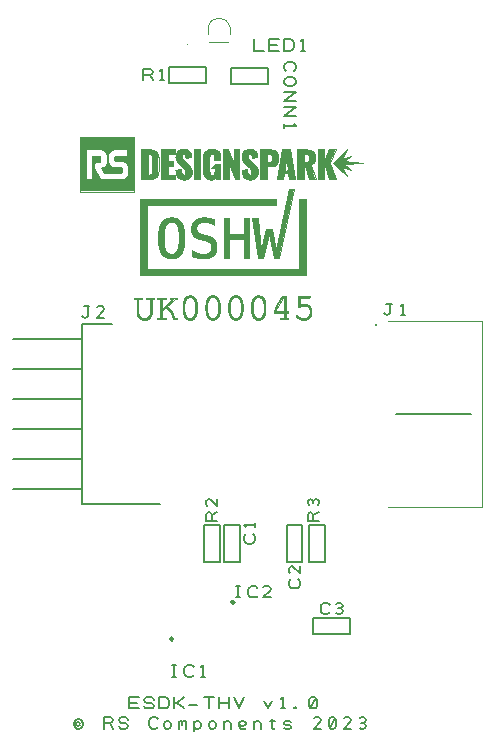
<source format=gbr>
G04 DesignSpark PCB PRO Gerber Version 10.0 Build 5299*
G04 #@! TF.Part,Single*
G04 #@! TF.FileFunction,Legend,Top*
G04 #@! TF.FilePolarity,Positive*
%FSLAX35Y35*%
%MOIN*%
%ADD141C,0.00001*%
%ADD140C,0.00100*%
%ADD120C,0.00394*%
%ADD119C,0.00500*%
%ADD121C,0.00787*%
%ADD124C,0.00984*%
G04 #@! TD.AperFunction*
X0Y0D02*
D02*
D119*
X24803Y34471D02*
Y34783D01*
X25116Y35721D01*
X25428Y36033D01*
X26053Y36346D01*
X26678D01*
X27303Y36033D01*
X27616Y35721D01*
X27928Y34783D01*
Y34471D01*
X27616Y33846D01*
X27303Y33533D01*
X26678Y33221D01*
X26053D01*
X25428Y33533D01*
X25116Y33846D01*
X24803Y34471D01*
X26991D02*
X26366Y34159D01*
X25741Y34471D01*
Y35096D01*
X26366Y35409D01*
X26991Y35096D01*
X34803Y33221D02*
Y36971D01*
X36991D01*
X37616Y36659D01*
X37928Y36033D01*
X37616Y35409D01*
X36991Y35096D01*
X34803D01*
X36991D02*
X37928Y33221D01*
X39803Y34159D02*
X40116Y33533D01*
X40741Y33221D01*
X41991D01*
X42616Y33533D01*
X42928Y34159D01*
X42616Y34783D01*
X41991Y35096D01*
X40741D01*
X40116Y35409D01*
X39803Y36033D01*
X40116Y36659D01*
X40741Y36971D01*
X41991D01*
X42616Y36659D01*
X42928Y36033D01*
X52928Y33846D02*
X52616Y33533D01*
X51991Y33221D01*
X51053D01*
X50428Y33533D01*
X50116Y33846D01*
X49803Y34471D01*
Y35721D01*
X50116Y36346D01*
X50428Y36659D01*
X51053Y36971D01*
X51991D01*
X52616Y36659D01*
X52928Y36346D01*
X54803Y34159D02*
X55116Y33533D01*
X55741Y33221D01*
X56366D01*
X56991Y33533D01*
X57303Y34159D01*
Y34783D01*
X56991Y35409D01*
X56366Y35721D01*
X55741D01*
X55116Y35409D01*
X54803Y34783D01*
Y34159D01*
X59803Y33221D02*
Y35721D01*
Y35409D02*
X60116Y35721D01*
X60741D01*
X61053Y35409D01*
Y34471D01*
Y35409D02*
X61366Y35721D01*
X61991D01*
X62303Y35409D01*
Y33221D01*
X64803Y35721D02*
Y32283D01*
Y34159D02*
X65116Y33533D01*
X65741Y33221D01*
X66366D01*
X66991Y33533D01*
X67303Y34159D01*
Y34783D01*
X66991Y35409D01*
X66366Y35721D01*
X65741D01*
X65116Y35409D01*
X64803Y34783D01*
Y34159D01*
X69803D02*
X70116Y33533D01*
X70741Y33221D01*
X71366D01*
X71991Y33533D01*
X72303Y34159D01*
Y34783D01*
X71991Y35409D01*
X71366Y35721D01*
X70741D01*
X70116Y35409D01*
X69803Y34783D01*
Y34159D01*
X74803Y33221D02*
Y35721D01*
Y34783D02*
X75116Y35409D01*
X75741Y35721D01*
X76366D01*
X76991Y35409D01*
X77303Y34783D01*
Y33221D01*
X82303Y33533D02*
X81991Y33221D01*
X81366D01*
X80741D01*
X80116Y33533D01*
X79803Y34159D01*
Y35096D01*
X80116Y35409D01*
X80741Y35721D01*
X81366D01*
X81991Y35409D01*
X82303Y35096D01*
Y34783D01*
X81991Y34471D01*
X81366Y34159D01*
X80741D01*
X80116Y34471D01*
X79803Y34783D01*
X84803Y33221D02*
Y35721D01*
Y34783D02*
X85116Y35409D01*
X85741Y35721D01*
X86366D01*
X86991Y35409D01*
X87303Y34783D01*
Y33221D01*
X90324Y35721D02*
X91782D01*
X91053Y36346D02*
Y33533D01*
X91366Y33221D01*
X91678D01*
X91991Y33533D01*
X94803D02*
X95428Y33221D01*
X96678D01*
X97303Y33533D01*
Y34159D01*
X96678Y34471D01*
X95428D01*
X94803Y34783D01*
Y35409D01*
X95428Y35721D01*
X96678D01*
X97303Y35409D01*
X107303Y33221D02*
X104803D01*
X106991Y35409D01*
X107303Y36033D01*
X106991Y36659D01*
X106366Y36971D01*
X105428D01*
X104803Y36659D01*
X110116Y33533D02*
X110741Y33221D01*
X111366D01*
X111991Y33533D01*
X112303Y34159D01*
Y36033D01*
X111991Y36659D01*
X111366Y36971D01*
X110741D01*
X110116Y36659D01*
X109803Y36033D01*
Y34159D01*
X110116Y33533D01*
X111991Y36659D01*
X117303Y33221D02*
X114803D01*
X116991Y35409D01*
X117303Y36033D01*
X116991Y36659D01*
X116366Y36971D01*
X115428D01*
X114803Y36659D01*
X120116Y33533D02*
X120741Y33221D01*
X121366D01*
X121991Y33533D01*
X122303Y34159D01*
X121991Y34783D01*
X121366Y35096D01*
X120741D01*
X121366D02*
X121991Y35409D01*
X122303Y36033D01*
X121991Y36659D01*
X121366Y36971D01*
X120741D01*
X120116Y36659D01*
X27559Y170854D02*
X27872Y170541D01*
X28496Y170229D01*
X29122Y170541D01*
X29434Y170854D01*
Y173979D01*
X30059D01*
X29434D02*
X28184D01*
X35059Y170229D02*
X32559D01*
X34746Y172417D01*
X35059Y173041D01*
X34746Y173667D01*
X34122Y173979D01*
X33184D01*
X32559Y173667D01*
X43307Y39914D02*
Y43664D01*
X46432D01*
X45807Y41789D02*
X43307D01*
Y39914D02*
X46432D01*
X48307Y40852D02*
X48620Y40226D01*
X49244Y39914D01*
X50494D01*
X51120Y40226D01*
X51432Y40852D01*
X51120Y41476D01*
X50494Y41789D01*
X49244D01*
X48620Y42102D01*
X48307Y42726D01*
X48620Y43352D01*
X49244Y43664D01*
X50494D01*
X51120Y43352D01*
X51432Y42726D01*
X53307Y39914D02*
Y43664D01*
X55182D01*
X55807Y43352D01*
X56120Y43039D01*
X56432Y42414D01*
Y41164D01*
X56120Y40539D01*
X55807Y40226D01*
X55182Y39914D01*
X53307D01*
X58307D02*
Y43664D01*
Y41789D02*
X59244D01*
X61432Y43664D01*
X59244Y41789D02*
X61432Y39914D01*
X63307Y41164D02*
X65807D01*
X69870Y39914D02*
Y43664D01*
X68307D02*
X71432D01*
X73307Y39914D02*
Y43664D01*
Y41789D02*
X76432D01*
Y39914D02*
Y43664D01*
X78307D02*
X79870Y39914D01*
X81432Y43664D01*
X88307Y42414D02*
X89557Y39914D01*
X90807Y42414D01*
X93932Y39914D02*
X95182D01*
X94557D02*
Y43664D01*
X93932Y43039D01*
X98620Y39914D02*
X98932Y40226D01*
X98620Y40539D01*
X98307Y40226D01*
X98620Y39914D01*
X103620Y40226D02*
X104244Y39914D01*
X104870D01*
X105494Y40226D01*
X105807Y40852D01*
Y42726D01*
X105494Y43352D01*
X104870Y43664D01*
X104244D01*
X103620Y43352D01*
X103307Y42726D01*
Y40852D01*
X103620Y40226D01*
X105494Y43352D01*
X48031Y249363D02*
Y253113D01*
X50219D01*
X50844Y252800D01*
X51157Y252175D01*
X50844Y251550D01*
X50219Y251238D01*
X48031D01*
X50219D02*
X51157Y249363D01*
X53657D02*
X54907D01*
X54281D02*
Y253113D01*
X53657Y252488D01*
X56448Y248531D02*
Y253831D01*
X68748D01*
Y248531D01*
X56448D01*
X57630Y50544D02*
X58880D01*
X58256D02*
Y54294D01*
X57630D02*
X58880D01*
X64818Y51169D02*
X64506Y50856D01*
X63880Y50544D01*
X62943D01*
X62318Y50856D01*
X62006Y51169D01*
X61693Y51794D01*
Y53044D01*
X62006Y53669D01*
X62318Y53981D01*
X62943Y54294D01*
X63880D01*
X64506Y53981D01*
X64818Y53669D01*
X67318Y50544D02*
X68568D01*
X67943D02*
Y54294D01*
X67318Y53669D01*
X73516Y88732D02*
X68216D01*
Y101032D01*
X73516D01*
Y88732D01*
X72685Y102362D02*
X68935D01*
Y104550D01*
X69247Y105175D01*
X69872Y105487D01*
X70497Y105175D01*
X70809Y104550D01*
Y102362D01*
Y104550D02*
X72685Y105487D01*
Y109862D02*
Y107362D01*
X70497Y109550D01*
X69872Y109862D01*
X69247Y109550D01*
X68935Y108925D01*
Y107987D01*
X69247Y107362D01*
X78890Y76922D02*
X80140D01*
X79515D02*
Y80672D01*
X78890D02*
X80140D01*
X86078Y77547D02*
X85765Y77234D01*
X85140Y76922D01*
X84203D01*
X83578Y77234D01*
X83265Y77547D01*
X82953Y78172D01*
Y79422D01*
X83265Y80047D01*
X83578Y80359D01*
X84203Y80672D01*
X85140D01*
X85765Y80359D01*
X86078Y80047D01*
X90453Y76922D02*
X87953D01*
X90140Y79109D01*
X90453Y79734D01*
X90140Y80359D01*
X89515Y80672D01*
X88578D01*
X87953Y80359D01*
X80209Y88732D02*
X74909D01*
Y101032D01*
X80209D01*
Y88732D01*
X85039Y262955D02*
Y259205D01*
X88165D01*
X90039D02*
Y262955D01*
X93165D01*
X92539Y261080D02*
X90039D01*
Y259205D02*
X93165D01*
X95039D02*
Y262955D01*
X96915D01*
X97539Y262643D01*
X97852Y262330D01*
X98165Y261705D01*
Y260455D01*
X97852Y259830D01*
X97539Y259518D01*
X96915Y259205D01*
X95039D01*
X100665D02*
X101915D01*
X101289D02*
Y262955D01*
X100665Y262330D01*
X84658Y98007D02*
X84970Y97694D01*
X85283Y97069D01*
Y96132D01*
X84970Y95507D01*
X84658Y95194D01*
X84033Y94882D01*
X82783D01*
X82158Y95194D01*
X81845Y95507D01*
X81533Y96132D01*
Y97069D01*
X81845Y97694D01*
X82158Y98007D01*
X85283Y100507D02*
Y101757D01*
Y101132D02*
X81533D01*
X82158Y100507D01*
X89615Y253437D02*
Y248137D01*
X77315D01*
Y253437D01*
X89615D01*
X95677Y252312D02*
X95365Y252625D01*
X95052Y253250D01*
Y254187D01*
X95365Y254812D01*
X95677Y255125D01*
X96302Y255437D01*
X97552D01*
X98177Y255125D01*
X98490Y254812D01*
X98802Y254187D01*
Y253250D01*
X98490Y252625D01*
X98177Y252312D01*
X96302Y250437D02*
X97552D01*
X98177Y250125D01*
X98490Y249812D01*
X98802Y249187D01*
Y248562D01*
X98490Y247937D01*
X98177Y247625D01*
X97552Y247312D01*
X96302D01*
X95677Y247625D01*
X95365Y247937D01*
X95052Y248562D01*
Y249187D01*
X95365Y249812D01*
X95677Y250125D01*
X96302Y250437D01*
X95052Y245437D02*
X98802D01*
X95052Y242312D01*
X98802D01*
X95052Y240437D02*
X98802D01*
X95052Y237312D01*
X98802D01*
X95052Y234812D02*
Y233562D01*
Y234187D02*
X98802D01*
X98177Y234812D01*
X101075Y88732D02*
X95775D01*
Y101032D01*
X101075D01*
Y88732D01*
X99619Y83046D02*
X99931Y82734D01*
X100244Y82109D01*
Y81171D01*
X99931Y80546D01*
X99619Y80234D01*
X98994Y79921D01*
X97744D01*
X97119Y80234D01*
X96806Y80546D01*
X96494Y81171D01*
Y82109D01*
X96806Y82734D01*
X97119Y83046D01*
X100244Y87421D02*
Y84921D01*
X98056Y87109D01*
X97431Y87421D01*
X96806Y87109D01*
X96494Y86484D01*
Y85546D01*
X96806Y84921D01*
X103256Y101032D02*
X108556D01*
Y88732D01*
X103256D01*
Y101032D01*
X104480Y64673D02*
Y69973D01*
X116780D01*
Y64673D01*
X104480D01*
X110212Y72035D02*
X109899Y71722D01*
X109274Y71410D01*
X108337D01*
X107712Y71722D01*
X107399Y72035D01*
X107087Y72660D01*
Y73910D01*
X107399Y74535D01*
X107712Y74848D01*
X108337Y75160D01*
X109274D01*
X109899Y74848D01*
X110212Y74535D01*
X112399Y71722D02*
X113024Y71410D01*
X113649D01*
X114274Y71722D01*
X114587Y72348D01*
X114274Y72972D01*
X113649Y73285D01*
X113024D01*
X113649D02*
X114274Y73598D01*
X114587Y74222D01*
X114274Y74848D01*
X113649Y75160D01*
X113024D01*
X112399Y74848D01*
X106543Y102362D02*
X102793D01*
Y104550D01*
X103105Y105175D01*
X103730Y105487D01*
X104355Y105175D01*
X104668Y104550D01*
Y102362D01*
Y104550D02*
X106543Y105487D01*
X106230Y107675D02*
X106543Y108300D01*
Y108925D01*
X106230Y109550D01*
X105605Y109862D01*
X104980Y109550D01*
X104668Y108925D01*
Y108300D01*
Y108925D02*
X104355Y109550D01*
X103730Y109862D01*
X103105Y109550D01*
X102793Y108925D01*
Y108300D01*
X103105Y107675D01*
X128346Y171641D02*
X128659Y171329D01*
X129284Y171016D01*
X129909Y171329D01*
X130222Y171641D01*
Y174766D01*
X130846D01*
X130222D02*
X128972D01*
X133972Y171016D02*
X135222D01*
X134596D02*
Y174766D01*
X133972Y174141D01*
X132283Y138189D02*
X157087D01*
D02*
D120*
X62791Y261220D02*
G75*
G02*
X62610I-91J0D01*
G01*
X62791D02*
G75*
G02*
X62610I-91J0D01*
G01*
G75*
G02*
X62791I91J0D01*
G01*
X69488Y264665D02*
X69685Y267126D01*
X70079Y262205D02*
X76378D01*
X76772Y267126D02*
X76969Y264665D01*
X76772Y267128D02*
G75*
G03*
X69685Y267127I-3543J-644D01*
G01*
X129429Y169193D02*
X160965D01*
Y107185D01*
X129429D01*
D02*
D121*
X27559Y113189D02*
X4567D01*
X27559Y123189D02*
X4567D01*
X27559Y133189D02*
X4567D01*
X27559Y143189D02*
X4567D01*
X27559Y153189D02*
X4567D01*
X27559Y163189D02*
X4567D01*
X53543Y108189D02*
X27559D01*
Y168189D01*
X37559D01*
X125591Y167913D02*
G75*
G02*
Y167520I0J-197D01*
G01*
Y167913D02*
G75*
G02*
Y167520I0J-197D01*
G01*
G75*
G02*
Y167913I0J197D01*
G01*
D02*
D124*
X57480Y63484D02*
G75*
G02*
Y62500I0J-492D01*
G01*
Y63484D02*
G75*
G02*
Y62500I0J-492D01*
G01*
G75*
G02*
Y63484I0J492D01*
G01*
X78346Y75295D02*
G75*
G02*
X77362I-492J0D01*
G01*
X78346D02*
G75*
G02*
X77362I-492J0D01*
G01*
G75*
G02*
X78346I492J0D01*
G01*
D02*
D140*
X26772Y230416D02*
Y212205D01*
X44982D01*
Y230416D01*
X26772D01*
X42306Y221745D02*
X42455Y221579D01*
X42581Y221405D01*
X42686Y221218D01*
X42769Y221017D01*
X42833Y220799D01*
X42876Y220561D01*
X42902Y220302D01*
X42911Y220016D01*
Y218697D01*
X42903Y218424D01*
X42876Y218166D01*
X42828Y217924D01*
X42762Y217697D01*
X42676Y217487D01*
X42572Y217294D01*
X42450Y217118D01*
X42309Y216959D01*
X42150Y216817D01*
X41974Y216695D01*
X41781Y216591D01*
X41572Y216504D01*
X41345Y216438D01*
X41103Y216391D01*
X40845Y216364D01*
X40571Y216357D01*
X34070D01*
X33917Y216375D01*
X33781Y216427D01*
X33669Y216510D01*
X33582Y216622D01*
X31687Y219991D01*
X31593Y220164D01*
X31516Y220352D01*
X31461Y220548D01*
X31430Y220750D01*
X31426Y220952D01*
X31450Y221149D01*
X31505Y221338D01*
X31594Y221513D01*
X31750Y221709D01*
X31926Y221846D01*
X32121Y221934D01*
X32331Y221984D01*
X32554Y222004D01*
X32787Y222008D01*
X33270Y222005D01*
X33379Y222013D01*
X33475Y222035D01*
X33557Y222072D01*
X33624Y222125D01*
X33677Y222191D01*
X33715Y222272D01*
X33738Y222368D01*
X33745Y222478D01*
Y223746D01*
X33738Y223858D01*
X33716Y223952D01*
X33678Y224031D01*
X33623Y224099D01*
X33555Y224153D01*
X33475Y224191D01*
X33380Y224213D01*
X33270Y224220D01*
X30998D01*
Y216358D01*
X28900D01*
Y226291D01*
X33481D01*
X33764Y226281D01*
X34025Y226254D01*
X34264Y226208D01*
X34484Y226143D01*
X34687Y226057D01*
X34875Y225950D01*
X35050Y225822D01*
X35215Y225674D01*
X35364Y225508D01*
X35491Y225333D01*
X35595Y225147D01*
X35679Y224946D01*
X35742Y224728D01*
X35786Y224491D01*
X35812Y224230D01*
X35820Y223945D01*
Y222215D01*
X35816Y221985D01*
X35794Y221767D01*
X35756Y221564D01*
X35700Y221372D01*
X35628Y221196D01*
X35541Y221033D01*
X35438Y220884D01*
X35320Y220749D01*
X35187Y220629D01*
X35039Y220524D01*
X34878Y220434D01*
X34704Y220359D01*
X34516Y220300D01*
X34315Y220257D01*
X34102Y220229D01*
X33877Y220219D01*
X34971Y218422D01*
X40344D01*
X40456Y218429D01*
X40550Y218450D01*
X40629Y218489D01*
X40697Y218544D01*
X40750Y218611D01*
X40788Y218693D01*
X40810Y218787D01*
X40818Y218897D01*
Y219889D01*
X40811Y219999D01*
X40788Y220095D01*
X40750Y220177D01*
X40697Y220244D01*
X40630Y220296D01*
X40548Y220334D01*
X40452Y220357D01*
X40342Y220364D01*
X38564D01*
X38292Y220372D01*
X38042Y220398D01*
X37813Y220441D01*
X37602Y220504D01*
X37407Y220585D01*
X37226Y220686D01*
X37058Y220808D01*
X36900Y220950D01*
X36757Y221109D01*
X36635Y221277D01*
X36535Y221456D01*
X36455Y221648D01*
X36394Y221857D01*
X36352Y222084D01*
X36328Y222334D01*
X36319Y222606D01*
Y223952D01*
X36326Y224226D01*
X36353Y224484D01*
X36400Y224726D01*
X36466Y224953D01*
X36552Y225161D01*
X36656Y225355D01*
X36780Y225530D01*
X36920Y225689D01*
X37080Y225829D01*
X37256Y225953D01*
X37449Y226057D01*
X37659Y226141D01*
X37886Y226208D01*
X38128Y226256D01*
X38386Y226283D01*
X38659Y226291D01*
X42698D01*
Y224220D01*
X38871D01*
X38762Y224213D01*
X38666Y224191D01*
X38584Y224153D01*
X38517Y224100D01*
X38464Y224034D01*
X38426Y223952D01*
X38403Y223856D01*
X38396Y223746D01*
Y222830D01*
X38403Y222720D01*
X38426Y222625D01*
X38464Y222544D01*
X38517Y222476D01*
X38584Y222424D01*
X38666Y222386D01*
X38762Y222364D01*
X38871Y222356D01*
X40563D01*
X40846Y222347D01*
X41108Y222320D01*
X41348Y222276D01*
X41570Y222210D01*
X41775Y222126D01*
X41964Y222020D01*
X42141Y221894D01*
X42306Y221745D01*
X26822Y221324D02*
G36*
X26822Y221324D02*
Y212255D01*
X44932D01*
Y221324D01*
X42627D01*
X42686Y221218D01*
X42769Y221017D01*
X42833Y220799D01*
X42876Y220561D01*
X42902Y220302D01*
X42911Y220016D01*
Y218697D01*
X42903Y218424D01*
X42876Y218166D01*
X42828Y217924D01*
X42762Y217697D01*
X42676Y217487D01*
X42572Y217294D01*
X42450Y217118D01*
X42309Y216959D01*
X42150Y216817D01*
X41974Y216695D01*
X41781Y216591D01*
X41572Y216504D01*
X41345Y216438D01*
X41103Y216391D01*
X40845Y216364D01*
X40571Y216357D01*
X34070D01*
X33917Y216375D01*
X33781Y216427D01*
X33669Y216510D01*
X33582Y216622D01*
X31687Y219991D01*
X31593Y220164D01*
X31516Y220352D01*
X31461Y220548D01*
X31430Y220750D01*
X31426Y220952D01*
X31450Y221149D01*
X31501Y221324D01*
X30998D01*
Y216358D01*
X28900D01*
Y221324D01*
X26822D01*
G37*
X34102Y220229D02*
G36*
X34102Y220229D02*
X33877Y220219D01*
X34971Y218422D01*
X40344D01*
X40456Y218429D01*
X40550Y218450D01*
X40629Y218489D01*
X40697Y218544D01*
X40750Y218611D01*
X40788Y218693D01*
X40810Y218787D01*
X40818Y218897D01*
Y219889D01*
X40811Y219999D01*
X40788Y220095D01*
X40750Y220177D01*
X40697Y220244D01*
X40630Y220296D01*
X40548Y220334D01*
X40452Y220357D01*
X40342Y220364D01*
X38564D01*
X38292Y220372D01*
X38042Y220398D01*
X37813Y220441D01*
X37602Y220504D01*
X37407Y220585D01*
X37226Y220686D01*
X37058Y220808D01*
X36900Y220950D01*
X36757Y221109D01*
X36635Y221277D01*
X36609Y221324D01*
X35680D01*
X35628Y221196D01*
X35541Y221033D01*
X35438Y220884D01*
X35320Y220749D01*
X35187Y220629D01*
X35039Y220524D01*
X34878Y220434D01*
X34704Y220359D01*
X34516Y220300D01*
X34315Y220257D01*
X34102Y220229D01*
G37*
X26822Y230366D02*
G36*
X26822Y230366D02*
Y221324D01*
X28900D01*
Y226291D01*
X33481D01*
X33764Y226281D01*
X34025Y226254D01*
X34264Y226208D01*
X34484Y226143D01*
X34687Y226057D01*
X34875Y225950D01*
X35050Y225822D01*
X35215Y225674D01*
X35364Y225508D01*
X35491Y225333D01*
X35595Y225147D01*
X35679Y224946D01*
X35742Y224728D01*
X35786Y224491D01*
X35812Y224230D01*
X35820Y223945D01*
Y222215D01*
X35816Y221985D01*
X35794Y221767D01*
X35756Y221564D01*
X35700Y221372D01*
X35680Y221324D01*
X36609D01*
X36535Y221456D01*
X36455Y221648D01*
X36394Y221857D01*
X36352Y222084D01*
X36328Y222334D01*
X36319Y222606D01*
Y223952D01*
X36326Y224226D01*
X36353Y224484D01*
X36400Y224726D01*
X36466Y224953D01*
X36552Y225161D01*
X36656Y225355D01*
X36780Y225530D01*
X36920Y225689D01*
X37080Y225829D01*
X37256Y225953D01*
X37449Y226057D01*
X37659Y226141D01*
X37886Y226208D01*
X38128Y226256D01*
X38386Y226283D01*
X38659Y226291D01*
X42698D01*
Y224220D01*
X38871D01*
X38762Y224213D01*
X38666Y224191D01*
X38584Y224153D01*
X38517Y224100D01*
X38464Y224034D01*
X38426Y223952D01*
X38403Y223856D01*
X38396Y223746D01*
Y222830D01*
X38403Y222720D01*
X38426Y222625D01*
X38464Y222544D01*
X38517Y222476D01*
X38584Y222424D01*
X38666Y222386D01*
X38762Y222364D01*
X38871Y222356D01*
X40563D01*
X40846Y222347D01*
X41108Y222320D01*
X41348Y222276D01*
X41570Y222210D01*
X41775Y222126D01*
X41964Y222020D01*
X42141Y221894D01*
X42306Y221745D01*
X42455Y221579D01*
X42581Y221405D01*
X42627Y221324D01*
X44932D01*
Y230366D01*
X26822D01*
G37*
X30998Y224220D02*
G36*
X30998Y224220D02*
Y221324D01*
X31501D01*
X31505Y221338D01*
X31594Y221513D01*
X31750Y221709D01*
X31926Y221846D01*
X32121Y221934D01*
X32331Y221984D01*
X32554Y222004D01*
X32787Y222008D01*
X33270Y222005D01*
X33379Y222013D01*
X33475Y222035D01*
X33557Y222072D01*
X33624Y222125D01*
X33677Y222191D01*
X33715Y222272D01*
X33738Y222368D01*
X33745Y222478D01*
Y223746D01*
X33738Y223858D01*
X33716Y223952D01*
X33678Y224031D01*
X33623Y224099D01*
X33555Y224153D01*
X33475Y224191D01*
X33380Y224213D01*
X33270Y224220D01*
X30998D01*
G37*
X47266Y226291D02*
Y216358D01*
X49804D01*
X50264Y216369D01*
X50683Y216403D01*
X51062Y216460D01*
X51403Y216541D01*
X51708Y216648D01*
X51978Y216778D01*
X52215Y216934D01*
X52421Y217115D01*
X52596Y217322D01*
X52744Y217556D01*
X52864Y217817D01*
X52958Y218106D01*
X53030Y218422D01*
X53078Y218768D01*
X53106Y219143D01*
X53115Y219546D01*
Y223152D01*
X53106Y223550D01*
X53078Y223919D01*
X53029Y224260D01*
X52958Y224572D01*
X52863Y224857D01*
X52742Y225114D01*
X52594Y225345D01*
X52418Y225548D01*
X52211Y225726D01*
X51972Y225879D01*
X51700Y226007D01*
X51393Y226110D01*
X51048Y226189D01*
X50666Y226246D01*
X50244Y226279D01*
X49780Y226291D01*
X47266D01*
X49804Y217878D02*
X49461D01*
Y224757D01*
X49792D01*
X50116Y224741D01*
X50368Y224688D01*
X50556Y224599D01*
X50689Y224470D01*
X50777Y224302D01*
X50828Y224091D01*
X50853Y223834D01*
X50859Y223531D01*
Y219203D01*
X50854Y218888D01*
X50834Y218618D01*
X50787Y218391D01*
X50704Y218205D01*
X50646Y218128D01*
X50574Y218061D01*
X50489Y218005D01*
X50388Y217959D01*
X50135Y217898D01*
X49804Y217878D01*
X47316Y221318D02*
G36*
X47316Y221318D02*
Y216408D01*
X50719D01*
X51062Y216460D01*
X51403Y216541D01*
X51708Y216648D01*
X51978Y216778D01*
X52215Y216934D01*
X52421Y217115D01*
X52596Y217322D01*
X52744Y217556D01*
X52864Y217817D01*
X52958Y218106D01*
X53030Y218422D01*
X53065Y218676D01*
Y221318D01*
X50859D01*
Y219203D01*
X50854Y218888D01*
X50834Y218618D01*
X50787Y218391D01*
X50704Y218205D01*
X50646Y218128D01*
X50574Y218061D01*
X50489Y218005D01*
X50388Y217959D01*
X50135Y217898D01*
X49804Y217878D01*
X49461D01*
Y221318D01*
X47316D01*
G37*
Y226241D02*
G36*
X47316Y226241D02*
Y221318D01*
X49461D01*
Y224757D01*
X49792D01*
X50116Y224741D01*
X50368Y224688D01*
X50556Y224599D01*
X50689Y224470D01*
X50777Y224302D01*
X50828Y224091D01*
X50853Y223834D01*
X50859Y223531D01*
Y221318D01*
X53065D01*
Y224009D01*
X53029Y224260D01*
X52958Y224572D01*
X52863Y224857D01*
X52742Y225114D01*
X52594Y225345D01*
X52418Y225548D01*
X52211Y225726D01*
X51972Y225879D01*
X51700Y226007D01*
X51393Y226110D01*
X51048Y226189D01*
X50703Y226241D01*
X47316D01*
G37*
X53961Y226291D02*
X58425D01*
Y224794D01*
X56156D01*
Y222329D01*
X57885D01*
Y220809D01*
X56156D01*
Y217841D01*
X58450D01*
Y216358D01*
X53961D01*
Y226291D01*
G36*
X53961Y226291D02*
X58425D01*
Y224794D01*
X56156D01*
Y222329D01*
X57885D01*
Y220809D01*
X56156D01*
Y217841D01*
X58450D01*
Y216358D01*
X53961D01*
Y226291D01*
G37*
X58731Y219361D02*
X60608Y219644D01*
X60630Y219198D01*
X60677Y218825D01*
X60748Y218519D01*
X60845Y218278D01*
X60967Y218097D01*
X61113Y217972D01*
X61283Y217902D01*
X61478Y217878D01*
X61632Y217895D01*
X61756Y217943D01*
X61852Y218017D01*
X61924Y218111D01*
X61975Y218222D01*
X62008Y218344D01*
X62030Y218602D01*
X62011Y218895D01*
X61954Y219163D01*
X61863Y219408D01*
X61737Y219638D01*
X61581Y219856D01*
X61394Y220067D01*
X61180Y220277D01*
X60939Y220491D01*
X60080Y221238D01*
X59805Y221483D01*
X59551Y221743D01*
X59324Y222020D01*
X59127Y222320D01*
X58966Y222647D01*
X58846Y223004D01*
X58770Y223396D01*
X58744Y223826D01*
X58756Y224131D01*
X58793Y224419D01*
X58854Y224689D01*
X58937Y224941D01*
X59044Y225172D01*
X59172Y225386D01*
X59322Y225580D01*
X59492Y225755D01*
X59682Y225910D01*
X59892Y226046D01*
X60121Y226160D01*
X60368Y226255D01*
X60633Y226329D01*
X60915Y226383D01*
X61213Y226415D01*
X61528Y226425D01*
X61904Y226406D01*
X62241Y226352D01*
X62539Y226265D01*
X62802Y226148D01*
X63031Y226006D01*
X63230Y225841D01*
X63399Y225654D01*
X63542Y225452D01*
X63659Y225236D01*
X63756Y225009D01*
X63831Y224775D01*
X63890Y224537D01*
X63963Y224060D01*
X63992Y223605D01*
X62104Y223372D01*
X62071Y223970D01*
X62036Y224218D01*
X61981Y224426D01*
X61901Y224594D01*
X61790Y224717D01*
X61643Y224793D01*
X61454Y224819D01*
X61312Y224799D01*
X61191Y224746D01*
X61090Y224665D01*
X61008Y224561D01*
X60945Y224441D01*
X60900Y224311D01*
X60874Y224178D01*
X60865Y224046D01*
X60883Y223786D01*
X60934Y223552D01*
X61016Y223339D01*
X61128Y223144D01*
X61266Y222958D01*
X61429Y222779D01*
X61822Y222415D01*
X62643Y221691D01*
X62956Y221409D01*
X63247Y221109D01*
X63509Y220788D01*
X63738Y220441D01*
X63926Y220065D01*
X64068Y219654D01*
X64157Y219204D01*
X64189Y218713D01*
X64177Y218452D01*
X64142Y218199D01*
X64084Y217957D01*
X64005Y217726D01*
X63904Y217507D01*
X63783Y217300D01*
X63642Y217109D01*
X63482Y216933D01*
X63303Y216772D01*
X63106Y216630D01*
X62893Y216507D01*
X62662Y216403D01*
X62416Y216320D01*
X62155Y216260D01*
X61879Y216222D01*
X61589Y216210D01*
X61248Y216222D01*
X60930Y216255D01*
X60635Y216313D01*
X60361Y216393D01*
X60109Y216497D01*
X59880Y216626D01*
X59671Y216779D01*
X59484Y216958D01*
X59318Y217164D01*
X59173Y217395D01*
X59049Y217653D01*
X58945Y217938D01*
X58862Y218252D01*
X58798Y218593D01*
X58755Y218963D01*
X58731Y219361D01*
G36*
X58731Y219361D02*
X60608Y219644D01*
X60630Y219198D01*
X60677Y218825D01*
X60748Y218519D01*
X60845Y218278D01*
X60967Y218097D01*
X61113Y217972D01*
X61283Y217902D01*
X61478Y217878D01*
X61632Y217895D01*
X61756Y217943D01*
X61852Y218017D01*
X61924Y218111D01*
X61975Y218222D01*
X62008Y218344D01*
X62030Y218602D01*
X62011Y218895D01*
X61954Y219163D01*
X61863Y219408D01*
X61737Y219638D01*
X61581Y219856D01*
X61394Y220067D01*
X61180Y220277D01*
X60939Y220491D01*
X60080Y221238D01*
X59805Y221483D01*
X59551Y221743D01*
X59324Y222020D01*
X59127Y222320D01*
X58966Y222647D01*
X58846Y223004D01*
X58770Y223396D01*
X58744Y223826D01*
X58756Y224131D01*
X58793Y224419D01*
X58854Y224689D01*
X58937Y224941D01*
X59044Y225172D01*
X59172Y225386D01*
X59322Y225580D01*
X59492Y225755D01*
X59682Y225910D01*
X59892Y226046D01*
X60121Y226160D01*
X60368Y226255D01*
X60633Y226329D01*
X60915Y226383D01*
X61213Y226415D01*
X61528Y226425D01*
X61904Y226406D01*
X62241Y226352D01*
X62539Y226265D01*
X62802Y226148D01*
X63031Y226006D01*
X63230Y225841D01*
X63399Y225654D01*
X63542Y225452D01*
X63659Y225236D01*
X63756Y225009D01*
X63831Y224775D01*
X63890Y224537D01*
X63963Y224060D01*
X63992Y223605D01*
X62104Y223372D01*
X62071Y223970D01*
X62036Y224218D01*
X61981Y224426D01*
X61901Y224594D01*
X61790Y224717D01*
X61643Y224793D01*
X61454Y224819D01*
X61312Y224799D01*
X61191Y224746D01*
X61090Y224665D01*
X61008Y224561D01*
X60945Y224441D01*
X60900Y224311D01*
X60874Y224178D01*
X60865Y224046D01*
X60883Y223786D01*
X60934Y223552D01*
X61016Y223339D01*
X61128Y223144D01*
X61266Y222958D01*
X61429Y222779D01*
X61822Y222415D01*
X62643Y221691D01*
X62956Y221409D01*
X63247Y221109D01*
X63509Y220788D01*
X63738Y220441D01*
X63926Y220065D01*
X64068Y219654D01*
X64157Y219204D01*
X64189Y218713D01*
X64177Y218452D01*
X64142Y218199D01*
X64084Y217957D01*
X64005Y217726D01*
X63904Y217507D01*
X63783Y217300D01*
X63642Y217109D01*
X63482Y216933D01*
X63303Y216772D01*
X63106Y216630D01*
X62893Y216507D01*
X62662Y216403D01*
X62416Y216320D01*
X62155Y216260D01*
X61879Y216222D01*
X61589Y216210D01*
X61248Y216222D01*
X60930Y216255D01*
X60635Y216313D01*
X60361Y216393D01*
X60109Y216497D01*
X59880Y216626D01*
X59671Y216779D01*
X59484Y216958D01*
X59318Y217164D01*
X59173Y217395D01*
X59049Y217653D01*
X58945Y217938D01*
X58862Y218252D01*
X58798Y218593D01*
X58755Y218963D01*
X58731Y219361D01*
G37*
X64777Y226291D02*
X66972D01*
Y216358D01*
X64777D01*
Y226291D01*
G36*
X64777Y226291D02*
X66972D01*
Y216358D01*
X64777D01*
Y226291D01*
G37*
X71958Y221508D02*
X70721Y220219D01*
X71754D01*
Y219056D01*
X71744Y218806D01*
X71715Y218569D01*
X71660Y218352D01*
X71578Y218158D01*
X71463Y217997D01*
X71314Y217874D01*
X71126Y217796D01*
X70896Y217768D01*
X70667Y217795D01*
X70483Y217870D01*
X70339Y217989D01*
X70232Y218146D01*
X70156Y218335D01*
X70107Y218549D01*
X70081Y218783D01*
X70074Y219030D01*
Y223629D01*
X70093Y224078D01*
X70127Y224289D01*
X70188Y224480D01*
X70281Y224643D01*
X70416Y224769D01*
X70500Y224816D01*
X70598Y224852D01*
X70835Y224880D01*
X71063Y224855D01*
X71239Y224783D01*
X71369Y224668D01*
X71460Y224520D01*
X71519Y224341D01*
X71552Y224141D01*
X71570Y223691D01*
Y222881D01*
X73716D01*
Y223519D01*
X73707Y223836D01*
X73681Y224141D01*
X73636Y224429D01*
X73570Y224703D01*
X73484Y224959D01*
X73375Y225198D01*
X73243Y225419D01*
X73086Y225620D01*
X72904Y225802D01*
X72694Y225961D01*
X72456Y226099D01*
X72190Y226214D01*
X71893Y226305D01*
X71565Y226372D01*
X71204Y226411D01*
X70810Y226425D01*
X70402Y226409D01*
X70030Y226364D01*
X69693Y226288D01*
X69387Y226184D01*
X69113Y226050D01*
X68870Y225891D01*
X68656Y225705D01*
X68469Y225494D01*
X68309Y225257D01*
X68175Y224997D01*
X68064Y224714D01*
X67976Y224408D01*
X67911Y224080D01*
X67865Y223733D01*
X67839Y223366D01*
X67830Y222979D01*
Y219644D01*
X67838Y219268D01*
X67862Y218908D01*
X67905Y218566D01*
X67966Y218244D01*
X68046Y217941D01*
X68148Y217657D01*
X68272Y217397D01*
X68419Y217159D01*
X68590Y216946D01*
X68786Y216757D01*
X69008Y216595D01*
X69258Y216459D01*
X69536Y216352D01*
X69844Y216274D01*
X70182Y216227D01*
X70552Y216210D01*
X70860Y216229D01*
X71133Y216283D01*
X71372Y216368D01*
X71581Y216484D01*
X71761Y216625D01*
X71916Y216791D01*
X72048Y216976D01*
X72158Y217179D01*
X72281Y216358D01*
X73728D01*
Y221508D01*
X71958D01*
G36*
X71958Y221508D02*
X70721Y220219D01*
X71754D01*
Y219056D01*
X71744Y218806D01*
X71715Y218569D01*
X71660Y218352D01*
X71578Y218158D01*
X71463Y217997D01*
X71314Y217874D01*
X71126Y217796D01*
X70896Y217768D01*
X70667Y217795D01*
X70483Y217870D01*
X70339Y217989D01*
X70232Y218146D01*
X70156Y218335D01*
X70107Y218549D01*
X70081Y218783D01*
X70074Y219030D01*
Y223629D01*
X70093Y224078D01*
X70127Y224289D01*
X70188Y224480D01*
X70281Y224643D01*
X70416Y224769D01*
X70500Y224816D01*
X70598Y224852D01*
X70835Y224880D01*
X71063Y224855D01*
X71239Y224783D01*
X71369Y224668D01*
X71460Y224520D01*
X71519Y224341D01*
X71552Y224141D01*
X71570Y223691D01*
Y222881D01*
X73716D01*
Y223519D01*
X73707Y223836D01*
X73681Y224141D01*
X73636Y224429D01*
X73570Y224703D01*
X73484Y224959D01*
X73375Y225198D01*
X73243Y225419D01*
X73086Y225620D01*
X72904Y225802D01*
X72694Y225961D01*
X72456Y226099D01*
X72190Y226214D01*
X71893Y226305D01*
X71565Y226372D01*
X71204Y226411D01*
X70810Y226425D01*
X70402Y226409D01*
X70030Y226364D01*
X69693Y226288D01*
X69387Y226184D01*
X69113Y226050D01*
X68870Y225891D01*
X68656Y225705D01*
X68469Y225494D01*
X68309Y225257D01*
X68175Y224997D01*
X68064Y224714D01*
X67976Y224408D01*
X67911Y224080D01*
X67865Y223733D01*
X67839Y223366D01*
X67830Y222979D01*
Y219644D01*
X67838Y219268D01*
X67862Y218908D01*
X67905Y218566D01*
X67966Y218244D01*
X68046Y217941D01*
X68148Y217657D01*
X68272Y217397D01*
X68419Y217159D01*
X68590Y216946D01*
X68786Y216757D01*
X69008Y216595D01*
X69258Y216459D01*
X69536Y216352D01*
X69844Y216274D01*
X70182Y216227D01*
X70552Y216210D01*
X70860Y216229D01*
X71133Y216283D01*
X71372Y216368D01*
X71581Y216484D01*
X71761Y216625D01*
X71916Y216791D01*
X72048Y216976D01*
X72158Y217179D01*
X72281Y216358D01*
X73728D01*
Y221508D01*
X71958D01*
G37*
X74611Y226291D02*
X76156D01*
X78192Y221508D01*
Y226291D01*
X80007D01*
Y216358D01*
X78523D01*
X76487Y221508D01*
Y216358D01*
X74611D01*
Y226291D01*
G36*
X74611Y226291D02*
X76156D01*
X78192Y221508D01*
Y226291D01*
X80007D01*
Y216358D01*
X78523D01*
X76487Y221508D01*
Y216358D01*
X74611D01*
Y226291D01*
G37*
X80779Y219361D02*
X82655Y219644D01*
X82677Y219198D01*
X82724Y218825D01*
X82796Y218519D01*
X82893Y218278D01*
X83014Y218097D01*
X83161Y217972D01*
X83331Y217902D01*
X83526Y217878D01*
X83680Y217895D01*
X83804Y217943D01*
X83900Y218017D01*
X83972Y218111D01*
X84023Y218222D01*
X84055Y218344D01*
X84078Y218602D01*
X84058Y218895D01*
X84002Y219163D01*
X83910Y219408D01*
X83785Y219638D01*
X83628Y219856D01*
X83441Y220067D01*
X83227Y220277D01*
X82987Y220491D01*
X82128Y221238D01*
X81852Y221483D01*
X81598Y221743D01*
X81371Y222020D01*
X81174Y222320D01*
X81014Y222647D01*
X80893Y223004D01*
X80818Y223396D01*
X80791Y223826D01*
X80804Y224131D01*
X80841Y224419D01*
X80901Y224689D01*
X80985Y224941D01*
X81091Y225172D01*
X81219Y225386D01*
X81369Y225580D01*
X81539Y225755D01*
X81730Y225910D01*
X81940Y226046D01*
X82169Y226160D01*
X82416Y226255D01*
X82681Y226329D01*
X82963Y226383D01*
X83261Y226415D01*
X83575Y226425D01*
X83952Y226406D01*
X84288Y226352D01*
X84587Y226265D01*
X84850Y226148D01*
X85079Y226006D01*
X85277Y225841D01*
X85446Y225654D01*
X85589Y225452D01*
X85707Y225236D01*
X85803Y225009D01*
X85879Y224775D01*
X85937Y224537D01*
X86010Y224060D01*
X86040Y223605D01*
X84151Y223372D01*
X84119Y223970D01*
X84083Y224218D01*
X84029Y224426D01*
X83948Y224594D01*
X83837Y224717D01*
X83690Y224793D01*
X83501Y224819D01*
X83360Y224799D01*
X83239Y224746D01*
X83137Y224665D01*
X83056Y224561D01*
X82993Y224441D01*
X82948Y224311D01*
X82921Y224178D01*
X82913Y224046D01*
X82930Y223786D01*
X82981Y223552D01*
X83063Y223339D01*
X83175Y223144D01*
X83313Y222958D01*
X83477Y222779D01*
X83869Y222415D01*
X84691Y221691D01*
X85004Y221409D01*
X85294Y221109D01*
X85557Y220788D01*
X85785Y220441D01*
X85973Y220065D01*
X86115Y219654D01*
X86205Y219204D01*
X86236Y218713D01*
X86224Y218452D01*
X86189Y218199D01*
X86131Y217957D01*
X86052Y217726D01*
X85952Y217507D01*
X85830Y217300D01*
X85689Y217109D01*
X85530Y216933D01*
X85350Y216772D01*
X85154Y216630D01*
X84940Y216507D01*
X84710Y216403D01*
X84463Y216320D01*
X84202Y216260D01*
X83926Y216222D01*
X83636Y216210D01*
X83296Y216222D01*
X82978Y216255D01*
X82682Y216313D01*
X82409Y216393D01*
X82157Y216497D01*
X81927Y216626D01*
X81719Y216779D01*
X81531Y216958D01*
X81366Y217164D01*
X81221Y217395D01*
X81096Y217653D01*
X80993Y217938D01*
X80909Y218252D01*
X80846Y218593D01*
X80803Y218963D01*
X80779Y219361D01*
G36*
X80779Y219361D02*
X82655Y219644D01*
X82677Y219198D01*
X82724Y218825D01*
X82796Y218519D01*
X82893Y218278D01*
X83014Y218097D01*
X83161Y217972D01*
X83331Y217902D01*
X83526Y217878D01*
X83680Y217895D01*
X83804Y217943D01*
X83900Y218017D01*
X83972Y218111D01*
X84023Y218222D01*
X84055Y218344D01*
X84078Y218602D01*
X84058Y218895D01*
X84002Y219163D01*
X83910Y219408D01*
X83785Y219638D01*
X83628Y219856D01*
X83441Y220067D01*
X83227Y220277D01*
X82987Y220491D01*
X82128Y221238D01*
X81852Y221483D01*
X81598Y221743D01*
X81371Y222020D01*
X81174Y222320D01*
X81014Y222647D01*
X80893Y223004D01*
X80818Y223396D01*
X80791Y223826D01*
X80804Y224131D01*
X80841Y224419D01*
X80901Y224689D01*
X80985Y224941D01*
X81091Y225172D01*
X81219Y225386D01*
X81369Y225580D01*
X81539Y225755D01*
X81730Y225910D01*
X81940Y226046D01*
X82169Y226160D01*
X82416Y226255D01*
X82681Y226329D01*
X82963Y226383D01*
X83261Y226415D01*
X83575Y226425D01*
X83952Y226406D01*
X84288Y226352D01*
X84587Y226265D01*
X84850Y226148D01*
X85079Y226006D01*
X85277Y225841D01*
X85446Y225654D01*
X85589Y225452D01*
X85707Y225236D01*
X85803Y225009D01*
X85879Y224775D01*
X85937Y224537D01*
X86010Y224060D01*
X86040Y223605D01*
X84151Y223372D01*
X84119Y223970D01*
X84083Y224218D01*
X84029Y224426D01*
X83948Y224594D01*
X83837Y224717D01*
X83690Y224793D01*
X83501Y224819D01*
X83360Y224799D01*
X83239Y224746D01*
X83137Y224665D01*
X83056Y224561D01*
X82993Y224441D01*
X82948Y224311D01*
X82921Y224178D01*
X82913Y224046D01*
X82930Y223786D01*
X82981Y223552D01*
X83063Y223339D01*
X83175Y223144D01*
X83313Y222958D01*
X83477Y222779D01*
X83869Y222415D01*
X84691Y221691D01*
X85004Y221409D01*
X85294Y221109D01*
X85557Y220788D01*
X85785Y220441D01*
X85973Y220065D01*
X86115Y219654D01*
X86205Y219204D01*
X86236Y218713D01*
X86224Y218452D01*
X86189Y218199D01*
X86131Y217957D01*
X86052Y217726D01*
X85952Y217507D01*
X85830Y217300D01*
X85689Y217109D01*
X85530Y216933D01*
X85350Y216772D01*
X85154Y216630D01*
X84940Y216507D01*
X84710Y216403D01*
X84463Y216320D01*
X84202Y216260D01*
X83926Y216222D01*
X83636Y216210D01*
X83296Y216222D01*
X82978Y216255D01*
X82682Y216313D01*
X82409Y216393D01*
X82157Y216497D01*
X81927Y216626D01*
X81719Y216779D01*
X81531Y216958D01*
X81366Y217164D01*
X81221Y217395D01*
X81096Y217653D01*
X80993Y217938D01*
X80909Y218252D01*
X80846Y218593D01*
X80803Y218963D01*
X80779Y219361D01*
G37*
X87057Y226291D02*
Y216358D01*
X89252D01*
Y220576D01*
X90135D01*
X90720Y220604D01*
X90996Y220641D01*
X91261Y220696D01*
X91513Y220772D01*
X91749Y220867D01*
X91969Y220987D01*
X92172Y221133D01*
X92356Y221304D01*
X92520Y221505D01*
X92663Y221736D01*
X92782Y221998D01*
X92878Y222296D01*
X92947Y222628D01*
X92990Y222999D01*
X93005Y223408D01*
X92995Y223744D01*
X92965Y224060D01*
X92916Y224357D01*
X92846Y224635D01*
X92757Y224891D01*
X92647Y225128D01*
X92517Y225345D01*
X92365Y225539D01*
X92193Y225713D01*
X92000Y225864D01*
X91787Y225993D01*
X91551Y226098D01*
X91294Y226181D01*
X91015Y226241D01*
X90715Y226278D01*
X90393Y226291D01*
X87057D01*
X89988Y222108D02*
X89252D01*
Y224745D01*
X89976D01*
X90271Y224720D01*
X90500Y224647D01*
X90670Y224531D01*
X90791Y224376D01*
X90871Y224185D01*
X90917Y223964D01*
X90939Y223716D01*
X90944Y223445D01*
X90937Y223127D01*
X90909Y222854D01*
X90856Y222624D01*
X90770Y222437D01*
X90646Y222293D01*
X90479Y222191D01*
X90261Y222129D01*
X89988Y222108D01*
X87107Y223426D02*
G36*
X87107Y223426D02*
Y216408D01*
X89252D01*
Y220576D01*
X90135D01*
X90720Y220604D01*
X90996Y220641D01*
X91261Y220696D01*
X91513Y220772D01*
X91749Y220867D01*
X91969Y220987D01*
X92172Y221133D01*
X92356Y221304D01*
X92520Y221505D01*
X92663Y221736D01*
X92782Y221998D01*
X92878Y222296D01*
X92947Y222628D01*
X92955Y222693D01*
Y223426D01*
X90944D01*
X90937Y223127D01*
X90909Y222854D01*
X90856Y222624D01*
X90770Y222437D01*
X90646Y222293D01*
X90479Y222191D01*
X90261Y222129D01*
X89988Y222108D01*
X89252D01*
Y223426D01*
X87107D01*
G37*
Y226241D02*
G36*
X87107Y226241D02*
Y223426D01*
X89252D01*
Y224745D01*
X89976D01*
X90271Y224720D01*
X90500Y224647D01*
X90670Y224531D01*
X90791Y224376D01*
X90871Y224185D01*
X90917Y223964D01*
X90939Y223716D01*
X90944Y223445D01*
X90944Y223426D01*
X92955D01*
Y224124D01*
X92916Y224357D01*
X92846Y224635D01*
X92757Y224891D01*
X92647Y225128D01*
X92517Y225345D01*
X92365Y225539D01*
X92193Y225713D01*
X92000Y225864D01*
X91787Y225993D01*
X91551Y226098D01*
X91294Y226181D01*
X91019Y226241D01*
X87107D01*
G37*
X96892Y226291D02*
X94390D01*
X92514Y216358D01*
X94586D01*
X94930Y218455D01*
X95126Y219766D01*
X95653Y223641D01*
X96181Y219766D01*
X94930Y218455D01*
X96389D01*
X96720Y216358D01*
X98744D01*
X96892Y226291D01*
G36*
X96892Y226291D02*
X94390D01*
X92514Y216358D01*
X94586D01*
X94930Y218455D01*
X95126Y219766D01*
X95653Y223641D01*
X96181Y219766D01*
X94930Y218455D01*
X96389D01*
X96720Y216358D01*
X98744D01*
X96892Y226291D01*
G37*
X99258D02*
Y216358D01*
X101453D01*
Y220809D01*
X102079D01*
X103170Y216358D01*
X105439D01*
X104078Y221165D01*
X104411Y221356D01*
X104681Y221579D01*
X104893Y221837D01*
X105052Y222130D01*
X105166Y222458D01*
X105240Y222824D01*
X105280Y223226D01*
X105292Y223666D01*
X105276Y224039D01*
X105232Y224377D01*
X105158Y224683D01*
X105057Y224956D01*
X104929Y225198D01*
X104775Y225413D01*
X104596Y225599D01*
X104392Y225760D01*
X104165Y225896D01*
X103915Y226009D01*
X103644Y226102D01*
X103352Y226174D01*
X103040Y226227D01*
X102709Y226263D01*
X101993Y226291D01*
X99258D01*
X102067Y222072D02*
X101453D01*
Y224819D01*
X102165D01*
X102451Y224796D01*
X102687Y224727D01*
X102876Y224615D01*
X103023Y224461D01*
X103131Y224268D01*
X103203Y224037D01*
X103243Y223770D01*
X103256Y223470D01*
X103243Y223156D01*
X103200Y222879D01*
X103122Y222639D01*
X103006Y222439D01*
X102847Y222281D01*
X102641Y222166D01*
X102382Y222096D01*
X102067Y222072D01*
X99308Y223445D02*
G36*
X99308Y223445D02*
Y216408D01*
X101453D01*
Y220809D01*
X102079D01*
X103158Y216408D01*
X105389D01*
Y216535D01*
X104078Y221165D01*
X104411Y221356D01*
X104681Y221579D01*
X104893Y221837D01*
X105052Y222130D01*
X105166Y222458D01*
X105240Y222824D01*
X105280Y223226D01*
X105285Y223445D01*
X103255D01*
X103243Y223156D01*
X103200Y222879D01*
X103122Y222639D01*
X103006Y222439D01*
X102847Y222281D01*
X102641Y222166D01*
X102382Y222096D01*
X102067Y222072D01*
X101453D01*
Y223445D01*
X99308D01*
G37*
Y226241D02*
G36*
X99308Y226241D02*
Y223445D01*
X101453D01*
Y224819D01*
X102165D01*
X102451Y224796D01*
X102687Y224727D01*
X102876Y224615D01*
X103023Y224461D01*
X103131Y224268D01*
X103203Y224037D01*
X103243Y223770D01*
X103256Y223470D01*
X103255Y223445D01*
X105285D01*
X105292Y223666D01*
X105276Y224039D01*
X105232Y224377D01*
X105158Y224683D01*
X105057Y224956D01*
X104929Y225198D01*
X104775Y225413D01*
X104596Y225599D01*
X104392Y225760D01*
X104165Y225896D01*
X103915Y226009D01*
X103644Y226102D01*
X103352Y226174D01*
X103040Y226227D01*
X102915Y226241D01*
X99308D01*
G37*
X106125Y226291D02*
X108320D01*
Y222231D01*
X109988Y226291D01*
X112134D01*
X110295Y221803D01*
X112220Y216358D01*
X109988D01*
X108553Y220748D01*
X108320Y220355D01*
Y216358D01*
X106125D01*
Y226291D01*
G36*
X106125Y226291D02*
X108320D01*
Y222231D01*
X109988Y226291D01*
X112134D01*
X110295Y221803D01*
X112220Y216358D01*
X109988D01*
X108553Y220748D01*
X108320Y220355D01*
Y216358D01*
X106125D01*
Y226291D01*
G37*
X111322Y221799D02*
X121253Y221800D02*
X121260D01*
X121253D02*
X121260D01*
X121247D01*
X114925Y222291D01*
X117395Y224099D01*
X114313Y223087D01*
X115780Y226299D01*
X111322Y221799D01*
X115780Y217299D01*
X114313Y220511D01*
X117395Y219500D01*
X114925Y221307D01*
X121247Y221799D01*
X121260D01*
Y221800D01*
G36*
X121260Y221800D02*
X121247D01*
X114925Y222291D01*
X117395Y224099D01*
X114313Y223087D01*
X115780Y226299D01*
X111322Y221799D01*
X115780Y217299D01*
X114313Y220511D01*
X117395Y219500D01*
X114925Y221307D01*
X121247Y221799D01*
X121260D01*
Y221800D01*
G37*
D02*
D141*
X46850Y209843D02*
Y184289D01*
X102250D01*
Y209843D01*
X100046D01*
X99997Y186542D01*
X49103D01*
Y207590D01*
X92406D01*
Y209843D01*
X46850D01*
G36*
X46850Y209843D02*
Y184289D01*
X102250D01*
Y209843D01*
X100046D01*
X99997Y186542D01*
X49103D01*
Y207590D01*
X92406D01*
Y209843D01*
X46850D01*
G37*
X51277Y176387D02*
X50826D01*
Y172044D01*
X50825Y171974D01*
X50823Y171904D01*
X50819Y171835D01*
X50814Y171767D01*
X50807Y171700D01*
X50799Y171633D01*
X50789Y171567D01*
X50778Y171502D01*
X50765Y171438D01*
X50750Y171374D01*
X50734Y171311D01*
X50717Y171249D01*
X50698Y171188D01*
X50677Y171127D01*
X50655Y171067D01*
X50631Y171007D01*
X50607Y170949D01*
X50580Y170891D01*
X50552Y170834D01*
X50522Y170778D01*
X50491Y170722D01*
X50458Y170667D01*
X50424Y170613D01*
X50389Y170560D01*
X50351Y170507D01*
X50313Y170455D01*
X50272Y170404D01*
X50231Y170354D01*
X50187Y170304D01*
X50143Y170255D01*
X50096Y170207D01*
X50049Y170159D01*
X50001Y170114D01*
X49952Y170070D01*
X49903Y170027D01*
X49853Y169986D01*
X49802Y169947D01*
X49751Y169909D01*
X49699Y169873D01*
X49646Y169838D01*
X49594Y169805D01*
X49540Y169773D01*
X49485Y169743D01*
X49430Y169715D01*
X49375Y169687D01*
X49319Y169662D01*
X49262Y169638D01*
X49204Y169615D01*
X49146Y169594D01*
X49087Y169575D01*
X49028Y169557D01*
X48968Y169541D01*
X48907Y169527D01*
X48846Y169513D01*
X48784Y169502D01*
X48721Y169492D01*
X48658Y169483D01*
X48594Y169476D01*
X48530Y169471D01*
X48465Y169467D01*
X48399Y169465D01*
X48333Y169465D01*
X48288D01*
X48244Y169465D01*
X48200Y169467D01*
X48157Y169469D01*
X48113Y169472D01*
X48070Y169476D01*
X48028Y169480D01*
X47985Y169484D01*
X47943Y169490D01*
X47902Y169496D01*
X47861Y169502D01*
X47819Y169509D01*
X47779Y169517D01*
X47739Y169526D01*
X47698Y169535D01*
X47659Y169545D01*
X47619Y169555D01*
X47580Y169566D01*
X47541Y169578D01*
X47503Y169590D01*
X47465Y169603D01*
X47427Y169617D01*
X47390Y169631D01*
X47352Y169646D01*
X47279Y169677D01*
X47243Y169694D01*
X47207Y169711D01*
X47172Y169730D01*
X47137Y169748D01*
X47102Y169767D01*
X47067Y169787D01*
X47033Y169807D01*
X46999Y169829D01*
X46965Y169851D01*
X46932Y169873D01*
X46899Y169896D01*
X46867Y169920D01*
X46835Y169944D01*
X46803Y169969D01*
X46771Y169995D01*
X46740Y170021D01*
X46709Y170048D01*
X46678Y170076D01*
X46648Y170104D01*
X46619Y170133D01*
X46589Y170163D01*
X46559Y170193D01*
X46531Y170224D01*
X46502Y170255D01*
X46474Y170287D01*
X46446Y170320D01*
X46419Y170354D01*
X46391Y170387D01*
X46365Y170422D01*
X46338Y170457D01*
X46312Y170493D01*
X46286Y170530D01*
X46260Y170567D01*
X46235Y170605D01*
X46210Y170644D01*
X46186Y170683D01*
X46162Y170723D01*
X46139Y170763D01*
X46117Y170804D01*
X46095Y170844D01*
X46074Y170886D01*
X46054Y170927D01*
X46035Y170969D01*
X46016Y171011D01*
X45998Y171053D01*
X45981Y171095D01*
X45966Y171138D01*
X45950Y171180D01*
X45936Y171224D01*
X45922Y171267D01*
X45909Y171311D01*
X45897Y171355D01*
X45885Y171399D01*
X45875Y171443D01*
X45865Y171488D01*
X45856Y171533D01*
X45848Y171578D01*
X45840Y171623D01*
X45833Y171669D01*
X45828Y171715D01*
X45822Y171761D01*
X45818Y171808D01*
X45815Y171855D01*
X45812Y171902D01*
X45810Y171949D01*
X45809Y171996D01*
X45809Y172044D01*
Y176387D01*
X45357D01*
X45346Y176388D01*
X45334Y176388D01*
X45312Y176389D01*
X45301Y176390D01*
X45291Y176391D01*
X45280Y176392D01*
X45270Y176393D01*
X45260Y176394D01*
X45232Y176399D01*
X45223Y176401D01*
X45214Y176403D01*
X45206Y176406D01*
X45189Y176410D01*
X45181Y176413D01*
X45166Y176419D01*
X45159Y176422D01*
X45152Y176425D01*
X45145Y176428D01*
X45138Y176431D01*
X45132Y176435D01*
X45126Y176439D01*
X45114Y176447D01*
X45108Y176451D01*
X45103Y176456D01*
X45098Y176460D01*
X45088Y176470D01*
X45084Y176475D01*
X45079Y176480D01*
X45075Y176486D01*
X45071Y176491D01*
X45067Y176496D01*
X45063Y176502D01*
X45059Y176508D01*
X45056Y176513D01*
X45053Y176519D01*
X45050Y176525D01*
X45047Y176531D01*
X45044Y176537D01*
X45042Y176544D01*
X45039Y176550D01*
X45037Y176556D01*
X45035Y176563D01*
X45033Y176569D01*
X45028Y176589D01*
X45027Y176596D01*
X45026Y176603D01*
X45025Y176611D01*
X45024Y176618D01*
X45024Y176625D01*
X45023Y176632D01*
Y176662D01*
X45024Y176670D01*
X45024Y176677D01*
X45025Y176684D01*
X45028Y176706D01*
X45030Y176712D01*
X45032Y176719D01*
X45033Y176726D01*
X45036Y176733D01*
X45038Y176739D01*
X45041Y176746D01*
X45043Y176752D01*
X45046Y176759D01*
X45055Y176778D01*
X45059Y176783D01*
X45070Y176801D01*
X45075Y176807D01*
X45083Y176818D01*
X45089Y176824D01*
X45093Y176829D01*
X45098Y176835D01*
X45104Y176840D01*
X45109Y176845D01*
X45114Y176849D01*
X45119Y176853D01*
X45125Y176857D01*
X45130Y176860D01*
X45136Y176863D01*
X45142Y176867D01*
X45148Y176870D01*
X45155Y176873D01*
X45162Y176876D01*
X45176Y176881D01*
X45183Y176884D01*
X45199Y176889D01*
X45207Y176891D01*
X45224Y176894D01*
X45233Y176896D01*
X45242Y176898D01*
X45261Y176901D01*
X45281Y176903D01*
X45291Y176904D01*
X45312Y176906D01*
X45323Y176906D01*
X45334Y176907D01*
X45346D01*
X45357Y176907D01*
X47299D01*
X47333Y176906D01*
X47344Y176905D01*
X47355Y176904D01*
X47366Y176903D01*
X47386Y176901D01*
X47396Y176899D01*
X47415Y176896D01*
X47424Y176894D01*
X47433Y176892D01*
X47451Y176887D01*
X47467Y176882D01*
X47475Y176879D01*
X47483Y176876D01*
X47491Y176873D01*
X47498Y176870D01*
X47505Y176866D01*
X47511Y176863D01*
X47518Y176859D01*
X47531Y176851D01*
X47543Y176842D01*
X47548Y176837D01*
X47553Y176833D01*
X47563Y176824D01*
X47568Y176819D01*
X47572Y176815D01*
X47577Y176809D01*
X47581Y176805D01*
X47589Y176794D01*
X47593Y176789D01*
X47597Y176784D01*
X47600Y176778D01*
X47604Y176773D01*
X47607Y176767D01*
X47609Y176761D01*
X47612Y176756D01*
X47615Y176749D01*
X47617Y176743D01*
X47620Y176737D01*
X47624Y176724D01*
X47625Y176718D01*
X47628Y176705D01*
X47630Y176698D01*
X47631Y176691D01*
X47633Y176670D01*
X47633Y176662D01*
Y176632D01*
X47633Y176625D01*
X47631Y176611D01*
X47631Y176603D01*
X47630Y176596D01*
X47628Y176589D01*
X47624Y176569D01*
X47622Y176563D01*
X47620Y176556D01*
X47615Y176544D01*
X47612Y176537D01*
X47609Y176531D01*
X47607Y176525D01*
X47604Y176519D01*
X47600Y176513D01*
X47597Y176508D01*
X47593Y176502D01*
X47589Y176496D01*
X47585Y176491D01*
X47581Y176486D01*
X47577Y176480D01*
X47572Y176475D01*
X47568Y176470D01*
X47558Y176460D01*
X47553Y176456D01*
X47548Y176451D01*
X47543Y176447D01*
X47531Y176439D01*
X47524Y176435D01*
X47518Y176431D01*
X47511Y176428D01*
X47505Y176425D01*
X47491Y176419D01*
X47483Y176416D01*
X47467Y176410D01*
X47451Y176406D01*
X47442Y176403D01*
X47433Y176401D01*
X47424Y176399D01*
X47396Y176394D01*
X47386Y176393D01*
X47376Y176392D01*
X47366Y176391D01*
X47355Y176390D01*
X47344Y176389D01*
X47333Y176389D01*
X47299Y176387D01*
X46328D01*
Y172044D01*
X46329Y171989D01*
X46331Y171934D01*
X46334Y171880D01*
X46338Y171826D01*
X46343Y171774D01*
X46350Y171721D01*
X46358Y171669D01*
X46367Y171618D01*
X46378Y171567D01*
X46389Y171516D01*
X46402Y171467D01*
X46416Y171417D01*
X46431Y171369D01*
X46448Y171320D01*
X46466Y171273D01*
X46485Y171226D01*
X46505Y171179D01*
X46526Y171133D01*
X46549Y171087D01*
X46573Y171043D01*
X46598Y170998D01*
X46624Y170954D01*
X46652Y170911D01*
X46680Y170868D01*
X46711Y170826D01*
X46742Y170784D01*
X46774Y170743D01*
X46808Y170702D01*
X46843Y170663D01*
X46879Y170623D01*
X46916Y170584D01*
X46954Y170546D01*
X46993Y170509D01*
X47032Y170473D01*
X47071Y170439D01*
X47111Y170406D01*
X47152Y170374D01*
X47193Y170344D01*
X47234Y170314D01*
X47276Y170286D01*
X47318Y170259D01*
X47360Y170233D01*
X47404Y170209D01*
X47447Y170186D01*
X47491Y170164D01*
X47535Y170144D01*
X47580Y170124D01*
X47626Y170106D01*
X47672Y170089D01*
X47718Y170074D01*
X47765Y170059D01*
X47812Y170046D01*
X47859Y170034D01*
X47907Y170024D01*
X47956Y170015D01*
X48005Y170006D01*
X48054Y170000D01*
X48104Y169994D01*
X48154Y169989D01*
X48205Y169986D01*
X48256Y169984D01*
X48308Y169984D01*
X48341D01*
X48374Y169985D01*
X48407Y169986D01*
X48471Y169990D01*
X48503Y169993D01*
X48535Y169996D01*
X48567Y170000D01*
X48598Y170004D01*
X48630Y170008D01*
X48661Y170013D01*
X48692Y170019D01*
X48722Y170025D01*
X48753Y170032D01*
X48783Y170039D01*
X48813Y170046D01*
X48843Y170054D01*
X48873Y170063D01*
X48903Y170072D01*
X48932Y170081D01*
X48961Y170092D01*
X48990Y170102D01*
X49019Y170113D01*
X49048Y170125D01*
X49076Y170137D01*
X49104Y170149D01*
X49132Y170162D01*
X49160Y170176D01*
X49187Y170189D01*
X49215Y170204D01*
X49242Y170219D01*
X49270Y170234D01*
X49297Y170250D01*
X49324Y170267D01*
X49350Y170284D01*
X49377Y170301D01*
X49404Y170319D01*
X49430Y170338D01*
X49455Y170357D01*
X49481Y170377D01*
X49506Y170397D01*
X49531Y170418D01*
X49556Y170439D01*
X49581Y170461D01*
X49605Y170483D01*
X49629Y170506D01*
X49653Y170529D01*
X49677Y170553D01*
X49700Y170578D01*
X49724Y170602D01*
X49747Y170628D01*
X49770Y170654D01*
X49792Y170680D01*
X49815Y170707D01*
X49837Y170735D01*
X49858Y170763D01*
X49880Y170792D01*
X49902Y170821D01*
X49922Y170850D01*
X49944Y170881D01*
X49964Y170911D01*
X50005Y170974D01*
X50025Y171006D01*
X50044Y171039D01*
X50062Y171071D01*
X50080Y171104D01*
X50097Y171137D01*
X50114Y171170D01*
X50130Y171203D01*
X50144Y171237D01*
X50159Y171271D01*
X50172Y171305D01*
X50185Y171340D01*
X50198Y171374D01*
X50210Y171409D01*
X50221Y171445D01*
X50231Y171480D01*
X50241Y171516D01*
X50250Y171552D01*
X50258Y171589D01*
X50266Y171625D01*
X50273Y171662D01*
X50279Y171699D01*
X50285Y171736D01*
X50290Y171774D01*
X50294Y171812D01*
X50298Y171850D01*
X50301Y171888D01*
X50304Y171927D01*
X50305Y171966D01*
X50306Y172005D01*
X50306Y172044D01*
Y176387D01*
X49335D01*
X49301Y176389D01*
X49290Y176389D01*
X49280Y176390D01*
X49269Y176391D01*
X49259Y176392D01*
X49248Y176393D01*
X49239Y176394D01*
X49210Y176399D01*
X49201Y176401D01*
X49193Y176403D01*
X49184Y176406D01*
X49167Y176410D01*
X49152Y176416D01*
X49144Y176419D01*
X49130Y176425D01*
X49123Y176428D01*
X49117Y176431D01*
X49110Y176435D01*
X49104Y176439D01*
X49092Y176447D01*
X49087Y176451D01*
X49081Y176456D01*
X49076Y176460D01*
X49067Y176470D01*
X49062Y176475D01*
X49057Y176480D01*
X49053Y176486D01*
X49049Y176491D01*
X49045Y176496D01*
X49041Y176502D01*
X49038Y176508D01*
X49035Y176513D01*
X49031Y176519D01*
X49028Y176525D01*
X49025Y176531D01*
X49022Y176537D01*
X49020Y176544D01*
X49015Y176556D01*
X49013Y176563D01*
X49011Y176569D01*
X49006Y176589D01*
X49005Y176596D01*
X49004Y176603D01*
X49003Y176611D01*
X49002Y176625D01*
X49001Y176632D01*
Y176640D01*
X49001Y176647D01*
X49001Y176655D01*
Y176662D01*
X49002Y176670D01*
X49004Y176691D01*
X49005Y176698D01*
X49006Y176705D01*
X49009Y176718D01*
X49011Y176724D01*
X49015Y176737D01*
X49017Y176743D01*
X49020Y176749D01*
X49022Y176756D01*
X49025Y176761D01*
X49028Y176767D01*
X49031Y176773D01*
X49035Y176778D01*
X49038Y176784D01*
X49041Y176789D01*
X49045Y176794D01*
X49053Y176805D01*
X49057Y176809D01*
X49062Y176815D01*
X49071Y176824D01*
X49081Y176833D01*
X49087Y176837D01*
X49092Y176842D01*
X49104Y176851D01*
X49117Y176859D01*
X49123Y176863D01*
X49130Y176866D01*
X49137Y176870D01*
X49144Y176873D01*
X49152Y176876D01*
X49159Y176879D01*
X49167Y176882D01*
X49184Y176887D01*
X49201Y176892D01*
X49210Y176894D01*
X49220Y176896D01*
X49239Y176899D01*
X49248Y176901D01*
X49269Y176903D01*
X49280Y176904D01*
X49290Y176905D01*
X49301Y176906D01*
X49335Y176907D01*
X51277D01*
X51289Y176907D01*
X51300Y176906D01*
X51311Y176906D01*
X51333Y176904D01*
X51344Y176903D01*
X51354Y176902D01*
X51364Y176901D01*
X51374Y176899D01*
X51393Y176896D01*
X51403Y176894D01*
X51412Y176892D01*
X51429Y176887D01*
X51446Y176882D01*
X51454Y176879D01*
X51476Y176870D01*
X51483Y176866D01*
X51490Y176863D01*
X51496Y176859D01*
X51509Y176851D01*
X51515Y176846D01*
X51520Y176842D01*
X51531Y176833D01*
X51537Y176828D01*
X51541Y176824D01*
X51546Y176819D01*
X51551Y176815D01*
X51556Y176809D01*
X51559Y176805D01*
X51564Y176800D01*
X51568Y176794D01*
X51571Y176789D01*
X51575Y176784D01*
X51578Y176778D01*
X51581Y176773D01*
X51585Y176767D01*
X51588Y176761D01*
X51591Y176756D01*
X51593Y176749D01*
X51596Y176743D01*
X51598Y176737D01*
X51600Y176731D01*
X51602Y176724D01*
X51604Y176718D01*
X51607Y176705D01*
X51608Y176698D01*
X51609Y176691D01*
X51611Y176677D01*
X51611Y176670D01*
X51612Y176655D01*
Y176640D01*
X51611Y176625D01*
X51611Y176618D01*
X51610Y176611D01*
X51609Y176603D01*
X51608Y176596D01*
X51607Y176589D01*
X51604Y176576D01*
X51602Y176569D01*
X51600Y176563D01*
X51598Y176556D01*
X51596Y176550D01*
X51593Y176544D01*
X51591Y176537D01*
X51588Y176531D01*
X51585Y176525D01*
X51578Y176513D01*
X51571Y176502D01*
X51568Y176496D01*
X51564Y176491D01*
X51559Y176486D01*
X51556Y176480D01*
X51551Y176475D01*
X51546Y176470D01*
X51541Y176465D01*
X51537Y176460D01*
X51531Y176456D01*
X51520Y176447D01*
X51515Y176443D01*
X51509Y176439D01*
X51503Y176435D01*
X51496Y176431D01*
X51490Y176428D01*
X51483Y176425D01*
X51476Y176422D01*
X51469Y176419D01*
X51454Y176413D01*
X51446Y176410D01*
X51429Y176406D01*
X51420Y176403D01*
X51412Y176401D01*
X51403Y176399D01*
X51374Y176394D01*
X51364Y176393D01*
X51354Y176392D01*
X51344Y176391D01*
X51333Y176390D01*
X51322Y176389D01*
X51300Y176388D01*
X51289Y176388D01*
X51277Y176387D01*
G36*
X51277Y176387D02*
X50826D01*
Y172044D01*
X50825Y171974D01*
X50823Y171904D01*
X50819Y171835D01*
X50814Y171767D01*
X50807Y171700D01*
X50799Y171633D01*
X50789Y171567D01*
X50778Y171502D01*
X50765Y171438D01*
X50750Y171374D01*
X50734Y171311D01*
X50717Y171249D01*
X50698Y171188D01*
X50677Y171127D01*
X50655Y171067D01*
X50631Y171007D01*
X50607Y170949D01*
X50580Y170891D01*
X50552Y170834D01*
X50522Y170778D01*
X50491Y170722D01*
X50458Y170667D01*
X50424Y170613D01*
X50389Y170560D01*
X50351Y170507D01*
X50313Y170455D01*
X50272Y170404D01*
X50231Y170354D01*
X50187Y170304D01*
X50143Y170255D01*
X50096Y170207D01*
X50049Y170159D01*
X50001Y170114D01*
X49952Y170070D01*
X49903Y170027D01*
X49853Y169986D01*
X49802Y169947D01*
X49751Y169909D01*
X49699Y169873D01*
X49646Y169838D01*
X49594Y169805D01*
X49540Y169773D01*
X49485Y169743D01*
X49430Y169715D01*
X49375Y169687D01*
X49319Y169662D01*
X49262Y169638D01*
X49204Y169615D01*
X49146Y169594D01*
X49087Y169575D01*
X49028Y169557D01*
X48968Y169541D01*
X48907Y169527D01*
X48846Y169513D01*
X48784Y169502D01*
X48721Y169492D01*
X48658Y169483D01*
X48594Y169476D01*
X48530Y169471D01*
X48465Y169467D01*
X48399Y169465D01*
X48333Y169465D01*
X48288D01*
X48244Y169465D01*
X48200Y169467D01*
X48157Y169469D01*
X48113Y169472D01*
X48070Y169476D01*
X48028Y169480D01*
X47985Y169484D01*
X47943Y169490D01*
X47902Y169496D01*
X47861Y169502D01*
X47819Y169509D01*
X47779Y169517D01*
X47739Y169526D01*
X47698Y169535D01*
X47659Y169545D01*
X47619Y169555D01*
X47580Y169566D01*
X47541Y169578D01*
X47503Y169590D01*
X47465Y169603D01*
X47427Y169617D01*
X47390Y169631D01*
X47352Y169646D01*
X47279Y169677D01*
X47243Y169694D01*
X47207Y169711D01*
X47172Y169730D01*
X47137Y169748D01*
X47102Y169767D01*
X47067Y169787D01*
X47033Y169807D01*
X46999Y169829D01*
X46965Y169851D01*
X46932Y169873D01*
X46899Y169896D01*
X46867Y169920D01*
X46835Y169944D01*
X46803Y169969D01*
X46771Y169995D01*
X46740Y170021D01*
X46709Y170048D01*
X46678Y170076D01*
X46648Y170104D01*
X46619Y170133D01*
X46589Y170163D01*
X46559Y170193D01*
X46531Y170224D01*
X46502Y170255D01*
X46474Y170287D01*
X46446Y170320D01*
X46419Y170354D01*
X46391Y170387D01*
X46365Y170422D01*
X46338Y170457D01*
X46312Y170493D01*
X46286Y170530D01*
X46260Y170567D01*
X46235Y170605D01*
X46210Y170644D01*
X46186Y170683D01*
X46162Y170723D01*
X46139Y170763D01*
X46117Y170804D01*
X46095Y170844D01*
X46074Y170886D01*
X46054Y170927D01*
X46035Y170969D01*
X46016Y171011D01*
X45998Y171053D01*
X45981Y171095D01*
X45966Y171138D01*
X45950Y171180D01*
X45936Y171224D01*
X45922Y171267D01*
X45909Y171311D01*
X45897Y171355D01*
X45885Y171399D01*
X45875Y171443D01*
X45865Y171488D01*
X45856Y171533D01*
X45848Y171578D01*
X45840Y171623D01*
X45833Y171669D01*
X45828Y171715D01*
X45822Y171761D01*
X45818Y171808D01*
X45815Y171855D01*
X45812Y171902D01*
X45810Y171949D01*
X45809Y171996D01*
X45809Y172044D01*
Y176387D01*
X45357D01*
X45346Y176388D01*
X45334Y176388D01*
X45312Y176389D01*
X45301Y176390D01*
X45291Y176391D01*
X45280Y176392D01*
X45270Y176393D01*
X45260Y176394D01*
X45232Y176399D01*
X45223Y176401D01*
X45214Y176403D01*
X45206Y176406D01*
X45189Y176410D01*
X45181Y176413D01*
X45166Y176419D01*
X45159Y176422D01*
X45152Y176425D01*
X45145Y176428D01*
X45138Y176431D01*
X45132Y176435D01*
X45126Y176439D01*
X45114Y176447D01*
X45108Y176451D01*
X45103Y176456D01*
X45098Y176460D01*
X45088Y176470D01*
X45084Y176475D01*
X45079Y176480D01*
X45075Y176486D01*
X45071Y176491D01*
X45067Y176496D01*
X45063Y176502D01*
X45059Y176508D01*
X45056Y176513D01*
X45053Y176519D01*
X45050Y176525D01*
X45047Y176531D01*
X45044Y176537D01*
X45042Y176544D01*
X45039Y176550D01*
X45037Y176556D01*
X45035Y176563D01*
X45033Y176569D01*
X45028Y176589D01*
X45027Y176596D01*
X45026Y176603D01*
X45025Y176611D01*
X45024Y176618D01*
X45024Y176625D01*
X45023Y176632D01*
Y176662D01*
X45024Y176670D01*
X45024Y176677D01*
X45025Y176684D01*
X45028Y176706D01*
X45030Y176712D01*
X45032Y176719D01*
X45033Y176726D01*
X45036Y176733D01*
X45038Y176739D01*
X45041Y176746D01*
X45043Y176752D01*
X45046Y176759D01*
X45055Y176778D01*
X45059Y176783D01*
X45070Y176801D01*
X45075Y176807D01*
X45083Y176818D01*
X45089Y176824D01*
X45093Y176829D01*
X45098Y176835D01*
X45104Y176840D01*
X45109Y176845D01*
X45114Y176849D01*
X45119Y176853D01*
X45125Y176857D01*
X45130Y176860D01*
X45136Y176863D01*
X45142Y176867D01*
X45148Y176870D01*
X45155Y176873D01*
X45162Y176876D01*
X45176Y176881D01*
X45183Y176884D01*
X45199Y176889D01*
X45207Y176891D01*
X45224Y176894D01*
X45233Y176896D01*
X45242Y176898D01*
X45261Y176901D01*
X45281Y176903D01*
X45291Y176904D01*
X45312Y176906D01*
X45323Y176906D01*
X45334Y176907D01*
X45346D01*
X45357Y176907D01*
X47299D01*
X47333Y176906D01*
X47344Y176905D01*
X47355Y176904D01*
X47366Y176903D01*
X47386Y176901D01*
X47396Y176899D01*
X47415Y176896D01*
X47424Y176894D01*
X47433Y176892D01*
X47451Y176887D01*
X47467Y176882D01*
X47475Y176879D01*
X47483Y176876D01*
X47491Y176873D01*
X47498Y176870D01*
X47505Y176866D01*
X47511Y176863D01*
X47518Y176859D01*
X47531Y176851D01*
X47543Y176842D01*
X47548Y176837D01*
X47553Y176833D01*
X47563Y176824D01*
X47568Y176819D01*
X47572Y176815D01*
X47577Y176809D01*
X47581Y176805D01*
X47589Y176794D01*
X47593Y176789D01*
X47597Y176784D01*
X47600Y176778D01*
X47604Y176773D01*
X47607Y176767D01*
X47609Y176761D01*
X47612Y176756D01*
X47615Y176749D01*
X47617Y176743D01*
X47620Y176737D01*
X47624Y176724D01*
X47625Y176718D01*
X47628Y176705D01*
X47630Y176698D01*
X47631Y176691D01*
X47633Y176670D01*
X47633Y176662D01*
Y176632D01*
X47633Y176625D01*
X47631Y176611D01*
X47631Y176603D01*
X47630Y176596D01*
X47628Y176589D01*
X47624Y176569D01*
X47622Y176563D01*
X47620Y176556D01*
X47615Y176544D01*
X47612Y176537D01*
X47609Y176531D01*
X47607Y176525D01*
X47604Y176519D01*
X47600Y176513D01*
X47597Y176508D01*
X47593Y176502D01*
X47589Y176496D01*
X47585Y176491D01*
X47581Y176486D01*
X47577Y176480D01*
X47572Y176475D01*
X47568Y176470D01*
X47558Y176460D01*
X47553Y176456D01*
X47548Y176451D01*
X47543Y176447D01*
X47531Y176439D01*
X47524Y176435D01*
X47518Y176431D01*
X47511Y176428D01*
X47505Y176425D01*
X47491Y176419D01*
X47483Y176416D01*
X47467Y176410D01*
X47451Y176406D01*
X47442Y176403D01*
X47433Y176401D01*
X47424Y176399D01*
X47396Y176394D01*
X47386Y176393D01*
X47376Y176392D01*
X47366Y176391D01*
X47355Y176390D01*
X47344Y176389D01*
X47333Y176389D01*
X47299Y176387D01*
X46328D01*
Y172044D01*
X46329Y171989D01*
X46331Y171934D01*
X46334Y171880D01*
X46338Y171826D01*
X46343Y171774D01*
X46350Y171721D01*
X46358Y171669D01*
X46367Y171618D01*
X46378Y171567D01*
X46389Y171516D01*
X46402Y171467D01*
X46416Y171417D01*
X46431Y171369D01*
X46448Y171320D01*
X46466Y171273D01*
X46485Y171226D01*
X46505Y171179D01*
X46526Y171133D01*
X46549Y171087D01*
X46573Y171043D01*
X46598Y170998D01*
X46624Y170954D01*
X46652Y170911D01*
X46680Y170868D01*
X46711Y170826D01*
X46742Y170784D01*
X46774Y170743D01*
X46808Y170702D01*
X46843Y170663D01*
X46879Y170623D01*
X46916Y170584D01*
X46954Y170546D01*
X46993Y170509D01*
X47032Y170473D01*
X47071Y170439D01*
X47111Y170406D01*
X47152Y170374D01*
X47193Y170344D01*
X47234Y170314D01*
X47276Y170286D01*
X47318Y170259D01*
X47360Y170233D01*
X47404Y170209D01*
X47447Y170186D01*
X47491Y170164D01*
X47535Y170144D01*
X47580Y170124D01*
X47626Y170106D01*
X47672Y170089D01*
X47718Y170074D01*
X47765Y170059D01*
X47812Y170046D01*
X47859Y170034D01*
X47907Y170024D01*
X47956Y170015D01*
X48005Y170006D01*
X48054Y170000D01*
X48104Y169994D01*
X48154Y169989D01*
X48205Y169986D01*
X48256Y169984D01*
X48308Y169984D01*
X48341D01*
X48374Y169985D01*
X48407Y169986D01*
X48471Y169990D01*
X48503Y169993D01*
X48535Y169996D01*
X48567Y170000D01*
X48598Y170004D01*
X48630Y170008D01*
X48661Y170013D01*
X48692Y170019D01*
X48722Y170025D01*
X48753Y170032D01*
X48783Y170039D01*
X48813Y170046D01*
X48843Y170054D01*
X48873Y170063D01*
X48903Y170072D01*
X48932Y170081D01*
X48961Y170092D01*
X48990Y170102D01*
X49019Y170113D01*
X49048Y170125D01*
X49076Y170137D01*
X49104Y170149D01*
X49132Y170162D01*
X49160Y170176D01*
X49187Y170189D01*
X49215Y170204D01*
X49242Y170219D01*
X49270Y170234D01*
X49297Y170250D01*
X49324Y170267D01*
X49350Y170284D01*
X49377Y170301D01*
X49404Y170319D01*
X49430Y170338D01*
X49455Y170357D01*
X49481Y170377D01*
X49506Y170397D01*
X49531Y170418D01*
X49556Y170439D01*
X49581Y170461D01*
X49605Y170483D01*
X49629Y170506D01*
X49653Y170529D01*
X49677Y170553D01*
X49700Y170578D01*
X49724Y170602D01*
X49747Y170628D01*
X49770Y170654D01*
X49792Y170680D01*
X49815Y170707D01*
X49837Y170735D01*
X49858Y170763D01*
X49880Y170792D01*
X49902Y170821D01*
X49922Y170850D01*
X49944Y170881D01*
X49964Y170911D01*
X50005Y170974D01*
X50025Y171006D01*
X50044Y171039D01*
X50062Y171071D01*
X50080Y171104D01*
X50097Y171137D01*
X50114Y171170D01*
X50130Y171203D01*
X50144Y171237D01*
X50159Y171271D01*
X50172Y171305D01*
X50185Y171340D01*
X50198Y171374D01*
X50210Y171409D01*
X50221Y171445D01*
X50231Y171480D01*
X50241Y171516D01*
X50250Y171552D01*
X50258Y171589D01*
X50266Y171625D01*
X50273Y171662D01*
X50279Y171699D01*
X50285Y171736D01*
X50290Y171774D01*
X50294Y171812D01*
X50298Y171850D01*
X50301Y171888D01*
X50304Y171927D01*
X50305Y171966D01*
X50306Y172005D01*
X50306Y172044D01*
Y176387D01*
X49335D01*
X49301Y176389D01*
X49290Y176389D01*
X49280Y176390D01*
X49269Y176391D01*
X49259Y176392D01*
X49248Y176393D01*
X49239Y176394D01*
X49210Y176399D01*
X49201Y176401D01*
X49193Y176403D01*
X49184Y176406D01*
X49167Y176410D01*
X49152Y176416D01*
X49144Y176419D01*
X49130Y176425D01*
X49123Y176428D01*
X49117Y176431D01*
X49110Y176435D01*
X49104Y176439D01*
X49092Y176447D01*
X49087Y176451D01*
X49081Y176456D01*
X49076Y176460D01*
X49067Y176470D01*
X49062Y176475D01*
X49057Y176480D01*
X49053Y176486D01*
X49049Y176491D01*
X49045Y176496D01*
X49041Y176502D01*
X49038Y176508D01*
X49035Y176513D01*
X49031Y176519D01*
X49028Y176525D01*
X49025Y176531D01*
X49022Y176537D01*
X49020Y176544D01*
X49015Y176556D01*
X49013Y176563D01*
X49011Y176569D01*
X49006Y176589D01*
X49005Y176596D01*
X49004Y176603D01*
X49003Y176611D01*
X49002Y176625D01*
X49001Y176632D01*
Y176640D01*
X49001Y176647D01*
X49001Y176655D01*
Y176662D01*
X49002Y176670D01*
X49004Y176691D01*
X49005Y176698D01*
X49006Y176705D01*
X49009Y176718D01*
X49011Y176724D01*
X49015Y176737D01*
X49017Y176743D01*
X49020Y176749D01*
X49022Y176756D01*
X49025Y176761D01*
X49028Y176767D01*
X49031Y176773D01*
X49035Y176778D01*
X49038Y176784D01*
X49041Y176789D01*
X49045Y176794D01*
X49053Y176805D01*
X49057Y176809D01*
X49062Y176815D01*
X49071Y176824D01*
X49081Y176833D01*
X49087Y176837D01*
X49092Y176842D01*
X49104Y176851D01*
X49117Y176859D01*
X49123Y176863D01*
X49130Y176866D01*
X49137Y176870D01*
X49144Y176873D01*
X49152Y176876D01*
X49159Y176879D01*
X49167Y176882D01*
X49184Y176887D01*
X49201Y176892D01*
X49210Y176894D01*
X49220Y176896D01*
X49239Y176899D01*
X49248Y176901D01*
X49269Y176903D01*
X49280Y176904D01*
X49290Y176905D01*
X49301Y176906D01*
X49335Y176907D01*
X51277D01*
X51289Y176907D01*
X51300Y176906D01*
X51311Y176906D01*
X51333Y176904D01*
X51344Y176903D01*
X51354Y176902D01*
X51364Y176901D01*
X51374Y176899D01*
X51393Y176896D01*
X51403Y176894D01*
X51412Y176892D01*
X51429Y176887D01*
X51446Y176882D01*
X51454Y176879D01*
X51476Y176870D01*
X51483Y176866D01*
X51490Y176863D01*
X51496Y176859D01*
X51509Y176851D01*
X51515Y176846D01*
X51520Y176842D01*
X51531Y176833D01*
X51537Y176828D01*
X51541Y176824D01*
X51546Y176819D01*
X51551Y176815D01*
X51556Y176809D01*
X51559Y176805D01*
X51564Y176800D01*
X51568Y176794D01*
X51571Y176789D01*
X51575Y176784D01*
X51578Y176778D01*
X51581Y176773D01*
X51585Y176767D01*
X51588Y176761D01*
X51591Y176756D01*
X51593Y176749D01*
X51596Y176743D01*
X51598Y176737D01*
X51600Y176731D01*
X51602Y176724D01*
X51604Y176718D01*
X51607Y176705D01*
X51608Y176698D01*
X51609Y176691D01*
X51611Y176677D01*
X51611Y176670D01*
X51612Y176655D01*
Y176640D01*
X51611Y176625D01*
X51611Y176618D01*
X51610Y176611D01*
X51609Y176603D01*
X51608Y176596D01*
X51607Y176589D01*
X51604Y176576D01*
X51602Y176569D01*
X51600Y176563D01*
X51598Y176556D01*
X51596Y176550D01*
X51593Y176544D01*
X51591Y176537D01*
X51588Y176531D01*
X51585Y176525D01*
X51578Y176513D01*
X51571Y176502D01*
X51568Y176496D01*
X51564Y176491D01*
X51559Y176486D01*
X51556Y176480D01*
X51551Y176475D01*
X51546Y176470D01*
X51541Y176465D01*
X51537Y176460D01*
X51531Y176456D01*
X51520Y176447D01*
X51515Y176443D01*
X51509Y176439D01*
X51503Y176435D01*
X51496Y176431D01*
X51490Y176428D01*
X51483Y176425D01*
X51476Y176422D01*
X51469Y176419D01*
X51454Y176413D01*
X51446Y176410D01*
X51429Y176406D01*
X51420Y176403D01*
X51412Y176401D01*
X51403Y176399D01*
X51374Y176394D01*
X51364Y176393D01*
X51354Y176392D01*
X51344Y176391D01*
X51333Y176390D01*
X51322Y176389D01*
X51300Y176388D01*
X51289Y176388D01*
X51277Y176387D01*
G37*
X55275Y173443D02*
X54229Y172502D01*
Y170188D01*
X55212D01*
X55224Y170187D01*
X55236Y170187D01*
X55247Y170186D01*
X55258Y170185D01*
X55269Y170184D01*
X55290Y170182D01*
X55300Y170180D01*
X55310Y170179D01*
X55339Y170173D01*
X55348Y170170D01*
X55365Y170166D01*
X55373Y170163D01*
X55381Y170160D01*
X55397Y170154D01*
X55404Y170150D01*
X55411Y170147D01*
X55418Y170143D01*
X55425Y170140D01*
X55431Y170136D01*
X55438Y170131D01*
X55444Y170128D01*
X55449Y170123D01*
X55455Y170119D01*
X55460Y170114D01*
X55465Y170109D01*
X55470Y170105D01*
X55475Y170100D01*
X55480Y170095D01*
X55484Y170091D01*
X55488Y170085D01*
X55493Y170080D01*
X55496Y170075D01*
X55500Y170070D01*
X55504Y170065D01*
X55507Y170059D01*
X55511Y170054D01*
X55513Y170048D01*
X55517Y170042D01*
X55519Y170036D01*
X55522Y170030D01*
X55524Y170024D01*
X55526Y170018D01*
X55529Y170012D01*
X55531Y170006D01*
X55535Y169985D01*
X55537Y169979D01*
X55538Y169972D01*
X55539Y169957D01*
X55540Y169950D01*
X55540Y169943D01*
X55541Y169936D01*
Y169921D01*
X55540Y169914D01*
X55540Y169907D01*
X55539Y169900D01*
X55539Y169893D01*
X55538Y169886D01*
X55537Y169880D01*
X55535Y169873D01*
X55534Y169867D01*
X55531Y169854D01*
X55529Y169848D01*
X55526Y169841D01*
X55524Y169835D01*
X55522Y169829D01*
X55519Y169823D01*
X55517Y169817D01*
X55513Y169811D01*
X55511Y169806D01*
X55507Y169800D01*
X55504Y169794D01*
X55500Y169789D01*
X55496Y169783D01*
X55493Y169778D01*
X55488Y169773D01*
X55484Y169767D01*
X55480Y169762D01*
X55475Y169757D01*
X55470Y169752D01*
X55465Y169747D01*
X55460Y169743D01*
X55449Y169733D01*
X55444Y169729D01*
X55438Y169724D01*
X55431Y169720D01*
X55418Y169713D01*
X55411Y169709D01*
X55404Y169706D01*
X55397Y169702D01*
X55381Y169696D01*
X55373Y169693D01*
X55365Y169691D01*
X55348Y169686D01*
X55339Y169683D01*
X55310Y169678D01*
X55300Y169676D01*
X55290Y169674D01*
X55269Y169672D01*
X55258Y169671D01*
X55247Y169670D01*
X55236Y169670D01*
X55224Y169669D01*
X55212Y169669D01*
X55200D01*
X55188Y169668D01*
X53010D01*
X52998Y169669D01*
X52987D01*
X52975Y169669D01*
X52964Y169670D01*
X52953Y169670D01*
X52942Y169671D01*
X52932Y169672D01*
X52921Y169673D01*
X52911Y169674D01*
X52901Y169676D01*
X52892Y169678D01*
X52873Y169681D01*
X52864Y169683D01*
X52846Y169688D01*
X52838Y169691D01*
X52830Y169693D01*
X52822Y169696D01*
X52800Y169706D01*
X52793Y169709D01*
X52786Y169713D01*
X52779Y169717D01*
X52767Y169724D01*
X52761Y169729D01*
X52755Y169733D01*
X52744Y169743D01*
X52739Y169747D01*
X52734Y169752D01*
X52729Y169757D01*
X52725Y169762D01*
X52720Y169767D01*
X52716Y169773D01*
X52712Y169778D01*
X52708Y169783D01*
X52704Y169789D01*
X52701Y169794D01*
X52697Y169800D01*
X52694Y169806D01*
X52688Y169817D01*
X52685Y169823D01*
X52683Y169829D01*
X52680Y169835D01*
X52678Y169841D01*
X52676Y169848D01*
X52674Y169854D01*
X52670Y169867D01*
X52669Y169873D01*
X52668Y169880D01*
X52667Y169886D01*
X52666Y169893D01*
X52665Y169900D01*
X52665Y169907D01*
X52664Y169914D01*
X52664Y169921D01*
Y169936D01*
X52664Y169943D01*
X52665Y169950D01*
X52665Y169957D01*
X52667Y169972D01*
X52668Y169979D01*
X52669Y169985D01*
X52674Y170006D01*
X52676Y170012D01*
X52678Y170018D01*
X52680Y170024D01*
X52683Y170030D01*
X52685Y170036D01*
X52688Y170042D01*
X52691Y170048D01*
X52697Y170059D01*
X52704Y170070D01*
X52708Y170075D01*
X52712Y170080D01*
X52716Y170085D01*
X52720Y170091D01*
X52725Y170095D01*
X52729Y170100D01*
X52734Y170105D01*
X52739Y170109D01*
X52744Y170114D01*
X52750Y170119D01*
X52755Y170123D01*
X52761Y170128D01*
X52767Y170131D01*
X52773Y170136D01*
X52779Y170140D01*
X52786Y170143D01*
X52793Y170147D01*
X52800Y170150D01*
X52807Y170154D01*
X52822Y170160D01*
X52830Y170163D01*
X52838Y170166D01*
X52846Y170168D01*
X52864Y170173D01*
X52873Y170175D01*
X52892Y170179D01*
X52901Y170180D01*
X52911Y170182D01*
X52921Y170183D01*
X52932Y170184D01*
X52942Y170185D01*
X52953Y170186D01*
X52964Y170187D01*
X52975Y170187D01*
X52987Y170188D01*
X53709D01*
Y176387D01*
X52998D01*
X52987Y176388D01*
X52975Y176388D01*
X52953Y176389D01*
X52942Y176390D01*
X52932Y176391D01*
X52921Y176392D01*
X52911Y176393D01*
X52901Y176394D01*
X52873Y176399D01*
X52864Y176401D01*
X52855Y176403D01*
X52846Y176406D01*
X52830Y176410D01*
X52822Y176413D01*
X52807Y176419D01*
X52800Y176422D01*
X52793Y176425D01*
X52786Y176428D01*
X52779Y176431D01*
X52773Y176435D01*
X52767Y176439D01*
X52761Y176443D01*
X52755Y176447D01*
X52744Y176456D01*
X52739Y176460D01*
X52734Y176465D01*
X52729Y176470D01*
X52725Y176475D01*
X52720Y176480D01*
X52716Y176486D01*
X52712Y176491D01*
X52708Y176496D01*
X52704Y176502D01*
X52697Y176513D01*
X52691Y176525D01*
X52688Y176531D01*
X52685Y176537D01*
X52683Y176544D01*
X52680Y176550D01*
X52678Y176556D01*
X52676Y176563D01*
X52674Y176569D01*
X52669Y176589D01*
X52668Y176596D01*
X52667Y176603D01*
X52666Y176611D01*
X52665Y176618D01*
X52665Y176625D01*
X52664Y176640D01*
Y176655D01*
X52665Y176670D01*
X52665Y176677D01*
X52667Y176691D01*
X52668Y176698D01*
X52669Y176705D01*
X52672Y176718D01*
X52674Y176724D01*
X52676Y176731D01*
X52678Y176737D01*
X52680Y176743D01*
X52683Y176749D01*
X52685Y176756D01*
X52688Y176761D01*
X52691Y176767D01*
X52694Y176773D01*
X52697Y176778D01*
X52701Y176784D01*
X52704Y176789D01*
X52708Y176794D01*
X52712Y176800D01*
X52716Y176805D01*
X52720Y176809D01*
X52725Y176815D01*
X52729Y176819D01*
X52734Y176824D01*
X52739Y176828D01*
X52744Y176833D01*
X52755Y176842D01*
X52761Y176846D01*
X52767Y176851D01*
X52779Y176859D01*
X52786Y176863D01*
X52793Y176866D01*
X52800Y176870D01*
X52822Y176879D01*
X52830Y176882D01*
X52846Y176887D01*
X52864Y176892D01*
X52873Y176894D01*
X52882Y176896D01*
X52901Y176899D01*
X52911Y176901D01*
X52921Y176902D01*
X52932Y176903D01*
X52942Y176904D01*
X52964Y176906D01*
X52975Y176906D01*
X52987Y176907D01*
X52998Y176907D01*
X55200D01*
X55236Y176906D01*
X55258Y176904D01*
X55269Y176903D01*
X55290Y176901D01*
X55300Y176899D01*
X55310Y176898D01*
X55320Y176896D01*
X55339Y176892D01*
X55348Y176890D01*
X55356Y176887D01*
X55365Y176885D01*
X55373Y176882D01*
X55381Y176879D01*
X55397Y176873D01*
X55404Y176870D01*
X55411Y176866D01*
X55418Y176863D01*
X55431Y176855D01*
X55438Y176851D01*
X55444Y176846D01*
X55449Y176842D01*
X55460Y176833D01*
X55465Y176828D01*
X55470Y176824D01*
X55475Y176819D01*
X55480Y176815D01*
X55484Y176809D01*
X55488Y176805D01*
X55493Y176800D01*
X55496Y176794D01*
X55500Y176789D01*
X55504Y176784D01*
X55507Y176778D01*
X55511Y176773D01*
X55513Y176767D01*
X55517Y176761D01*
X55519Y176756D01*
X55522Y176749D01*
X55524Y176743D01*
X55526Y176737D01*
X55529Y176731D01*
X55531Y176724D01*
X55532Y176718D01*
X55535Y176705D01*
X55537Y176698D01*
X55538Y176691D01*
X55539Y176677D01*
X55540Y176670D01*
X55541Y176655D01*
Y176640D01*
X55540Y176625D01*
X55539Y176618D01*
X55539Y176611D01*
X55538Y176603D01*
X55537Y176596D01*
X55535Y176589D01*
X55531Y176569D01*
X55529Y176563D01*
X55526Y176556D01*
X55524Y176550D01*
X55522Y176544D01*
X55519Y176537D01*
X55517Y176531D01*
X55513Y176525D01*
X55511Y176519D01*
X55507Y176513D01*
X55504Y176508D01*
X55500Y176502D01*
X55496Y176496D01*
X55493Y176491D01*
X55488Y176486D01*
X55484Y176480D01*
X55480Y176475D01*
X55475Y176470D01*
X55470Y176465D01*
X55465Y176460D01*
X55460Y176456D01*
X55449Y176447D01*
X55444Y176443D01*
X55438Y176439D01*
X55431Y176435D01*
X55425Y176431D01*
X55418Y176428D01*
X55411Y176425D01*
X55404Y176422D01*
X55397Y176419D01*
X55373Y176410D01*
X55365Y176408D01*
X55348Y176403D01*
X55339Y176401D01*
X55329Y176399D01*
X55310Y176396D01*
X55300Y176394D01*
X55290Y176393D01*
X55280Y176392D01*
X55269Y176391D01*
X55258Y176390D01*
X55247Y176389D01*
X55236Y176389D01*
X55200Y176387D01*
X54229D01*
Y173189D01*
X57817Y176387D01*
X57236D01*
X57212Y176388D01*
X57189Y176389D01*
X57178Y176390D01*
X57167Y176391D01*
X57157Y176392D01*
X57146Y176393D01*
X57126Y176396D01*
X57107Y176399D01*
X57098Y176401D01*
X57089Y176403D01*
X57071Y176408D01*
X57063Y176410D01*
X57039Y176419D01*
X57032Y176422D01*
X57025Y176425D01*
X57018Y176428D01*
X57011Y176431D01*
X57005Y176435D01*
X56999Y176439D01*
X56993Y176443D01*
X56987Y176447D01*
X56976Y176456D01*
X56971Y176460D01*
X56966Y176465D01*
X56961Y176470D01*
X56957Y176475D01*
X56952Y176480D01*
X56944Y176491D01*
X56940Y176496D01*
X56936Y176502D01*
X56929Y176513D01*
X56923Y176525D01*
X56920Y176531D01*
X56917Y176537D01*
X56907Y176563D01*
X56906Y176569D01*
X56904Y176576D01*
X56901Y176589D01*
X56900Y176596D01*
X56899Y176603D01*
X56898Y176611D01*
X56897Y176618D01*
X56896Y176625D01*
X56896Y176640D01*
Y176655D01*
X56896Y176670D01*
X56897Y176677D01*
X56898Y176684D01*
X56899Y176691D01*
X56900Y176698D01*
X56901Y176705D01*
X56904Y176718D01*
X56906Y176724D01*
X56907Y176731D01*
X56912Y176743D01*
X56915Y176749D01*
X56917Y176756D01*
X56920Y176761D01*
X56923Y176767D01*
X56926Y176773D01*
X56929Y176778D01*
X56933Y176784D01*
X56936Y176789D01*
X56940Y176794D01*
X56944Y176800D01*
X56948Y176805D01*
X56952Y176809D01*
X56957Y176815D01*
X56966Y176824D01*
X56971Y176828D01*
X56976Y176833D01*
X56987Y176842D01*
X56993Y176846D01*
X56999Y176851D01*
X57005Y176855D01*
X57018Y176863D01*
X57025Y176866D01*
X57032Y176870D01*
X57039Y176873D01*
X57055Y176879D01*
X57063Y176882D01*
X57071Y176885D01*
X57080Y176887D01*
X57089Y176890D01*
X57098Y176892D01*
X57117Y176896D01*
X57126Y176898D01*
X57146Y176901D01*
X57157Y176902D01*
X57167Y176903D01*
X57178Y176904D01*
X57189Y176905D01*
X57201Y176906D01*
X57212Y176906D01*
X57236Y176907D01*
X58788D01*
X58800Y176907D01*
X58811Y176906D01*
X58822Y176906D01*
X58844Y176904D01*
X58855Y176903D01*
X58865Y176902D01*
X58875Y176901D01*
X58885Y176899D01*
X58904Y176896D01*
X58914Y176894D01*
X58923Y176892D01*
X58940Y176887D01*
X58957Y176882D01*
X58965Y176879D01*
X58987Y176870D01*
X58994Y176866D01*
X59001Y176863D01*
X59007Y176859D01*
X59020Y176851D01*
X59026Y176846D01*
X59031Y176842D01*
X59037Y176837D01*
X59043Y176833D01*
X59048Y176828D01*
X59052Y176824D01*
X59057Y176819D01*
X59062Y176815D01*
X59067Y176809D01*
X59070Y176805D01*
X59075Y176800D01*
X59079Y176794D01*
X59082Y176789D01*
X59086Y176784D01*
X59089Y176778D01*
X59093Y176773D01*
X59096Y176767D01*
X59099Y176761D01*
X59102Y176756D01*
X59104Y176749D01*
X59107Y176743D01*
X59109Y176737D01*
X59111Y176731D01*
X59113Y176724D01*
X59115Y176718D01*
X59118Y176705D01*
X59119Y176698D01*
X59120Y176691D01*
X59122Y176677D01*
X59122Y176670D01*
X59123Y176655D01*
Y176640D01*
X59122Y176625D01*
X59122Y176618D01*
X59121Y176611D01*
X59120Y176603D01*
X59119Y176596D01*
X59118Y176589D01*
X59113Y176569D01*
X59111Y176563D01*
X59109Y176556D01*
X59107Y176550D01*
X59104Y176544D01*
X59102Y176537D01*
X59099Y176531D01*
X59096Y176525D01*
X59093Y176519D01*
X59089Y176513D01*
X59086Y176508D01*
X59082Y176502D01*
X59079Y176496D01*
X59075Y176491D01*
X59070Y176486D01*
X59067Y176480D01*
X59062Y176475D01*
X59057Y176470D01*
X59052Y176465D01*
X59048Y176460D01*
X59043Y176456D01*
X59037Y176451D01*
X59031Y176447D01*
X59026Y176443D01*
X59020Y176439D01*
X59014Y176435D01*
X59007Y176431D01*
X59001Y176428D01*
X58994Y176425D01*
X58987Y176422D01*
X58980Y176419D01*
X58965Y176413D01*
X58957Y176410D01*
X58940Y176406D01*
X58931Y176403D01*
X58923Y176401D01*
X58914Y176399D01*
X58885Y176394D01*
X58875Y176393D01*
X58865Y176392D01*
X58855Y176391D01*
X58844Y176390D01*
X58833Y176389D01*
X58811Y176388D01*
X58800Y176388D01*
X58788Y176387D01*
X58566D01*
X55708Y173832D01*
X55748Y173815D01*
X55789Y173798D01*
X55829Y173781D01*
X55869Y173763D01*
X55946Y173727D01*
X55985Y173708D01*
X56059Y173670D01*
X56096Y173651D01*
X56133Y173631D01*
X56169Y173611D01*
X56204Y173591D01*
X56239Y173571D01*
X56274Y173550D01*
X56308Y173529D01*
X56375Y173487D01*
X56407Y173465D01*
X56440Y173443D01*
X56472Y173420D01*
X56503Y173398D01*
X56534Y173375D01*
X56565Y173352D01*
X56595Y173328D01*
X56624Y173305D01*
X56654Y173281D01*
X56682Y173257D01*
X56711Y173232D01*
X56766Y173183D01*
X56793Y173157D01*
X56820Y173131D01*
X56847Y173104D01*
X56874Y173076D01*
X56901Y173048D01*
X56928Y173019D01*
X56954Y172990D01*
X56981Y172959D01*
X57007Y172928D01*
X57034Y172897D01*
X57060Y172865D01*
X57087Y172831D01*
X57113Y172798D01*
X57139Y172763D01*
X57166Y172728D01*
X57192Y172693D01*
X57218Y172656D01*
X57244Y172619D01*
X57270Y172581D01*
X57296Y172543D01*
X57322Y172504D01*
X57347Y172464D01*
X57373Y172424D01*
X57398Y172382D01*
X57424Y172341D01*
X57450Y172298D01*
X57475Y172255D01*
X57500Y172211D01*
X57526Y172166D01*
X57551Y172121D01*
X57576Y172075D01*
X57591Y172048D01*
X57606Y172019D01*
X57623Y171987D01*
X57658Y171917D01*
X57676Y171879D01*
X57696Y171838D01*
X57716Y171795D01*
X57737Y171750D01*
X57759Y171703D01*
X57781Y171653D01*
X57804Y171602D01*
X57828Y171547D01*
X57853Y171491D01*
X57879Y171432D01*
X57905Y171372D01*
X57932Y171308D01*
X57960Y171243D01*
X57989Y171175D01*
X58018Y171106D01*
X58048Y171033D01*
X58079Y170959D01*
X58111Y170882D01*
X58144Y170804D01*
X58177Y170722D01*
X58211Y170639D01*
X58246Y170553D01*
X58281Y170465D01*
X58318Y170375D01*
X58355Y170283D01*
X58393Y170188D01*
X59067D01*
X59079Y170187D01*
X59090Y170187D01*
X59102Y170186D01*
X59113Y170185D01*
X59124Y170184D01*
X59134Y170183D01*
X59144Y170182D01*
X59155Y170180D01*
X59165Y170179D01*
X59174Y170177D01*
X59184Y170175D01*
X59193Y170173D01*
X59202Y170170D01*
X59219Y170166D01*
X59236Y170160D01*
X59244Y170157D01*
X59251Y170154D01*
X59259Y170150D01*
X59266Y170147D01*
X59273Y170143D01*
X59280Y170140D01*
X59286Y170136D01*
X59292Y170131D01*
X59298Y170128D01*
X59304Y170123D01*
X59309Y170119D01*
X59315Y170114D01*
X59320Y170109D01*
X59325Y170105D01*
X59334Y170095D01*
X59339Y170091D01*
X59343Y170085D01*
X59355Y170070D01*
X59362Y170059D01*
X59368Y170048D01*
X59376Y170030D01*
X59379Y170024D01*
X59381Y170018D01*
X59385Y170006D01*
X59387Y169999D01*
X59389Y169992D01*
X59391Y169979D01*
X59392Y169972D01*
X59394Y169950D01*
X59395Y169943D01*
X59395Y169936D01*
Y169921D01*
X59395Y169914D01*
X59394Y169907D01*
X59394Y169900D01*
X59393Y169893D01*
X59392Y169886D01*
X59391Y169880D01*
X59390Y169873D01*
X59389Y169867D01*
X59387Y169860D01*
X59385Y169854D01*
X59381Y169841D01*
X59379Y169835D01*
X59376Y169829D01*
X59368Y169811D01*
X59365Y169806D01*
X59362Y169800D01*
X59358Y169794D01*
X59355Y169789D01*
X59351Y169783D01*
X59347Y169778D01*
X59343Y169773D01*
X59339Y169767D01*
X59334Y169762D01*
X59330Y169757D01*
X59320Y169747D01*
X59309Y169738D01*
X59304Y169733D01*
X59292Y169724D01*
X59280Y169717D01*
X59273Y169713D01*
X59259Y169706D01*
X59244Y169699D01*
X59236Y169696D01*
X59219Y169691D01*
X59202Y169686D01*
X59193Y169683D01*
X59184Y169681D01*
X59174Y169680D01*
X59165Y169678D01*
X59155Y169676D01*
X59144Y169674D01*
X59134Y169673D01*
X59124Y169672D01*
X59113Y169671D01*
X59102Y169670D01*
X59090Y169670D01*
X59079Y169669D01*
X59067Y169669D01*
X59055D01*
X59043Y169668D01*
X58040D01*
X57988Y169811D01*
X57936Y169950D01*
X57885Y170085D01*
X57834Y170218D01*
X57783Y170347D01*
X57734Y170473D01*
X57685Y170596D01*
X57636Y170715D01*
X57588Y170831D01*
X57541Y170943D01*
X57493Y171052D01*
X57447Y171158D01*
X57401Y171261D01*
X57356Y171360D01*
X57311Y171456D01*
X57267Y171548D01*
X57222Y171638D01*
X57180Y171724D01*
X57137Y171806D01*
X57094Y171886D01*
X57053Y171962D01*
X57012Y172035D01*
X56971Y172104D01*
X56931Y172170D01*
X56892Y172233D01*
X56853Y172292D01*
X56815Y172348D01*
X56777Y172401D01*
X56740Y172450D01*
X56703Y172496D01*
X56667Y172539D01*
X56630Y172580D01*
X56594Y172620D01*
X56556Y172660D01*
X56519Y172699D01*
X56480Y172737D01*
X56441Y172774D01*
X56401Y172810D01*
X56361Y172846D01*
X56320Y172880D01*
X56278Y172914D01*
X56237Y172947D01*
X56194Y172980D01*
X56151Y173011D01*
X56107Y173042D01*
X56063Y173072D01*
X56018Y173101D01*
X55972Y173130D01*
X55926Y173157D01*
X55880Y173184D01*
X55832Y173209D01*
X55785Y173235D01*
X55736Y173259D01*
X55687Y173283D01*
X55638Y173306D01*
X55587Y173328D01*
X55537Y173348D01*
X55485Y173369D01*
X55434Y173389D01*
X55381Y173407D01*
X55328Y173425D01*
X55275Y173443D01*
G36*
X55275Y173443D02*
X54229Y172502D01*
Y170188D01*
X55212D01*
X55224Y170187D01*
X55236Y170187D01*
X55247Y170186D01*
X55258Y170185D01*
X55269Y170184D01*
X55290Y170182D01*
X55300Y170180D01*
X55310Y170179D01*
X55339Y170173D01*
X55348Y170170D01*
X55365Y170166D01*
X55373Y170163D01*
X55381Y170160D01*
X55397Y170154D01*
X55404Y170150D01*
X55411Y170147D01*
X55418Y170143D01*
X55425Y170140D01*
X55431Y170136D01*
X55438Y170131D01*
X55444Y170128D01*
X55449Y170123D01*
X55455Y170119D01*
X55460Y170114D01*
X55465Y170109D01*
X55470Y170105D01*
X55475Y170100D01*
X55480Y170095D01*
X55484Y170091D01*
X55488Y170085D01*
X55493Y170080D01*
X55496Y170075D01*
X55500Y170070D01*
X55504Y170065D01*
X55507Y170059D01*
X55511Y170054D01*
X55513Y170048D01*
X55517Y170042D01*
X55519Y170036D01*
X55522Y170030D01*
X55524Y170024D01*
X55526Y170018D01*
X55529Y170012D01*
X55531Y170006D01*
X55535Y169985D01*
X55537Y169979D01*
X55538Y169972D01*
X55539Y169957D01*
X55540Y169950D01*
X55540Y169943D01*
X55541Y169936D01*
Y169921D01*
X55540Y169914D01*
X55540Y169907D01*
X55539Y169900D01*
X55539Y169893D01*
X55538Y169886D01*
X55537Y169880D01*
X55535Y169873D01*
X55534Y169867D01*
X55531Y169854D01*
X55529Y169848D01*
X55526Y169841D01*
X55524Y169835D01*
X55522Y169829D01*
X55519Y169823D01*
X55517Y169817D01*
X55513Y169811D01*
X55511Y169806D01*
X55507Y169800D01*
X55504Y169794D01*
X55500Y169789D01*
X55496Y169783D01*
X55493Y169778D01*
X55488Y169773D01*
X55484Y169767D01*
X55480Y169762D01*
X55475Y169757D01*
X55470Y169752D01*
X55465Y169747D01*
X55460Y169743D01*
X55449Y169733D01*
X55444Y169729D01*
X55438Y169724D01*
X55431Y169720D01*
X55418Y169713D01*
X55411Y169709D01*
X55404Y169706D01*
X55397Y169702D01*
X55381Y169696D01*
X55373Y169693D01*
X55365Y169691D01*
X55348Y169686D01*
X55339Y169683D01*
X55310Y169678D01*
X55300Y169676D01*
X55290Y169674D01*
X55269Y169672D01*
X55258Y169671D01*
X55247Y169670D01*
X55236Y169670D01*
X55224Y169669D01*
X55212Y169669D01*
X55200D01*
X55188Y169668D01*
X53010D01*
X52998Y169669D01*
X52987D01*
X52975Y169669D01*
X52964Y169670D01*
X52953Y169670D01*
X52942Y169671D01*
X52932Y169672D01*
X52921Y169673D01*
X52911Y169674D01*
X52901Y169676D01*
X52892Y169678D01*
X52873Y169681D01*
X52864Y169683D01*
X52846Y169688D01*
X52838Y169691D01*
X52830Y169693D01*
X52822Y169696D01*
X52800Y169706D01*
X52793Y169709D01*
X52786Y169713D01*
X52779Y169717D01*
X52767Y169724D01*
X52761Y169729D01*
X52755Y169733D01*
X52744Y169743D01*
X52739Y169747D01*
X52734Y169752D01*
X52729Y169757D01*
X52725Y169762D01*
X52720Y169767D01*
X52716Y169773D01*
X52712Y169778D01*
X52708Y169783D01*
X52704Y169789D01*
X52701Y169794D01*
X52697Y169800D01*
X52694Y169806D01*
X52688Y169817D01*
X52685Y169823D01*
X52683Y169829D01*
X52680Y169835D01*
X52678Y169841D01*
X52676Y169848D01*
X52674Y169854D01*
X52670Y169867D01*
X52669Y169873D01*
X52668Y169880D01*
X52667Y169886D01*
X52666Y169893D01*
X52665Y169900D01*
X52665Y169907D01*
X52664Y169914D01*
X52664Y169921D01*
Y169936D01*
X52664Y169943D01*
X52665Y169950D01*
X52665Y169957D01*
X52667Y169972D01*
X52668Y169979D01*
X52669Y169985D01*
X52674Y170006D01*
X52676Y170012D01*
X52678Y170018D01*
X52680Y170024D01*
X52683Y170030D01*
X52685Y170036D01*
X52688Y170042D01*
X52691Y170048D01*
X52697Y170059D01*
X52704Y170070D01*
X52708Y170075D01*
X52712Y170080D01*
X52716Y170085D01*
X52720Y170091D01*
X52725Y170095D01*
X52729Y170100D01*
X52734Y170105D01*
X52739Y170109D01*
X52744Y170114D01*
X52750Y170119D01*
X52755Y170123D01*
X52761Y170128D01*
X52767Y170131D01*
X52773Y170136D01*
X52779Y170140D01*
X52786Y170143D01*
X52793Y170147D01*
X52800Y170150D01*
X52807Y170154D01*
X52822Y170160D01*
X52830Y170163D01*
X52838Y170166D01*
X52846Y170168D01*
X52864Y170173D01*
X52873Y170175D01*
X52892Y170179D01*
X52901Y170180D01*
X52911Y170182D01*
X52921Y170183D01*
X52932Y170184D01*
X52942Y170185D01*
X52953Y170186D01*
X52964Y170187D01*
X52975Y170187D01*
X52987Y170188D01*
X53709D01*
Y176387D01*
X52998D01*
X52987Y176388D01*
X52975Y176388D01*
X52953Y176389D01*
X52942Y176390D01*
X52932Y176391D01*
X52921Y176392D01*
X52911Y176393D01*
X52901Y176394D01*
X52873Y176399D01*
X52864Y176401D01*
X52855Y176403D01*
X52846Y176406D01*
X52830Y176410D01*
X52822Y176413D01*
X52807Y176419D01*
X52800Y176422D01*
X52793Y176425D01*
X52786Y176428D01*
X52779Y176431D01*
X52773Y176435D01*
X52767Y176439D01*
X52761Y176443D01*
X52755Y176447D01*
X52744Y176456D01*
X52739Y176460D01*
X52734Y176465D01*
X52729Y176470D01*
X52725Y176475D01*
X52720Y176480D01*
X52716Y176486D01*
X52712Y176491D01*
X52708Y176496D01*
X52704Y176502D01*
X52697Y176513D01*
X52691Y176525D01*
X52688Y176531D01*
X52685Y176537D01*
X52683Y176544D01*
X52680Y176550D01*
X52678Y176556D01*
X52676Y176563D01*
X52674Y176569D01*
X52669Y176589D01*
X52668Y176596D01*
X52667Y176603D01*
X52666Y176611D01*
X52665Y176618D01*
X52665Y176625D01*
X52664Y176640D01*
Y176655D01*
X52665Y176670D01*
X52665Y176677D01*
X52667Y176691D01*
X52668Y176698D01*
X52669Y176705D01*
X52672Y176718D01*
X52674Y176724D01*
X52676Y176731D01*
X52678Y176737D01*
X52680Y176743D01*
X52683Y176749D01*
X52685Y176756D01*
X52688Y176761D01*
X52691Y176767D01*
X52694Y176773D01*
X52697Y176778D01*
X52701Y176784D01*
X52704Y176789D01*
X52708Y176794D01*
X52712Y176800D01*
X52716Y176805D01*
X52720Y176809D01*
X52725Y176815D01*
X52729Y176819D01*
X52734Y176824D01*
X52739Y176828D01*
X52744Y176833D01*
X52755Y176842D01*
X52761Y176846D01*
X52767Y176851D01*
X52779Y176859D01*
X52786Y176863D01*
X52793Y176866D01*
X52800Y176870D01*
X52822Y176879D01*
X52830Y176882D01*
X52846Y176887D01*
X52864Y176892D01*
X52873Y176894D01*
X52882Y176896D01*
X52901Y176899D01*
X52911Y176901D01*
X52921Y176902D01*
X52932Y176903D01*
X52942Y176904D01*
X52964Y176906D01*
X52975Y176906D01*
X52987Y176907D01*
X52998Y176907D01*
X55200D01*
X55236Y176906D01*
X55258Y176904D01*
X55269Y176903D01*
X55290Y176901D01*
X55300Y176899D01*
X55310Y176898D01*
X55320Y176896D01*
X55339Y176892D01*
X55348Y176890D01*
X55356Y176887D01*
X55365Y176885D01*
X55373Y176882D01*
X55381Y176879D01*
X55397Y176873D01*
X55404Y176870D01*
X55411Y176866D01*
X55418Y176863D01*
X55431Y176855D01*
X55438Y176851D01*
X55444Y176846D01*
X55449Y176842D01*
X55460Y176833D01*
X55465Y176828D01*
X55470Y176824D01*
X55475Y176819D01*
X55480Y176815D01*
X55484Y176809D01*
X55488Y176805D01*
X55493Y176800D01*
X55496Y176794D01*
X55500Y176789D01*
X55504Y176784D01*
X55507Y176778D01*
X55511Y176773D01*
X55513Y176767D01*
X55517Y176761D01*
X55519Y176756D01*
X55522Y176749D01*
X55524Y176743D01*
X55526Y176737D01*
X55529Y176731D01*
X55531Y176724D01*
X55532Y176718D01*
X55535Y176705D01*
X55537Y176698D01*
X55538Y176691D01*
X55539Y176677D01*
X55540Y176670D01*
X55541Y176655D01*
Y176640D01*
X55540Y176625D01*
X55539Y176618D01*
X55539Y176611D01*
X55538Y176603D01*
X55537Y176596D01*
X55535Y176589D01*
X55531Y176569D01*
X55529Y176563D01*
X55526Y176556D01*
X55524Y176550D01*
X55522Y176544D01*
X55519Y176537D01*
X55517Y176531D01*
X55513Y176525D01*
X55511Y176519D01*
X55507Y176513D01*
X55504Y176508D01*
X55500Y176502D01*
X55496Y176496D01*
X55493Y176491D01*
X55488Y176486D01*
X55484Y176480D01*
X55480Y176475D01*
X55475Y176470D01*
X55470Y176465D01*
X55465Y176460D01*
X55460Y176456D01*
X55449Y176447D01*
X55444Y176443D01*
X55438Y176439D01*
X55431Y176435D01*
X55425Y176431D01*
X55418Y176428D01*
X55411Y176425D01*
X55404Y176422D01*
X55397Y176419D01*
X55373Y176410D01*
X55365Y176408D01*
X55348Y176403D01*
X55339Y176401D01*
X55329Y176399D01*
X55310Y176396D01*
X55300Y176394D01*
X55290Y176393D01*
X55280Y176392D01*
X55269Y176391D01*
X55258Y176390D01*
X55247Y176389D01*
X55236Y176389D01*
X55200Y176387D01*
X54229D01*
Y173189D01*
X57817Y176387D01*
X57236D01*
X57212Y176388D01*
X57189Y176389D01*
X57178Y176390D01*
X57167Y176391D01*
X57157Y176392D01*
X57146Y176393D01*
X57126Y176396D01*
X57107Y176399D01*
X57098Y176401D01*
X57089Y176403D01*
X57071Y176408D01*
X57063Y176410D01*
X57039Y176419D01*
X57032Y176422D01*
X57025Y176425D01*
X57018Y176428D01*
X57011Y176431D01*
X57005Y176435D01*
X56999Y176439D01*
X56993Y176443D01*
X56987Y176447D01*
X56976Y176456D01*
X56971Y176460D01*
X56966Y176465D01*
X56961Y176470D01*
X56957Y176475D01*
X56952Y176480D01*
X56944Y176491D01*
X56940Y176496D01*
X56936Y176502D01*
X56929Y176513D01*
X56923Y176525D01*
X56920Y176531D01*
X56917Y176537D01*
X56907Y176563D01*
X56906Y176569D01*
X56904Y176576D01*
X56901Y176589D01*
X56900Y176596D01*
X56899Y176603D01*
X56898Y176611D01*
X56897Y176618D01*
X56896Y176625D01*
X56896Y176640D01*
Y176655D01*
X56896Y176670D01*
X56897Y176677D01*
X56898Y176684D01*
X56899Y176691D01*
X56900Y176698D01*
X56901Y176705D01*
X56904Y176718D01*
X56906Y176724D01*
X56907Y176731D01*
X56912Y176743D01*
X56915Y176749D01*
X56917Y176756D01*
X56920Y176761D01*
X56923Y176767D01*
X56926Y176773D01*
X56929Y176778D01*
X56933Y176784D01*
X56936Y176789D01*
X56940Y176794D01*
X56944Y176800D01*
X56948Y176805D01*
X56952Y176809D01*
X56957Y176815D01*
X56966Y176824D01*
X56971Y176828D01*
X56976Y176833D01*
X56987Y176842D01*
X56993Y176846D01*
X56999Y176851D01*
X57005Y176855D01*
X57018Y176863D01*
X57025Y176866D01*
X57032Y176870D01*
X57039Y176873D01*
X57055Y176879D01*
X57063Y176882D01*
X57071Y176885D01*
X57080Y176887D01*
X57089Y176890D01*
X57098Y176892D01*
X57117Y176896D01*
X57126Y176898D01*
X57146Y176901D01*
X57157Y176902D01*
X57167Y176903D01*
X57178Y176904D01*
X57189Y176905D01*
X57201Y176906D01*
X57212Y176906D01*
X57236Y176907D01*
X58788D01*
X58800Y176907D01*
X58811Y176906D01*
X58822Y176906D01*
X58844Y176904D01*
X58855Y176903D01*
X58865Y176902D01*
X58875Y176901D01*
X58885Y176899D01*
X58904Y176896D01*
X58914Y176894D01*
X58923Y176892D01*
X58940Y176887D01*
X58957Y176882D01*
X58965Y176879D01*
X58987Y176870D01*
X58994Y176866D01*
X59001Y176863D01*
X59007Y176859D01*
X59020Y176851D01*
X59026Y176846D01*
X59031Y176842D01*
X59037Y176837D01*
X59043Y176833D01*
X59048Y176828D01*
X59052Y176824D01*
X59057Y176819D01*
X59062Y176815D01*
X59067Y176809D01*
X59070Y176805D01*
X59075Y176800D01*
X59079Y176794D01*
X59082Y176789D01*
X59086Y176784D01*
X59089Y176778D01*
X59093Y176773D01*
X59096Y176767D01*
X59099Y176761D01*
X59102Y176756D01*
X59104Y176749D01*
X59107Y176743D01*
X59109Y176737D01*
X59111Y176731D01*
X59113Y176724D01*
X59115Y176718D01*
X59118Y176705D01*
X59119Y176698D01*
X59120Y176691D01*
X59122Y176677D01*
X59122Y176670D01*
X59123Y176655D01*
Y176640D01*
X59122Y176625D01*
X59122Y176618D01*
X59121Y176611D01*
X59120Y176603D01*
X59119Y176596D01*
X59118Y176589D01*
X59113Y176569D01*
X59111Y176563D01*
X59109Y176556D01*
X59107Y176550D01*
X59104Y176544D01*
X59102Y176537D01*
X59099Y176531D01*
X59096Y176525D01*
X59093Y176519D01*
X59089Y176513D01*
X59086Y176508D01*
X59082Y176502D01*
X59079Y176496D01*
X59075Y176491D01*
X59070Y176486D01*
X59067Y176480D01*
X59062Y176475D01*
X59057Y176470D01*
X59052Y176465D01*
X59048Y176460D01*
X59043Y176456D01*
X59037Y176451D01*
X59031Y176447D01*
X59026Y176443D01*
X59020Y176439D01*
X59014Y176435D01*
X59007Y176431D01*
X59001Y176428D01*
X58994Y176425D01*
X58987Y176422D01*
X58980Y176419D01*
X58965Y176413D01*
X58957Y176410D01*
X58940Y176406D01*
X58931Y176403D01*
X58923Y176401D01*
X58914Y176399D01*
X58885Y176394D01*
X58875Y176393D01*
X58865Y176392D01*
X58855Y176391D01*
X58844Y176390D01*
X58833Y176389D01*
X58811Y176388D01*
X58800Y176388D01*
X58788Y176387D01*
X58566D01*
X55708Y173832D01*
X55748Y173815D01*
X55789Y173798D01*
X55829Y173781D01*
X55869Y173763D01*
X55946Y173727D01*
X55985Y173708D01*
X56059Y173670D01*
X56096Y173651D01*
X56133Y173631D01*
X56169Y173611D01*
X56204Y173591D01*
X56239Y173571D01*
X56274Y173550D01*
X56308Y173529D01*
X56375Y173487D01*
X56407Y173465D01*
X56440Y173443D01*
X56472Y173420D01*
X56503Y173398D01*
X56534Y173375D01*
X56565Y173352D01*
X56595Y173328D01*
X56624Y173305D01*
X56654Y173281D01*
X56682Y173257D01*
X56711Y173232D01*
X56766Y173183D01*
X56793Y173157D01*
X56820Y173131D01*
X56847Y173104D01*
X56874Y173076D01*
X56901Y173048D01*
X56928Y173019D01*
X56954Y172990D01*
X56981Y172959D01*
X57007Y172928D01*
X57034Y172897D01*
X57060Y172865D01*
X57087Y172831D01*
X57113Y172798D01*
X57139Y172763D01*
X57166Y172728D01*
X57192Y172693D01*
X57218Y172656D01*
X57244Y172619D01*
X57270Y172581D01*
X57296Y172543D01*
X57322Y172504D01*
X57347Y172464D01*
X57373Y172424D01*
X57398Y172382D01*
X57424Y172341D01*
X57450Y172298D01*
X57475Y172255D01*
X57500Y172211D01*
X57526Y172166D01*
X57551Y172121D01*
X57576Y172075D01*
X57591Y172048D01*
X57606Y172019D01*
X57623Y171987D01*
X57658Y171917D01*
X57676Y171879D01*
X57696Y171838D01*
X57716Y171795D01*
X57737Y171750D01*
X57759Y171703D01*
X57781Y171653D01*
X57804Y171602D01*
X57828Y171547D01*
X57853Y171491D01*
X57879Y171432D01*
X57905Y171372D01*
X57932Y171308D01*
X57960Y171243D01*
X57989Y171175D01*
X58018Y171106D01*
X58048Y171033D01*
X58079Y170959D01*
X58111Y170882D01*
X58144Y170804D01*
X58177Y170722D01*
X58211Y170639D01*
X58246Y170553D01*
X58281Y170465D01*
X58318Y170375D01*
X58355Y170283D01*
X58393Y170188D01*
X59067D01*
X59079Y170187D01*
X59090Y170187D01*
X59102Y170186D01*
X59113Y170185D01*
X59124Y170184D01*
X59134Y170183D01*
X59144Y170182D01*
X59155Y170180D01*
X59165Y170179D01*
X59174Y170177D01*
X59184Y170175D01*
X59193Y170173D01*
X59202Y170170D01*
X59219Y170166D01*
X59236Y170160D01*
X59244Y170157D01*
X59251Y170154D01*
X59259Y170150D01*
X59266Y170147D01*
X59273Y170143D01*
X59280Y170140D01*
X59286Y170136D01*
X59292Y170131D01*
X59298Y170128D01*
X59304Y170123D01*
X59309Y170119D01*
X59315Y170114D01*
X59320Y170109D01*
X59325Y170105D01*
X59334Y170095D01*
X59339Y170091D01*
X59343Y170085D01*
X59355Y170070D01*
X59362Y170059D01*
X59368Y170048D01*
X59376Y170030D01*
X59379Y170024D01*
X59381Y170018D01*
X59385Y170006D01*
X59387Y169999D01*
X59389Y169992D01*
X59391Y169979D01*
X59392Y169972D01*
X59394Y169950D01*
X59395Y169943D01*
X59395Y169936D01*
Y169921D01*
X59395Y169914D01*
X59394Y169907D01*
X59394Y169900D01*
X59393Y169893D01*
X59392Y169886D01*
X59391Y169880D01*
X59390Y169873D01*
X59389Y169867D01*
X59387Y169860D01*
X59385Y169854D01*
X59381Y169841D01*
X59379Y169835D01*
X59376Y169829D01*
X59368Y169811D01*
X59365Y169806D01*
X59362Y169800D01*
X59358Y169794D01*
X59355Y169789D01*
X59351Y169783D01*
X59347Y169778D01*
X59343Y169773D01*
X59339Y169767D01*
X59334Y169762D01*
X59330Y169757D01*
X59320Y169747D01*
X59309Y169738D01*
X59304Y169733D01*
X59292Y169724D01*
X59280Y169717D01*
X59273Y169713D01*
X59259Y169706D01*
X59244Y169699D01*
X59236Y169696D01*
X59219Y169691D01*
X59202Y169686D01*
X59193Y169683D01*
X59184Y169681D01*
X59174Y169680D01*
X59165Y169678D01*
X59155Y169676D01*
X59144Y169674D01*
X59134Y169673D01*
X59124Y169672D01*
X59113Y169671D01*
X59102Y169670D01*
X59090Y169670D01*
X59079Y169669D01*
X59067Y169669D01*
X59055D01*
X59043Y169668D01*
X58040D01*
X57988Y169811D01*
X57936Y169950D01*
X57885Y170085D01*
X57834Y170218D01*
X57783Y170347D01*
X57734Y170473D01*
X57685Y170596D01*
X57636Y170715D01*
X57588Y170831D01*
X57541Y170943D01*
X57493Y171052D01*
X57447Y171158D01*
X57401Y171261D01*
X57356Y171360D01*
X57311Y171456D01*
X57267Y171548D01*
X57222Y171638D01*
X57180Y171724D01*
X57137Y171806D01*
X57094Y171886D01*
X57053Y171962D01*
X57012Y172035D01*
X56971Y172104D01*
X56931Y172170D01*
X56892Y172233D01*
X56853Y172292D01*
X56815Y172348D01*
X56777Y172401D01*
X56740Y172450D01*
X56703Y172496D01*
X56667Y172539D01*
X56630Y172580D01*
X56594Y172620D01*
X56556Y172660D01*
X56519Y172699D01*
X56480Y172737D01*
X56441Y172774D01*
X56401Y172810D01*
X56361Y172846D01*
X56320Y172880D01*
X56278Y172914D01*
X56237Y172947D01*
X56194Y172980D01*
X56151Y173011D01*
X56107Y173042D01*
X56063Y173072D01*
X56018Y173101D01*
X55972Y173130D01*
X55926Y173157D01*
X55880Y173184D01*
X55832Y173209D01*
X55785Y173235D01*
X55736Y173259D01*
X55687Y173283D01*
X55638Y173306D01*
X55587Y173328D01*
X55537Y173348D01*
X55485Y173369D01*
X55434Y173389D01*
X55381Y173407D01*
X55328Y173425D01*
X55275Y173443D01*
G37*
X61705Y196793D02*
X61704Y197012D01*
X61700Y197229D01*
X61694Y197442D01*
X61687Y197651D01*
X61676Y197856D01*
X61664Y198058D01*
X61649Y198257D01*
X61632Y198451D01*
X61613Y198642D01*
X61591Y198830D01*
X61567Y199013D01*
X61541Y199193D01*
X61513Y199370D01*
X61482Y199543D01*
X61449Y199712D01*
X61414Y199877D01*
X61377Y200039D01*
X61337Y200197D01*
X61295Y200352D01*
X61251Y200503D01*
X61204Y200650D01*
X61155Y200794D01*
X61104Y200933D01*
X61051Y201070D01*
X60995Y201203D01*
X60937Y201331D01*
X60877Y201457D01*
X60815Y201579D01*
X60750Y201697D01*
X60683Y201811D01*
X60614Y201922D01*
X60543Y202030D01*
X60469Y202133D01*
X60393Y202233D01*
X60315Y202330D01*
X60235Y202423D01*
X60152Y202513D01*
X60067Y202599D01*
X59979Y202681D01*
X59889Y202761D01*
X59796Y202836D01*
X59702Y202908D01*
X59604Y202977D01*
X59505Y203042D01*
X59403Y203104D01*
X59298Y203161D01*
X59192Y203216D01*
X59083Y203267D01*
X58971Y203315D01*
X58857Y203358D01*
X58741Y203399D01*
X58622Y203436D01*
X58502Y203469D01*
X58378Y203499D01*
X58252Y203526D01*
X58124Y203548D01*
X57994Y203568D01*
X57861Y203583D01*
X57725Y203596D01*
X57588Y203605D01*
X57448Y203610D01*
X57305Y203612D01*
X57163Y203610D01*
X57024Y203605D01*
X56887Y203596D01*
X56752Y203583D01*
X56619Y203568D01*
X56489Y203548D01*
X56361Y203526D01*
X56236Y203499D01*
X56113Y203469D01*
X55992Y203436D01*
X55873Y203399D01*
X55757Y203358D01*
X55643Y203315D01*
X55532Y203267D01*
X55423Y203216D01*
X55316Y203161D01*
X55212Y203104D01*
X55110Y203042D01*
X55010Y202977D01*
X54913Y202908D01*
X54818Y202836D01*
X54725Y202761D01*
X54635Y202681D01*
X54547Y202599D01*
X54461Y202513D01*
X54378Y202423D01*
X54297Y202330D01*
X54219Y202233D01*
X54142Y202133D01*
X54068Y202030D01*
X53996Y201922D01*
X53928Y201811D01*
X53861Y201697D01*
X53797Y201579D01*
X53735Y201457D01*
X53676Y201331D01*
X53618Y201203D01*
X53563Y201070D01*
X53510Y200933D01*
X53459Y200794D01*
X53411Y200650D01*
X53365Y200503D01*
X53321Y200352D01*
X53279Y200197D01*
X53240Y200039D01*
X53203Y199877D01*
X53168Y199712D01*
X53135Y199543D01*
X53105Y199370D01*
X53076Y199193D01*
X53050Y199013D01*
X53027Y198830D01*
X53006Y198642D01*
X52986Y198451D01*
X52970Y198257D01*
X52955Y198058D01*
X52943Y197856D01*
X52932Y197651D01*
X52924Y197442D01*
X52919Y197229D01*
X52915Y197012D01*
X52914Y196792D01*
X52915Y196572D01*
X52919Y196354D01*
X52924Y196141D01*
X52932Y195931D01*
X52943Y195726D01*
X52955Y195523D01*
X52969Y195324D01*
X52986Y195130D01*
X53006Y194939D01*
X53027Y194751D01*
X53050Y194567D01*
X53076Y194387D01*
X53105Y194210D01*
X53135Y194037D01*
X53168Y193868D01*
X53203Y193703D01*
X53240Y193541D01*
X53279Y193383D01*
X53321Y193228D01*
X53365Y193078D01*
X53411Y192931D01*
X53459Y192787D01*
X53510Y192647D01*
X53563Y192511D01*
X53618Y192379D01*
X53676Y192250D01*
X53735Y192125D01*
X53797Y192004D01*
X53861Y191886D01*
X53928Y191772D01*
X53996Y191662D01*
X54068Y191556D01*
X54141Y191452D01*
X54217Y191353D01*
X54295Y191256D01*
X54376Y191164D01*
X54458Y191074D01*
X54544Y190989D01*
X54631Y190907D01*
X54722Y190828D01*
X54814Y190753D01*
X54909Y190681D01*
X55006Y190613D01*
X55106Y190548D01*
X55207Y190487D01*
X55312Y190429D01*
X55419Y190375D01*
X55528Y190324D01*
X55639Y190277D01*
X55753Y190233D01*
X55869Y190193D01*
X55988Y190156D01*
X56109Y190123D01*
X56232Y190093D01*
X56358Y190067D01*
X56486Y190044D01*
X56617Y190025D01*
X56750Y190009D01*
X56885Y189997D01*
X57023Y189989D01*
X57163Y189983D01*
X57305Y189981D01*
X57448Y189983D01*
X57588Y189989D01*
X57725Y189997D01*
X57861Y190009D01*
X57994Y190026D01*
X58124Y190045D01*
X58252Y190068D01*
X58378Y190094D01*
X58502Y190124D01*
X58622Y190157D01*
X58741Y190194D01*
X58857Y190235D01*
X58971Y190279D01*
X59083Y190326D01*
X59192Y190377D01*
X59298Y190431D01*
X59403Y190490D01*
X59505Y190551D01*
X59604Y190616D01*
X59702Y190685D01*
X59796Y190757D01*
X59889Y190832D01*
X59979Y190911D01*
X60067Y190994D01*
X60152Y191080D01*
X60235Y191170D01*
X60315Y191263D01*
X60393Y191360D01*
X60469Y191460D01*
X60543Y191564D01*
X60614Y191671D01*
X60683Y191782D01*
X60750Y191896D01*
X60815Y192014D01*
X60877Y192136D01*
X60937Y192261D01*
X60995Y192390D01*
X61051Y192523D01*
X61104Y192659D01*
X61155Y192799D01*
X61204Y192942D01*
X61251Y193089D01*
X61295Y193240D01*
X61337Y193394D01*
X61377Y193552D01*
X61414Y193714D01*
X61449Y193879D01*
X61482Y194048D01*
X61513Y194220D01*
X61541Y194396D01*
X61567Y194576D01*
X61591Y194759D01*
X61613Y194946D01*
X61632Y195137D01*
X61649Y195331D01*
X61664Y195529D01*
X61676Y195731D01*
X61687Y195936D01*
X61694Y196144D01*
X61700Y196357D01*
X61704Y196573D01*
X61705Y196793D01*
X59848Y196792D02*
X59848Y196607D01*
X59846Y196426D01*
X59843Y196248D01*
X59838Y196073D01*
X59833Y195902D01*
X59826Y195733D01*
X59818Y195569D01*
X59808Y195408D01*
X59798Y195251D01*
X59786Y195096D01*
X59773Y194946D01*
X59758Y194799D01*
X59743Y194655D01*
X59726Y194515D01*
X59708Y194378D01*
X59689Y194244D01*
X59668Y194115D01*
X59646Y193988D01*
X59623Y193865D01*
X59599Y193745D01*
X59574Y193629D01*
X59547Y193517D01*
X59519Y193407D01*
X59489Y193301D01*
X59459Y193199D01*
X59427Y193100D01*
X59394Y193004D01*
X59360Y192912D01*
X59324Y192824D01*
X59288Y192738D01*
X59250Y192657D01*
X59211Y192578D01*
X59170Y192503D01*
X59128Y192430D01*
X59085Y192359D01*
X59040Y192291D01*
X58993Y192226D01*
X58944Y192163D01*
X58894Y192103D01*
X58843Y192045D01*
X58790Y191990D01*
X58735Y191937D01*
X58679Y191887D01*
X58620Y191840D01*
X58561Y191795D01*
X58500Y191753D01*
X58437Y191713D01*
X58373Y191676D01*
X58307Y191641D01*
X58239Y191609D01*
X58170Y191580D01*
X58100Y191553D01*
X58028Y191528D01*
X57954Y191507D01*
X57878Y191487D01*
X57801Y191471D01*
X57722Y191457D01*
X57642Y191445D01*
X57560Y191436D01*
X57477Y191430D01*
X57392Y191426D01*
X57305Y191425D01*
X57219Y191426D01*
X57135Y191430D01*
X57052Y191436D01*
X56970Y191445D01*
X56890Y191457D01*
X56812Y191471D01*
X56735Y191488D01*
X56660Y191507D01*
X56587Y191529D01*
X56514Y191554D01*
X56444Y191581D01*
X56375Y191611D01*
X56307Y191643D01*
X56242Y191678D01*
X56177Y191715D01*
X56115Y191755D01*
X56054Y191798D01*
X55994Y191843D01*
X55936Y191891D01*
X55879Y191941D01*
X55824Y191994D01*
X55771Y192050D01*
X55719Y192107D01*
X55669Y192168D01*
X55620Y192231D01*
X55573Y192297D01*
X55527Y192366D01*
X55483Y192437D01*
X55441Y192510D01*
X55400Y192587D01*
X55361Y192665D01*
X55323Y192747D01*
X55287Y192832D01*
X55252Y192921D01*
X55218Y193013D01*
X55185Y193108D01*
X55154Y193207D01*
X55124Y193309D01*
X55095Y193415D01*
X55068Y193524D01*
X55041Y193637D01*
X55016Y193753D01*
X54993Y193872D01*
X54970Y193995D01*
X54948Y194122D01*
X54928Y194251D01*
X54909Y194384D01*
X54891Y194521D01*
X54874Y194661D01*
X54859Y194804D01*
X54845Y194951D01*
X54832Y195101D01*
X54820Y195255D01*
X54810Y195412D01*
X54801Y195572D01*
X54793Y195737D01*
X54786Y195904D01*
X54781Y196075D01*
X54776Y196249D01*
X54773Y196426D01*
X54772Y196607D01*
X54771Y196792D01*
X54772Y196977D01*
X54773Y197159D01*
X54776Y197337D01*
X54781Y197512D01*
X54786Y197683D01*
X54793Y197851D01*
X54801Y198015D01*
X54810Y198176D01*
X54820Y198334D01*
X54832Y198488D01*
X54845Y198639D01*
X54859Y198785D01*
X54874Y198930D01*
X54891Y199070D01*
X54909Y199207D01*
X54928Y199340D01*
X54948Y199470D01*
X54970Y199596D01*
X54993Y199720D01*
X55016Y199839D01*
X55041Y199956D01*
X55068Y200068D01*
X55095Y200178D01*
X55124Y200283D01*
X55154Y200386D01*
X55185Y200485D01*
X55218Y200580D01*
X55252Y200672D01*
X55287Y200761D01*
X55323Y200846D01*
X55361Y200928D01*
X55400Y201007D01*
X55441Y201083D01*
X55483Y201156D01*
X55527Y201228D01*
X55573Y201296D01*
X55620Y201362D01*
X55669Y201425D01*
X55719Y201486D01*
X55771Y201544D01*
X55824Y201599D01*
X55879Y201652D01*
X55936Y201703D01*
X55994Y201750D01*
X56054Y201796D01*
X56115Y201838D01*
X56178Y201878D01*
X56242Y201916D01*
X56307Y201950D01*
X56375Y201983D01*
X56444Y202013D01*
X56515Y202039D01*
X56587Y202064D01*
X56660Y202086D01*
X56735Y202106D01*
X56812Y202122D01*
X56890Y202136D01*
X56970Y202148D01*
X57052Y202157D01*
X57135Y202163D01*
X57219Y202167D01*
X57305Y202169D01*
X57392Y202167D01*
X57477Y202163D01*
X57560Y202157D01*
X57642Y202148D01*
X57722Y202136D01*
X57801Y202122D01*
X57878Y202106D01*
X57954Y202086D01*
X58028Y202064D01*
X58100Y202039D01*
X58170Y202013D01*
X58239Y201983D01*
X58307Y201950D01*
X58373Y201916D01*
X58437Y201878D01*
X58500Y201838D01*
X58561Y201796D01*
X58620Y201750D01*
X58679Y201703D01*
X58735Y201652D01*
X58790Y201599D01*
X58843Y201544D01*
X58894Y201486D01*
X58944Y201425D01*
X58993Y201362D01*
X59040Y201296D01*
X59085Y201228D01*
X59128Y201156D01*
X59170Y201083D01*
X59211Y201007D01*
X59250Y200928D01*
X59288Y200846D01*
X59324Y200761D01*
X59360Y200672D01*
X59394Y200580D01*
X59427Y200485D01*
X59459Y200386D01*
X59489Y200283D01*
X59519Y200177D01*
X59547Y200068D01*
X59574Y199955D01*
X59599Y199839D01*
X59623Y199719D01*
X59646Y199596D01*
X59668Y199470D01*
X59689Y199340D01*
X59708Y199206D01*
X59726Y199070D01*
X59743Y198929D01*
X59759Y198785D01*
X59773Y198638D01*
X59786Y198488D01*
X59798Y198333D01*
X59808Y198176D01*
X59818Y198015D01*
X59826Y197851D01*
X59833Y197683D01*
X59838Y197512D01*
X59843Y197337D01*
X59846Y197159D01*
X59848Y196977D01*
X59848Y196792D01*
X52914Y196796D02*
G36*
X52914Y196796D02*
Y196792D01*
X52915Y196572D01*
X52919Y196354D01*
X52924Y196141D01*
X52932Y195931D01*
X52943Y195726D01*
X52955Y195523D01*
X52969Y195324D01*
X52986Y195130D01*
X53006Y194939D01*
X53027Y194751D01*
X53050Y194567D01*
X53076Y194387D01*
X53105Y194210D01*
X53135Y194037D01*
X53168Y193868D01*
X53203Y193703D01*
X53240Y193541D01*
X53279Y193383D01*
X53321Y193228D01*
X53365Y193078D01*
X53411Y192931D01*
X53459Y192787D01*
X53510Y192647D01*
X53563Y192511D01*
X53618Y192379D01*
X53676Y192250D01*
X53735Y192125D01*
X53797Y192004D01*
X53861Y191886D01*
X53928Y191772D01*
X53996Y191662D01*
X54068Y191556D01*
X54141Y191452D01*
X54217Y191353D01*
X54295Y191256D01*
X54376Y191164D01*
X54458Y191074D01*
X54544Y190989D01*
X54631Y190907D01*
X54722Y190828D01*
X54814Y190753D01*
X54909Y190681D01*
X55006Y190613D01*
X55106Y190548D01*
X55207Y190487D01*
X55312Y190429D01*
X55419Y190375D01*
X55528Y190324D01*
X55639Y190277D01*
X55753Y190233D01*
X55869Y190193D01*
X55988Y190156D01*
X56109Y190123D01*
X56232Y190093D01*
X56358Y190067D01*
X56486Y190044D01*
X56617Y190025D01*
X56750Y190009D01*
X56885Y189997D01*
X57023Y189989D01*
X57163Y189983D01*
X57305Y189981D01*
X57448Y189983D01*
X57588Y189989D01*
X57725Y189997D01*
X57861Y190009D01*
X57994Y190026D01*
X58124Y190045D01*
X58252Y190068D01*
X58378Y190094D01*
X58502Y190124D01*
X58622Y190157D01*
X58741Y190194D01*
X58857Y190235D01*
X58971Y190279D01*
X59083Y190326D01*
X59192Y190377D01*
X59298Y190431D01*
X59403Y190490D01*
X59505Y190551D01*
X59604Y190616D01*
X59702Y190685D01*
X59796Y190757D01*
X59889Y190832D01*
X59979Y190911D01*
X60067Y190994D01*
X60152Y191080D01*
X60235Y191170D01*
X60315Y191263D01*
X60393Y191360D01*
X60469Y191460D01*
X60543Y191564D01*
X60614Y191671D01*
X60683Y191782D01*
X60750Y191896D01*
X60815Y192014D01*
X60877Y192136D01*
X60937Y192261D01*
X60995Y192390D01*
X61051Y192523D01*
X61104Y192659D01*
X61155Y192799D01*
X61204Y192942D01*
X61251Y193089D01*
X61295Y193240D01*
X61337Y193394D01*
X61377Y193552D01*
X61414Y193714D01*
X61449Y193879D01*
X61482Y194048D01*
X61513Y194220D01*
X61541Y194396D01*
X61567Y194576D01*
X61591Y194759D01*
X61613Y194946D01*
X61632Y195137D01*
X61649Y195331D01*
X61664Y195529D01*
X61676Y195731D01*
X61687Y195936D01*
X61694Y196144D01*
X61700Y196357D01*
X61704Y196573D01*
X61705Y196793D01*
Y196796D01*
X59848D01*
Y196792D01*
X59848Y196607D01*
X59846Y196426D01*
X59843Y196248D01*
X59838Y196073D01*
X59833Y195902D01*
X59826Y195733D01*
X59818Y195569D01*
X59808Y195408D01*
X59798Y195251D01*
X59786Y195096D01*
X59773Y194946D01*
X59758Y194799D01*
X59743Y194655D01*
X59726Y194515D01*
X59708Y194378D01*
X59689Y194244D01*
X59668Y194115D01*
X59646Y193988D01*
X59623Y193865D01*
X59599Y193745D01*
X59574Y193629D01*
X59547Y193517D01*
X59519Y193407D01*
X59489Y193301D01*
X59459Y193199D01*
X59427Y193100D01*
X59394Y193004D01*
X59360Y192912D01*
X59324Y192824D01*
X59288Y192738D01*
X59250Y192657D01*
X59211Y192578D01*
X59170Y192503D01*
X59128Y192430D01*
X59085Y192359D01*
X59040Y192291D01*
X58993Y192226D01*
X58944Y192163D01*
X58894Y192103D01*
X58843Y192045D01*
X58790Y191990D01*
X58735Y191937D01*
X58679Y191887D01*
X58620Y191840D01*
X58561Y191795D01*
X58500Y191753D01*
X58437Y191713D01*
X58373Y191676D01*
X58307Y191641D01*
X58239Y191609D01*
X58170Y191580D01*
X58100Y191553D01*
X58028Y191528D01*
X57954Y191507D01*
X57878Y191487D01*
X57801Y191471D01*
X57722Y191457D01*
X57642Y191445D01*
X57560Y191436D01*
X57477Y191430D01*
X57392Y191426D01*
X57305Y191425D01*
X57219Y191426D01*
X57135Y191430D01*
X57052Y191436D01*
X56970Y191445D01*
X56890Y191457D01*
X56812Y191471D01*
X56735Y191488D01*
X56660Y191507D01*
X56587Y191529D01*
X56514Y191554D01*
X56444Y191581D01*
X56375Y191611D01*
X56307Y191643D01*
X56242Y191678D01*
X56177Y191715D01*
X56115Y191755D01*
X56054Y191798D01*
X55994Y191843D01*
X55936Y191891D01*
X55879Y191941D01*
X55824Y191994D01*
X55771Y192050D01*
X55719Y192107D01*
X55669Y192168D01*
X55620Y192231D01*
X55573Y192297D01*
X55527Y192366D01*
X55483Y192437D01*
X55441Y192510D01*
X55400Y192587D01*
X55361Y192665D01*
X55323Y192747D01*
X55287Y192832D01*
X55252Y192921D01*
X55218Y193013D01*
X55185Y193108D01*
X55154Y193207D01*
X55124Y193309D01*
X55095Y193415D01*
X55068Y193524D01*
X55041Y193637D01*
X55016Y193753D01*
X54993Y193872D01*
X54970Y193995D01*
X54948Y194122D01*
X54928Y194251D01*
X54909Y194384D01*
X54891Y194521D01*
X54874Y194661D01*
X54859Y194804D01*
X54845Y194951D01*
X54832Y195101D01*
X54820Y195255D01*
X54810Y195412D01*
X54801Y195572D01*
X54793Y195737D01*
X54786Y195904D01*
X54781Y196075D01*
X54776Y196249D01*
X54773Y196426D01*
X54772Y196607D01*
X54771Y196792D01*
Y196796D01*
X52914D01*
G37*
X52915Y197012D02*
G36*
X52915Y197012D02*
X52914Y196796D01*
X54771D01*
X54772Y196977D01*
X54773Y197159D01*
X54776Y197337D01*
X54781Y197512D01*
X54786Y197683D01*
X54793Y197851D01*
X54801Y198015D01*
X54810Y198176D01*
X54820Y198334D01*
X54832Y198488D01*
X54845Y198639D01*
X54859Y198785D01*
X54874Y198930D01*
X54891Y199070D01*
X54909Y199207D01*
X54928Y199340D01*
X54948Y199470D01*
X54970Y199596D01*
X54993Y199720D01*
X55016Y199839D01*
X55041Y199956D01*
X55068Y200068D01*
X55095Y200178D01*
X55124Y200283D01*
X55154Y200386D01*
X55185Y200485D01*
X55218Y200580D01*
X55252Y200672D01*
X55287Y200761D01*
X55323Y200846D01*
X55361Y200928D01*
X55400Y201007D01*
X55441Y201083D01*
X55483Y201156D01*
X55527Y201228D01*
X55573Y201296D01*
X55620Y201362D01*
X55669Y201425D01*
X55719Y201486D01*
X55771Y201544D01*
X55824Y201599D01*
X55879Y201652D01*
X55936Y201703D01*
X55994Y201750D01*
X56054Y201796D01*
X56115Y201838D01*
X56178Y201878D01*
X56242Y201916D01*
X56307Y201950D01*
X56375Y201983D01*
X56444Y202013D01*
X56515Y202039D01*
X56587Y202064D01*
X56660Y202086D01*
X56735Y202106D01*
X56812Y202122D01*
X56890Y202136D01*
X56970Y202148D01*
X57052Y202157D01*
X57135Y202163D01*
X57219Y202167D01*
X57305Y202169D01*
X57392Y202167D01*
X57477Y202163D01*
X57560Y202157D01*
X57642Y202148D01*
X57722Y202136D01*
X57801Y202122D01*
X57878Y202106D01*
X57954Y202086D01*
X58028Y202064D01*
X58100Y202039D01*
X58170Y202013D01*
X58239Y201983D01*
X58307Y201950D01*
X58373Y201916D01*
X58437Y201878D01*
X58500Y201838D01*
X58561Y201796D01*
X58620Y201750D01*
X58679Y201703D01*
X58735Y201652D01*
X58790Y201599D01*
X58843Y201544D01*
X58894Y201486D01*
X58944Y201425D01*
X58993Y201362D01*
X59040Y201296D01*
X59085Y201228D01*
X59128Y201156D01*
X59170Y201083D01*
X59211Y201007D01*
X59250Y200928D01*
X59288Y200846D01*
X59324Y200761D01*
X59360Y200672D01*
X59394Y200580D01*
X59427Y200485D01*
X59459Y200386D01*
X59489Y200283D01*
X59519Y200177D01*
X59547Y200068D01*
X59574Y199955D01*
X59599Y199839D01*
X59623Y199719D01*
X59646Y199596D01*
X59668Y199470D01*
X59689Y199340D01*
X59708Y199206D01*
X59726Y199070D01*
X59743Y198929D01*
X59759Y198785D01*
X59773Y198638D01*
X59786Y198488D01*
X59798Y198333D01*
X59808Y198176D01*
X59818Y198015D01*
X59826Y197851D01*
X59833Y197683D01*
X59838Y197512D01*
X59843Y197337D01*
X59846Y197159D01*
X59848Y196977D01*
X59848Y196796D01*
X61705D01*
X61704Y197012D01*
X61700Y197229D01*
X61694Y197442D01*
X61687Y197651D01*
X61676Y197856D01*
X61664Y198058D01*
X61649Y198257D01*
X61632Y198451D01*
X61613Y198642D01*
X61591Y198830D01*
X61567Y199013D01*
X61541Y199193D01*
X61513Y199370D01*
X61482Y199543D01*
X61449Y199712D01*
X61414Y199877D01*
X61377Y200039D01*
X61337Y200197D01*
X61295Y200352D01*
X61251Y200503D01*
X61204Y200650D01*
X61155Y200794D01*
X61104Y200933D01*
X61051Y201070D01*
X60995Y201203D01*
X60937Y201331D01*
X60877Y201457D01*
X60815Y201579D01*
X60750Y201697D01*
X60683Y201811D01*
X60614Y201922D01*
X60543Y202030D01*
X60469Y202133D01*
X60393Y202233D01*
X60315Y202330D01*
X60235Y202423D01*
X60152Y202513D01*
X60067Y202599D01*
X59979Y202681D01*
X59889Y202761D01*
X59796Y202836D01*
X59702Y202908D01*
X59604Y202977D01*
X59505Y203042D01*
X59403Y203104D01*
X59298Y203161D01*
X59192Y203216D01*
X59083Y203267D01*
X58971Y203315D01*
X58857Y203358D01*
X58741Y203399D01*
X58622Y203436D01*
X58502Y203469D01*
X58378Y203499D01*
X58252Y203526D01*
X58124Y203548D01*
X57994Y203568D01*
X57861Y203583D01*
X57725Y203596D01*
X57588Y203605D01*
X57448Y203610D01*
X57305Y203612D01*
X57163Y203610D01*
X57024Y203605D01*
X56887Y203596D01*
X56752Y203583D01*
X56619Y203568D01*
X56489Y203548D01*
X56361Y203526D01*
X56236Y203499D01*
X56113Y203469D01*
X55992Y203436D01*
X55873Y203399D01*
X55757Y203358D01*
X55643Y203315D01*
X55532Y203267D01*
X55423Y203216D01*
X55316Y203161D01*
X55212Y203104D01*
X55110Y203042D01*
X55010Y202977D01*
X54913Y202908D01*
X54818Y202836D01*
X54725Y202761D01*
X54635Y202681D01*
X54547Y202599D01*
X54461Y202513D01*
X54378Y202423D01*
X54297Y202330D01*
X54219Y202233D01*
X54142Y202133D01*
X54068Y202030D01*
X53996Y201922D01*
X53928Y201811D01*
X53861Y201697D01*
X53797Y201579D01*
X53735Y201457D01*
X53676Y201331D01*
X53618Y201203D01*
X53563Y201070D01*
X53510Y200933D01*
X53459Y200794D01*
X53411Y200650D01*
X53365Y200503D01*
X53321Y200352D01*
X53279Y200197D01*
X53240Y200039D01*
X53203Y199877D01*
X53168Y199712D01*
X53135Y199543D01*
X53105Y199370D01*
X53076Y199193D01*
X53050Y199013D01*
X53027Y198830D01*
X53006Y198642D01*
X52986Y198451D01*
X52970Y198257D01*
X52955Y198058D01*
X52943Y197856D01*
X52932Y197651D01*
X52924Y197442D01*
X52919Y197229D01*
X52915Y197012D01*
G37*
X65904Y174191D02*
Y174237D02*
X65903Y174283D01*
X65903Y174328D01*
X65902Y174373D01*
X65900Y174418D01*
X65899Y174462D01*
X65895Y174549D01*
X65893Y174592D01*
X65890Y174635D01*
X65883Y174719D01*
X65880Y174760D01*
X65872Y174842D01*
X65868Y174882D01*
X65863Y174922D01*
X65853Y175001D01*
X65847Y175040D01*
X65841Y175078D01*
X65835Y175116D01*
X65829Y175154D01*
X65822Y175191D01*
X65815Y175228D01*
X65808Y175264D01*
X65801Y175300D01*
X65793Y175336D01*
X65776Y175406D01*
X65768Y175441D01*
X65761Y175465D01*
X65755Y175489D01*
X65741Y175538D01*
X65733Y175563D01*
X65725Y175587D01*
X65709Y175638D01*
X65701Y175663D01*
X65693Y175689D01*
X65683Y175714D01*
X65665Y175766D01*
X65656Y175793D01*
X65646Y175819D01*
X65636Y175845D01*
X65615Y175899D01*
X65605Y175926D01*
X65594Y175953D01*
X65583Y175981D01*
X65571Y176008D01*
X65559Y176036D01*
X65536Y176092D01*
X65523Y176120D01*
X65511Y176148D01*
X65498Y176177D01*
X65485Y176206D01*
X65472Y176235D01*
X65458Y176264D01*
X65445Y176293D01*
X65431Y176321D01*
X65418Y176349D01*
X65391Y176403D01*
X65378Y176430D01*
X65365Y176455D01*
X65352Y176481D01*
X65339Y176506D01*
X65325Y176530D01*
X65312Y176554D01*
X65299Y176577D01*
X65286Y176600D01*
X65274Y176622D01*
X65261Y176644D01*
X65248Y176666D01*
X65235Y176687D01*
X65210Y176727D01*
X65197Y176746D01*
X65185Y176765D01*
X65172Y176783D01*
X65160Y176801D01*
X65148Y176819D01*
X65135Y176835D01*
X65123Y176852D01*
X65111Y176867D01*
X65099Y176883D01*
X65087Y176898D01*
X65074Y176912D01*
X65063Y176926D01*
X65044Y176946D01*
X65025Y176967D01*
X65006Y176988D01*
X64987Y177008D01*
X64968Y177028D01*
X64948Y177047D01*
X64928Y177066D01*
X64908Y177085D01*
X64887Y177104D01*
X64846Y177140D01*
X64803Y177174D01*
X64781Y177192D01*
X64759Y177208D01*
X64737Y177224D01*
X64715Y177241D01*
X64693Y177256D01*
X64669Y177272D01*
X64646Y177287D01*
X64599Y177316D01*
X64576Y177330D01*
X64551Y177344D01*
X64527Y177358D01*
X64502Y177371D01*
X64478Y177384D01*
X64452Y177397D01*
X64427Y177409D01*
X64402Y177421D01*
X64350Y177445D01*
X64324Y177456D01*
X64297Y177467D01*
X64271Y177478D01*
X64244Y177488D01*
X64218Y177498D01*
X64191Y177507D01*
X64164Y177517D01*
X64137Y177525D01*
X64110Y177533D01*
X64083Y177541D01*
X64055Y177549D01*
X64028Y177556D01*
X64000Y177563D01*
X63972Y177569D01*
X63944Y177575D01*
X63916Y177581D01*
X63859Y177591D01*
X63831Y177595D01*
X63802Y177599D01*
X63745Y177606D01*
X63716Y177609D01*
X63687Y177612D01*
X63657Y177614D01*
X63628Y177615D01*
X63599Y177617D01*
X63569Y177618D01*
X63539Y177619D01*
X63509D01*
X63448Y177618D01*
X63388Y177615D01*
X63328Y177611D01*
X63269Y177606D01*
X63211Y177599D01*
X63153Y177590D01*
X63096Y177580D01*
X63040Y177567D01*
X62984Y177554D01*
X62929Y177539D01*
X62875Y177522D01*
X62821Y177504D01*
X62768Y177484D01*
X62716Y177462D01*
X62664Y177439D01*
X62613Y177414D01*
X62563Y177388D01*
X62514Y177360D01*
X62465Y177330D01*
X62417Y177299D01*
X62369Y177267D01*
X62322Y177232D01*
X62276Y177196D01*
X62231Y177159D01*
X62186Y177120D01*
X62142Y177079D01*
X62098Y177037D01*
X62056Y176993D01*
X62014Y176947D01*
X61972Y176900D01*
X61932Y176852D01*
X61881Y176787D01*
X61832Y176722D01*
X61785Y176656D01*
X61739Y176587D01*
X61695Y176518D01*
X61653Y176446D01*
X61612Y176374D01*
X61573Y176300D01*
X61536Y176224D01*
X61500Y176147D01*
X61466Y176069D01*
X61433Y175989D01*
X61403Y175907D01*
X61374Y175824D01*
X61346Y175740D01*
X61320Y175654D01*
X61296Y175567D01*
X61274Y175478D01*
X61253Y175388D01*
X61234Y175296D01*
X61217Y175203D01*
X61201Y175109D01*
X61187Y175013D01*
X61174Y174915D01*
X61164Y174816D01*
X61154Y174715D01*
X61147Y174613D01*
X61141Y174510D01*
X61137Y174405D01*
X61135Y174299D01*
X61134Y174191D01*
Y172858D01*
X61134Y172813D01*
X61135Y172768D01*
X61137Y172679D01*
X61139Y172635D01*
X61141Y172592D01*
X61146Y172506D01*
X61148Y172464D01*
X61152Y172422D01*
X61159Y172339D01*
X61163Y172298D01*
X61167Y172257D01*
X61172Y172217D01*
X61176Y172178D01*
X61182Y172138D01*
X61187Y172099D01*
X61193Y172061D01*
X61199Y172022D01*
X61206Y171985D01*
X61219Y171910D01*
X61234Y171837D01*
X61242Y171801D01*
X61250Y171765D01*
X61258Y171730D01*
X61267Y171695D01*
X61276Y171661D01*
X61282Y171636D01*
X61289Y171611D01*
X61302Y171562D01*
X61309Y171537D01*
X61317Y171512D01*
X61324Y171486D01*
X61340Y171435D01*
X61348Y171409D01*
X61357Y171383D01*
X61365Y171357D01*
X61374Y171331D01*
X61393Y171278D01*
X61413Y171224D01*
X61424Y171197D01*
X61434Y171170D01*
X61445Y171143D01*
X61456Y171115D01*
X61467Y171087D01*
X61478Y171059D01*
X61502Y171004D01*
X61515Y170975D01*
X61527Y170947D01*
X61540Y170918D01*
X61552Y170889D01*
X61566Y170861D01*
X61579Y170831D01*
X61593Y170802D01*
X61607Y170774D01*
X61648Y170692D01*
X61662Y170666D01*
X61675Y170640D01*
X61689Y170615D01*
X61702Y170590D01*
X61715Y170566D01*
X61728Y170542D01*
X61741Y170519D01*
X61754Y170496D01*
X61767Y170474D01*
X61780Y170452D01*
X61793Y170431D01*
X61806Y170411D01*
X61818Y170391D01*
X61831Y170371D01*
X61843Y170352D01*
X61856Y170333D01*
X61868Y170315D01*
X61892Y170280D01*
X61904Y170264D01*
X61916Y170248D01*
X61928Y170232D01*
X61940Y170217D01*
X61952Y170203D01*
X61963Y170189D01*
X61975Y170176D01*
X62012Y170134D01*
X62031Y170113D01*
X62050Y170093D01*
X62070Y170074D01*
X62090Y170054D01*
X62110Y170035D01*
X62130Y170016D01*
X62150Y169998D01*
X62171Y169980D01*
X62192Y169961D01*
X62213Y169944D01*
X62235Y169927D01*
X62278Y169893D01*
X62323Y169861D01*
X62345Y169845D01*
X62368Y169830D01*
X62391Y169814D01*
X62415Y169800D01*
X62438Y169785D01*
X62486Y169757D01*
X62511Y169743D01*
X62535Y169730D01*
X62560Y169717D01*
X62585Y169704D01*
X62636Y169680D01*
X62662Y169668D01*
X62688Y169656D01*
X62715Y169645D01*
X62741Y169634D01*
X62768Y169624D01*
X62795Y169613D01*
X62822Y169604D01*
X62876Y169585D01*
X62903Y169576D01*
X62930Y169568D01*
X62958Y169560D01*
X62985Y169552D01*
X63013Y169545D01*
X63041Y169539D01*
X63069Y169532D01*
X63096Y169526D01*
X63125Y169520D01*
X63153Y169515D01*
X63209Y169506D01*
X63238Y169502D01*
X63295Y169495D01*
X63324Y169492D01*
X63381Y169487D01*
X63440Y169484D01*
X63469Y169483D01*
X63498Y169483D01*
X63528D01*
X63589Y169483D01*
X63650Y169486D01*
X63709Y169490D01*
X63769Y169495D01*
X63827Y169503D01*
X63885Y169511D01*
X63942Y169522D01*
X63998Y169534D01*
X64054Y169547D01*
X64109Y169563D01*
X64163Y169579D01*
X64217Y169598D01*
X64270Y169618D01*
X64322Y169639D01*
X64373Y169662D01*
X64424Y169687D01*
X64474Y169713D01*
X64524Y169741D01*
X64573Y169771D01*
X64621Y169802D01*
X64669Y169835D01*
X64715Y169869D01*
X64761Y169905D01*
X64807Y169943D01*
X64852Y169981D01*
X64896Y170022D01*
X64939Y170065D01*
X64982Y170109D01*
X65024Y170154D01*
X65065Y170201D01*
X65106Y170250D01*
X65156Y170314D01*
X65206Y170379D01*
X65253Y170446D01*
X65298Y170514D01*
X65343Y170583D01*
X65385Y170654D01*
X65426Y170727D01*
X65465Y170801D01*
X65502Y170876D01*
X65538Y170953D01*
X65572Y171031D01*
X65604Y171111D01*
X65635Y171193D01*
X65664Y171275D01*
X65691Y171359D01*
X65717Y171445D01*
X65741Y171532D01*
X65763Y171621D01*
X65784Y171711D01*
X65804Y171802D01*
X65821Y171895D01*
X65837Y171989D01*
X65851Y172085D01*
X65863Y172183D01*
X65874Y172281D01*
X65883Y172381D01*
X65891Y172483D01*
X65896Y172586D01*
X65900Y172691D01*
X65903Y172796D01*
X65904Y172904D01*
Y174237D01*
X65384Y174123D02*
Y172978D01*
X65384Y172902D01*
X65382Y172826D01*
X65380Y172751D01*
X65376Y172677D01*
X65371Y172603D01*
X65366Y172530D01*
X65359Y172457D01*
X65351Y172385D01*
X65343Y172313D01*
X65333Y172242D01*
X65322Y172172D01*
X65310Y172102D01*
X65297Y172033D01*
X65283Y171965D01*
X65269Y171897D01*
X65252Y171830D01*
X65235Y171763D01*
X65217Y171697D01*
X65198Y171631D01*
X65178Y171567D01*
X65157Y171502D01*
X65135Y171439D01*
X65112Y171376D01*
X65087Y171313D01*
X65062Y171252D01*
X65036Y171190D01*
X65009Y171130D01*
X64980Y171070D01*
X64951Y171010D01*
X64920Y170952D01*
X64889Y170893D01*
X64857Y170837D01*
X64824Y170782D01*
X64790Y170729D01*
X64756Y170678D01*
X64720Y170629D01*
X64684Y170582D01*
X64647Y170536D01*
X64609Y170493D01*
X64570Y170451D01*
X64531Y170411D01*
X64491Y170373D01*
X64450Y170337D01*
X64409Y170303D01*
X64367Y170270D01*
X64323Y170240D01*
X64280Y170211D01*
X64235Y170184D01*
X64189Y170159D01*
X64143Y170136D01*
X64096Y170115D01*
X64048Y170095D01*
X64000Y170078D01*
X63950Y170062D01*
X63900Y170048D01*
X63850Y170036D01*
X63798Y170026D01*
X63745Y170017D01*
X63692Y170011D01*
X63638Y170006D01*
X63583Y170003D01*
X63528Y170002D01*
X63500Y170003D01*
X63471Y170003D01*
X63443Y170004D01*
X63415Y170006D01*
X63387Y170008D01*
X63359Y170011D01*
X63331Y170014D01*
X63304Y170017D01*
X63277Y170021D01*
X63250Y170026D01*
X63224Y170030D01*
X63197Y170036D01*
X63144Y170048D01*
X63119Y170054D01*
X63093Y170062D01*
X63067Y170069D01*
X63042Y170078D01*
X63017Y170086D01*
X62992Y170095D01*
X62943Y170115D01*
X62918Y170125D01*
X62894Y170136D01*
X62870Y170147D01*
X62846Y170159D01*
X62822Y170171D01*
X62776Y170197D01*
X62753Y170211D01*
X62730Y170225D01*
X62714Y170235D01*
X62698Y170245D01*
X62668Y170266D01*
X62638Y170287D01*
X62623Y170298D01*
X62609Y170309D01*
X62594Y170320D01*
X62567Y170342D01*
X62553Y170353D01*
X62540Y170365D01*
X62527Y170376D01*
X62501Y170400D01*
X62488Y170411D01*
X62476Y170424D01*
X62464Y170435D01*
X62452Y170448D01*
X62440Y170460D01*
X62417Y170485D01*
X62395Y170511D01*
X62374Y170537D01*
X62354Y170563D01*
X62334Y170590D01*
X62317Y170615D01*
X62300Y170640D01*
X62266Y170692D01*
X62250Y170719D01*
X62233Y170746D01*
X62217Y170774D01*
X62200Y170802D01*
X62184Y170831D01*
X62168Y170861D01*
X62152Y170891D01*
X62136Y170921D01*
X62120Y170952D01*
X62105Y170984D01*
X62090Y171016D01*
X62074Y171049D01*
X62059Y171082D01*
X62044Y171116D01*
X62029Y171150D01*
X62014Y171185D01*
X61999Y171221D01*
X61984Y171257D01*
X61970Y171293D01*
X61956Y171330D01*
X61941Y171368D01*
X61927Y171406D01*
X61913Y171444D01*
X61899Y171484D01*
X61885Y171524D01*
X61871Y171564D01*
X61857Y171605D01*
X61844Y171646D01*
X61832Y171687D01*
X61820Y171729D01*
X61808Y171771D01*
X61786Y171855D01*
X61766Y171940D01*
X61756Y171983D01*
X61747Y172026D01*
X61739Y172070D01*
X61730Y172113D01*
X61722Y172157D01*
X61715Y172200D01*
X61708Y172245D01*
X61701Y172289D01*
X61695Y172333D01*
X61684Y172423D01*
X61679Y172468D01*
X61675Y172514D01*
X61670Y172559D01*
X61667Y172605D01*
X61664Y172651D01*
X61661Y172697D01*
X61659Y172743D01*
X61657Y172790D01*
X61656Y172837D01*
X61654Y172884D01*
X61654Y172931D01*
Y174123D01*
X61654Y174199D01*
X61656Y174275D01*
X61658Y174350D01*
X61662Y174424D01*
X61666Y174498D01*
X61672Y174572D01*
X61679Y174644D01*
X61686Y174716D01*
X61695Y174788D01*
X61705Y174858D01*
X61716Y174929D01*
X61728Y174998D01*
X61741Y175067D01*
X61754Y175135D01*
X61769Y175203D01*
X61785Y175270D01*
X61802Y175337D01*
X61820Y175402D01*
X61839Y175467D01*
X61859Y175532D01*
X61881Y175596D01*
X61903Y175659D01*
X61926Y175722D01*
X61950Y175784D01*
X61975Y175846D01*
X62002Y175907D01*
X62029Y175967D01*
X62057Y176026D01*
X62087Y176085D01*
X62117Y176144D01*
X62148Y176202D01*
X62181Y176258D01*
X62214Y176313D01*
X62248Y176366D01*
X62282Y176417D01*
X62318Y176466D01*
X62354Y176513D01*
X62391Y176559D01*
X62429Y176602D01*
X62468Y176644D01*
X62507Y176684D01*
X62547Y176722D01*
X62588Y176758D01*
X62630Y176792D01*
X62672Y176825D01*
X62716Y176856D01*
X62760Y176884D01*
X62805Y176911D01*
X62850Y176936D01*
X62897Y176959D01*
X62944Y176981D01*
X62992Y177000D01*
X63041Y177018D01*
X63091Y177033D01*
X63141Y177047D01*
X63192Y177059D01*
X63244Y177070D01*
X63297Y177078D01*
X63350Y177084D01*
X63405Y177089D01*
X63460Y177092D01*
X63516Y177093D01*
X63544D01*
X63572Y177092D01*
X63600Y177091D01*
X63628Y177089D01*
X63655Y177087D01*
X63683Y177085D01*
X63710Y177081D01*
X63737Y177078D01*
X63763Y177074D01*
X63790Y177070D01*
X63817Y177065D01*
X63843Y177060D01*
X63869Y177055D01*
X63895Y177048D01*
X63920Y177042D01*
X63946Y177035D01*
X63972Y177028D01*
X63996Y177020D01*
X64022Y177011D01*
X64046Y177003D01*
X64071Y176993D01*
X64096Y176983D01*
X64120Y176974D01*
X64144Y176963D01*
X64168Y176952D01*
X64192Y176941D01*
X64215Y176928D01*
X64239Y176916D01*
X64262Y176903D01*
X64285Y176890D01*
X64307Y176876D01*
X64324Y176866D01*
X64339Y176856D01*
X64355Y176846D01*
X64370Y176835D01*
X64385Y176825D01*
X64400Y176814D01*
X64415Y176803D01*
X64444Y176781D01*
X64457Y176770D01*
X64472Y176759D01*
X64485Y176747D01*
X64499Y176735D01*
X64512Y176724D01*
X64526Y176712D01*
X64539Y176700D01*
X64564Y176676D01*
X64576Y176663D01*
X64600Y176638D01*
X64612Y176626D01*
X64646Y176587D01*
X64669Y176560D01*
X64679Y176546D01*
X64689Y176533D01*
X64710Y176505D01*
X64726Y176480D01*
X64743Y176455D01*
X64759Y176430D01*
X64776Y176403D01*
X64792Y176376D01*
X64808Y176349D01*
X64824Y176321D01*
X64840Y176293D01*
X64856Y176264D01*
X64872Y176234D01*
X64887Y176204D01*
X64903Y176174D01*
X64918Y176143D01*
X64933Y176111D01*
X64948Y176079D01*
X64963Y176046D01*
X64978Y176013D01*
X64993Y175979D01*
X65022Y175910D01*
X65036Y175874D01*
X65051Y175838D01*
X65065Y175802D01*
X65079Y175765D01*
X65093Y175727D01*
X65107Y175689D01*
X65120Y175650D01*
X65134Y175611D01*
X65147Y175571D01*
X65161Y175531D01*
X65174Y175490D01*
X65187Y175450D01*
X65200Y175408D01*
X65213Y175367D01*
X65225Y175326D01*
X65236Y175284D01*
X65247Y175242D01*
X65258Y175200D01*
X65269Y175157D01*
X65278Y175115D01*
X65288Y175072D01*
X65296Y175029D01*
X65305Y174986D01*
X65313Y174943D01*
X65321Y174899D01*
X65328Y174855D01*
X65335Y174811D01*
X65341Y174767D01*
X65347Y174722D01*
X65353Y174677D01*
X65358Y174632D01*
X65367Y174542D01*
X65370Y174496D01*
X65374Y174450D01*
X65376Y174404D01*
X65379Y174358D01*
X65381Y174311D01*
X65382Y174265D01*
X65383Y174217D01*
X65384Y174170D01*
X65384Y174123D01*
X61134Y173547D02*
G36*
X61134Y173547D02*
Y172858D01*
X61134Y172813D01*
X61135Y172768D01*
X61137Y172679D01*
X61139Y172635D01*
X61141Y172592D01*
X61146Y172506D01*
X61148Y172464D01*
X61152Y172422D01*
X61159Y172339D01*
X61163Y172298D01*
X61167Y172257D01*
X61172Y172217D01*
X61176Y172178D01*
X61182Y172138D01*
X61187Y172099D01*
X61193Y172061D01*
X61199Y172022D01*
X61206Y171985D01*
X61219Y171910D01*
X61234Y171837D01*
X61242Y171801D01*
X61250Y171765D01*
X61258Y171730D01*
X61267Y171695D01*
X61276Y171661D01*
X61282Y171636D01*
X61289Y171611D01*
X61302Y171562D01*
X61309Y171537D01*
X61317Y171512D01*
X61324Y171486D01*
X61340Y171435D01*
X61348Y171409D01*
X61357Y171383D01*
X61365Y171357D01*
X61374Y171331D01*
X61393Y171278D01*
X61413Y171224D01*
X61424Y171197D01*
X61434Y171170D01*
X61445Y171143D01*
X61456Y171115D01*
X61467Y171087D01*
X61478Y171059D01*
X61502Y171004D01*
X61515Y170975D01*
X61527Y170947D01*
X61540Y170918D01*
X61552Y170889D01*
X61566Y170861D01*
X61579Y170831D01*
X61593Y170802D01*
X61607Y170774D01*
X61648Y170692D01*
X61662Y170666D01*
X61675Y170640D01*
X61689Y170615D01*
X61702Y170590D01*
X61715Y170566D01*
X61728Y170542D01*
X61741Y170519D01*
X61754Y170496D01*
X61767Y170474D01*
X61780Y170452D01*
X61793Y170431D01*
X61806Y170411D01*
X61818Y170391D01*
X61831Y170371D01*
X61843Y170352D01*
X61856Y170333D01*
X61868Y170315D01*
X61892Y170280D01*
X61904Y170264D01*
X61916Y170248D01*
X61928Y170232D01*
X61940Y170217D01*
X61952Y170203D01*
X61963Y170189D01*
X61975Y170176D01*
X62012Y170134D01*
X62031Y170113D01*
X62050Y170093D01*
X62070Y170074D01*
X62090Y170054D01*
X62110Y170035D01*
X62130Y170016D01*
X62150Y169998D01*
X62171Y169980D01*
X62192Y169961D01*
X62213Y169944D01*
X62235Y169927D01*
X62278Y169893D01*
X62323Y169861D01*
X62345Y169845D01*
X62368Y169830D01*
X62391Y169814D01*
X62415Y169800D01*
X62438Y169785D01*
X62486Y169757D01*
X62511Y169743D01*
X62535Y169730D01*
X62560Y169717D01*
X62585Y169704D01*
X62636Y169680D01*
X62662Y169668D01*
X62688Y169656D01*
X62715Y169645D01*
X62741Y169634D01*
X62768Y169624D01*
X62795Y169613D01*
X62822Y169604D01*
X62876Y169585D01*
X62903Y169576D01*
X62930Y169568D01*
X62958Y169560D01*
X62985Y169552D01*
X63013Y169545D01*
X63041Y169539D01*
X63069Y169532D01*
X63096Y169526D01*
X63125Y169520D01*
X63153Y169515D01*
X63209Y169506D01*
X63238Y169502D01*
X63295Y169495D01*
X63324Y169492D01*
X63381Y169487D01*
X63440Y169484D01*
X63469Y169483D01*
X63498Y169483D01*
X63528D01*
X63589Y169483D01*
X63650Y169486D01*
X63709Y169490D01*
X63769Y169495D01*
X63827Y169503D01*
X63885Y169511D01*
X63942Y169522D01*
X63998Y169534D01*
X64054Y169547D01*
X64109Y169563D01*
X64163Y169579D01*
X64217Y169598D01*
X64270Y169618D01*
X64322Y169639D01*
X64373Y169662D01*
X64424Y169687D01*
X64474Y169713D01*
X64524Y169741D01*
X64573Y169771D01*
X64621Y169802D01*
X64669Y169835D01*
X64715Y169869D01*
X64761Y169905D01*
X64807Y169943D01*
X64852Y169981D01*
X64896Y170022D01*
X64939Y170065D01*
X64982Y170109D01*
X65024Y170154D01*
X65065Y170201D01*
X65106Y170250D01*
X65156Y170314D01*
X65206Y170379D01*
X65253Y170446D01*
X65298Y170514D01*
X65343Y170583D01*
X65385Y170654D01*
X65426Y170727D01*
X65465Y170801D01*
X65502Y170876D01*
X65538Y170953D01*
X65572Y171031D01*
X65604Y171111D01*
X65635Y171193D01*
X65664Y171275D01*
X65691Y171359D01*
X65717Y171445D01*
X65741Y171532D01*
X65763Y171621D01*
X65784Y171711D01*
X65804Y171802D01*
X65821Y171895D01*
X65837Y171989D01*
X65851Y172085D01*
X65863Y172183D01*
X65874Y172281D01*
X65883Y172381D01*
X65891Y172483D01*
X65896Y172586D01*
X65900Y172691D01*
X65903Y172796D01*
X65904Y172904D01*
Y173547D01*
X65384D01*
Y172978D01*
X65384Y172902D01*
X65382Y172826D01*
X65380Y172751D01*
X65376Y172677D01*
X65371Y172603D01*
X65366Y172530D01*
X65359Y172457D01*
X65351Y172385D01*
X65343Y172313D01*
X65333Y172242D01*
X65322Y172172D01*
X65310Y172102D01*
X65297Y172033D01*
X65283Y171965D01*
X65269Y171897D01*
X65252Y171830D01*
X65235Y171763D01*
X65217Y171697D01*
X65198Y171631D01*
X65178Y171567D01*
X65157Y171502D01*
X65135Y171439D01*
X65112Y171376D01*
X65087Y171313D01*
X65062Y171252D01*
X65036Y171190D01*
X65009Y171130D01*
X64980Y171070D01*
X64951Y171010D01*
X64920Y170952D01*
X64889Y170893D01*
X64857Y170837D01*
X64824Y170782D01*
X64790Y170729D01*
X64756Y170678D01*
X64720Y170629D01*
X64684Y170582D01*
X64647Y170536D01*
X64609Y170493D01*
X64570Y170451D01*
X64531Y170411D01*
X64491Y170373D01*
X64450Y170337D01*
X64409Y170303D01*
X64367Y170270D01*
X64323Y170240D01*
X64280Y170211D01*
X64235Y170184D01*
X64189Y170159D01*
X64143Y170136D01*
X64096Y170115D01*
X64048Y170095D01*
X64000Y170078D01*
X63950Y170062D01*
X63900Y170048D01*
X63850Y170036D01*
X63798Y170026D01*
X63745Y170017D01*
X63692Y170011D01*
X63638Y170006D01*
X63583Y170003D01*
X63528Y170002D01*
X63500Y170003D01*
X63471Y170003D01*
X63443Y170004D01*
X63415Y170006D01*
X63387Y170008D01*
X63359Y170011D01*
X63331Y170014D01*
X63304Y170017D01*
X63277Y170021D01*
X63250Y170026D01*
X63224Y170030D01*
X63197Y170036D01*
X63144Y170048D01*
X63119Y170054D01*
X63093Y170062D01*
X63067Y170069D01*
X63042Y170078D01*
X63017Y170086D01*
X62992Y170095D01*
X62943Y170115D01*
X62918Y170125D01*
X62894Y170136D01*
X62870Y170147D01*
X62846Y170159D01*
X62822Y170171D01*
X62776Y170197D01*
X62753Y170211D01*
X62730Y170225D01*
X62714Y170235D01*
X62698Y170245D01*
X62668Y170266D01*
X62638Y170287D01*
X62623Y170298D01*
X62609Y170309D01*
X62594Y170320D01*
X62567Y170342D01*
X62553Y170353D01*
X62540Y170365D01*
X62527Y170376D01*
X62501Y170400D01*
X62488Y170411D01*
X62476Y170424D01*
X62464Y170435D01*
X62452Y170448D01*
X62440Y170460D01*
X62417Y170485D01*
X62395Y170511D01*
X62374Y170537D01*
X62354Y170563D01*
X62334Y170590D01*
X62317Y170615D01*
X62300Y170640D01*
X62266Y170692D01*
X62250Y170719D01*
X62233Y170746D01*
X62217Y170774D01*
X62200Y170802D01*
X62184Y170831D01*
X62168Y170861D01*
X62152Y170891D01*
X62136Y170921D01*
X62120Y170952D01*
X62105Y170984D01*
X62090Y171016D01*
X62074Y171049D01*
X62059Y171082D01*
X62044Y171116D01*
X62029Y171150D01*
X62014Y171185D01*
X61999Y171221D01*
X61984Y171257D01*
X61970Y171293D01*
X61956Y171330D01*
X61941Y171368D01*
X61927Y171406D01*
X61913Y171444D01*
X61899Y171484D01*
X61885Y171524D01*
X61871Y171564D01*
X61857Y171605D01*
X61844Y171646D01*
X61832Y171687D01*
X61820Y171729D01*
X61808Y171771D01*
X61786Y171855D01*
X61766Y171940D01*
X61756Y171983D01*
X61747Y172026D01*
X61739Y172070D01*
X61730Y172113D01*
X61722Y172157D01*
X61715Y172200D01*
X61708Y172245D01*
X61701Y172289D01*
X61695Y172333D01*
X61684Y172423D01*
X61679Y172468D01*
X61675Y172514D01*
X61670Y172559D01*
X61667Y172605D01*
X61664Y172651D01*
X61661Y172697D01*
X61659Y172743D01*
X61657Y172790D01*
X61656Y172837D01*
X61654Y172884D01*
X61654Y172931D01*
Y173547D01*
X61134D01*
G37*
Y174191D02*
G36*
X61134Y174191D02*
Y173547D01*
X61654D01*
Y174123D01*
X61654Y174199D01*
X61656Y174275D01*
X61658Y174350D01*
X61662Y174424D01*
X61666Y174498D01*
X61672Y174572D01*
X61679Y174644D01*
X61686Y174716D01*
X61695Y174788D01*
X61705Y174858D01*
X61716Y174929D01*
X61728Y174998D01*
X61741Y175067D01*
X61754Y175135D01*
X61769Y175203D01*
X61785Y175270D01*
X61802Y175337D01*
X61820Y175402D01*
X61839Y175467D01*
X61859Y175532D01*
X61881Y175596D01*
X61903Y175659D01*
X61926Y175722D01*
X61950Y175784D01*
X61975Y175846D01*
X62002Y175907D01*
X62029Y175967D01*
X62057Y176026D01*
X62087Y176085D01*
X62117Y176144D01*
X62148Y176202D01*
X62181Y176258D01*
X62214Y176313D01*
X62248Y176366D01*
X62282Y176417D01*
X62318Y176466D01*
X62354Y176513D01*
X62391Y176559D01*
X62429Y176602D01*
X62468Y176644D01*
X62507Y176684D01*
X62547Y176722D01*
X62588Y176758D01*
X62630Y176792D01*
X62672Y176825D01*
X62716Y176856D01*
X62760Y176884D01*
X62805Y176911D01*
X62850Y176936D01*
X62897Y176959D01*
X62944Y176981D01*
X62992Y177000D01*
X63041Y177018D01*
X63091Y177033D01*
X63141Y177047D01*
X63192Y177059D01*
X63244Y177070D01*
X63297Y177078D01*
X63350Y177084D01*
X63405Y177089D01*
X63460Y177092D01*
X63516Y177093D01*
X63544D01*
X63572Y177092D01*
X63600Y177091D01*
X63628Y177089D01*
X63655Y177087D01*
X63683Y177085D01*
X63710Y177081D01*
X63737Y177078D01*
X63763Y177074D01*
X63790Y177070D01*
X63817Y177065D01*
X63843Y177060D01*
X63869Y177055D01*
X63895Y177048D01*
X63920Y177042D01*
X63946Y177035D01*
X63972Y177028D01*
X63996Y177020D01*
X64022Y177011D01*
X64046Y177003D01*
X64071Y176993D01*
X64096Y176983D01*
X64120Y176974D01*
X64144Y176963D01*
X64168Y176952D01*
X64192Y176941D01*
X64215Y176928D01*
X64239Y176916D01*
X64262Y176903D01*
X64285Y176890D01*
X64307Y176876D01*
X64324Y176866D01*
X64339Y176856D01*
X64355Y176846D01*
X64370Y176835D01*
X64385Y176825D01*
X64400Y176814D01*
X64415Y176803D01*
X64444Y176781D01*
X64457Y176770D01*
X64472Y176759D01*
X64485Y176747D01*
X64499Y176735D01*
X64512Y176724D01*
X64526Y176712D01*
X64539Y176700D01*
X64564Y176676D01*
X64576Y176663D01*
X64600Y176638D01*
X64612Y176626D01*
X64646Y176587D01*
X64669Y176560D01*
X64679Y176546D01*
X64689Y176533D01*
X64710Y176505D01*
X64726Y176480D01*
X64743Y176455D01*
X64759Y176430D01*
X64776Y176403D01*
X64792Y176376D01*
X64808Y176349D01*
X64824Y176321D01*
X64840Y176293D01*
X64856Y176264D01*
X64872Y176234D01*
X64887Y176204D01*
X64903Y176174D01*
X64918Y176143D01*
X64933Y176111D01*
X64948Y176079D01*
X64963Y176046D01*
X64978Y176013D01*
X64993Y175979D01*
X65022Y175910D01*
X65036Y175874D01*
X65051Y175838D01*
X65065Y175802D01*
X65079Y175765D01*
X65093Y175727D01*
X65107Y175689D01*
X65120Y175650D01*
X65134Y175611D01*
X65147Y175571D01*
X65161Y175531D01*
X65174Y175490D01*
X65187Y175450D01*
X65200Y175408D01*
X65213Y175367D01*
X65225Y175326D01*
X65236Y175284D01*
X65247Y175242D01*
X65258Y175200D01*
X65269Y175157D01*
X65278Y175115D01*
X65288Y175072D01*
X65296Y175029D01*
X65305Y174986D01*
X65313Y174943D01*
X65321Y174899D01*
X65328Y174855D01*
X65335Y174811D01*
X65341Y174767D01*
X65347Y174722D01*
X65353Y174677D01*
X65358Y174632D01*
X65367Y174542D01*
X65370Y174496D01*
X65374Y174450D01*
X65376Y174404D01*
X65379Y174358D01*
X65381Y174311D01*
X65382Y174265D01*
X65383Y174217D01*
X65384Y174170D01*
X65384Y174123D01*
Y173547D01*
X65904D01*
Y174237D01*
X65903Y174283D01*
X65903Y174328D01*
X65902Y174373D01*
X65900Y174418D01*
X65899Y174462D01*
X65895Y174549D01*
X65893Y174592D01*
X65890Y174635D01*
X65883Y174719D01*
X65880Y174760D01*
X65872Y174842D01*
X65868Y174882D01*
X65863Y174922D01*
X65853Y175001D01*
X65847Y175040D01*
X65841Y175078D01*
X65835Y175116D01*
X65829Y175154D01*
X65822Y175191D01*
X65815Y175228D01*
X65808Y175264D01*
X65801Y175300D01*
X65793Y175336D01*
X65776Y175406D01*
X65768Y175441D01*
X65761Y175465D01*
X65755Y175489D01*
X65741Y175538D01*
X65733Y175563D01*
X65725Y175587D01*
X65709Y175638D01*
X65701Y175663D01*
X65693Y175689D01*
X65683Y175714D01*
X65665Y175766D01*
X65656Y175793D01*
X65646Y175819D01*
X65636Y175845D01*
X65615Y175899D01*
X65605Y175926D01*
X65594Y175953D01*
X65583Y175981D01*
X65571Y176008D01*
X65559Y176036D01*
X65536Y176092D01*
X65523Y176120D01*
X65511Y176148D01*
X65498Y176177D01*
X65485Y176206D01*
X65472Y176235D01*
X65458Y176264D01*
X65445Y176293D01*
X65431Y176321D01*
X65418Y176349D01*
X65391Y176403D01*
X65378Y176430D01*
X65365Y176455D01*
X65352Y176481D01*
X65339Y176506D01*
X65325Y176530D01*
X65312Y176554D01*
X65299Y176577D01*
X65286Y176600D01*
X65274Y176622D01*
X65261Y176644D01*
X65248Y176666D01*
X65235Y176687D01*
X65210Y176727D01*
X65197Y176746D01*
X65185Y176765D01*
X65172Y176783D01*
X65160Y176801D01*
X65148Y176819D01*
X65135Y176835D01*
X65123Y176852D01*
X65111Y176867D01*
X65099Y176883D01*
X65087Y176898D01*
X65074Y176912D01*
X65063Y176926D01*
X65044Y176946D01*
X65025Y176967D01*
X65006Y176988D01*
X64987Y177008D01*
X64968Y177028D01*
X64948Y177047D01*
X64928Y177066D01*
X64908Y177085D01*
X64887Y177104D01*
X64846Y177140D01*
X64803Y177174D01*
X64781Y177192D01*
X64759Y177208D01*
X64737Y177224D01*
X64715Y177241D01*
X64693Y177256D01*
X64669Y177272D01*
X64646Y177287D01*
X64599Y177316D01*
X64576Y177330D01*
X64551Y177344D01*
X64527Y177358D01*
X64502Y177371D01*
X64478Y177384D01*
X64452Y177397D01*
X64427Y177409D01*
X64402Y177421D01*
X64350Y177445D01*
X64324Y177456D01*
X64297Y177467D01*
X64271Y177478D01*
X64244Y177488D01*
X64218Y177498D01*
X64191Y177507D01*
X64164Y177517D01*
X64137Y177525D01*
X64110Y177533D01*
X64083Y177541D01*
X64055Y177549D01*
X64028Y177556D01*
X64000Y177563D01*
X63972Y177569D01*
X63944Y177575D01*
X63916Y177581D01*
X63859Y177591D01*
X63831Y177595D01*
X63802Y177599D01*
X63745Y177606D01*
X63716Y177609D01*
X63687Y177612D01*
X63657Y177614D01*
X63628Y177615D01*
X63599Y177617D01*
X63569Y177618D01*
X63539Y177619D01*
X63509D01*
X63448Y177618D01*
X63388Y177615D01*
X63328Y177611D01*
X63269Y177606D01*
X63211Y177599D01*
X63153Y177590D01*
X63096Y177580D01*
X63040Y177567D01*
X62984Y177554D01*
X62929Y177539D01*
X62875Y177522D01*
X62821Y177504D01*
X62768Y177484D01*
X62716Y177462D01*
X62664Y177439D01*
X62613Y177414D01*
X62563Y177388D01*
X62514Y177360D01*
X62465Y177330D01*
X62417Y177299D01*
X62369Y177267D01*
X62322Y177232D01*
X62276Y177196D01*
X62231Y177159D01*
X62186Y177120D01*
X62142Y177079D01*
X62098Y177037D01*
X62056Y176993D01*
X62014Y176947D01*
X61972Y176900D01*
X61932Y176852D01*
X61881Y176787D01*
X61832Y176722D01*
X61785Y176656D01*
X61739Y176587D01*
X61695Y176518D01*
X61653Y176446D01*
X61612Y176374D01*
X61573Y176300D01*
X61536Y176224D01*
X61500Y176147D01*
X61466Y176069D01*
X61433Y175989D01*
X61403Y175907D01*
X61374Y175824D01*
X61346Y175740D01*
X61320Y175654D01*
X61296Y175567D01*
X61274Y175478D01*
X61253Y175388D01*
X61234Y175296D01*
X61217Y175203D01*
X61201Y175109D01*
X61187Y175013D01*
X61174Y174915D01*
X61164Y174816D01*
X61154Y174715D01*
X61147Y174613D01*
X61141Y174510D01*
X61137Y174405D01*
X61135Y174299D01*
X61134Y174191D01*
G37*
X68737Y172904D02*
X68738Y172858D01*
X68738Y172813D01*
X68739Y172768D01*
X68740Y172724D01*
X68741Y172679D01*
X68743Y172635D01*
X68745Y172592D01*
X68747Y172549D01*
X68750Y172506D01*
X68752Y172464D01*
X68756Y172422D01*
X68763Y172339D01*
X68767Y172298D01*
X68771Y172257D01*
X68776Y172217D01*
X68780Y172178D01*
X68785Y172138D01*
X68791Y172099D01*
X68797Y172061D01*
X68803Y172022D01*
X68809Y171985D01*
X68816Y171947D01*
X68823Y171910D01*
X68830Y171873D01*
X68838Y171837D01*
X68854Y171765D01*
X68871Y171695D01*
X68880Y171661D01*
X68886Y171636D01*
X68893Y171611D01*
X68899Y171587D01*
X68913Y171537D01*
X68920Y171512D01*
X68928Y171486D01*
X68935Y171461D01*
X68952Y171409D01*
X68961Y171383D01*
X68969Y171357D01*
X68978Y171331D01*
X68997Y171278D01*
X69017Y171224D01*
X69027Y171197D01*
X69038Y171170D01*
X69048Y171143D01*
X69059Y171115D01*
X69071Y171087D01*
X69082Y171059D01*
X69106Y171004D01*
X69118Y170975D01*
X69131Y170947D01*
X69143Y170918D01*
X69156Y170889D01*
X69170Y170861D01*
X69183Y170831D01*
X69197Y170802D01*
X69211Y170774D01*
X69238Y170719D01*
X69252Y170692D01*
X69265Y170666D01*
X69279Y170640D01*
X69293Y170615D01*
X69306Y170590D01*
X69319Y170566D01*
X69332Y170542D01*
X69345Y170519D01*
X69358Y170496D01*
X69371Y170474D01*
X69384Y170452D01*
X69397Y170431D01*
X69409Y170411D01*
X69422Y170391D01*
X69435Y170371D01*
X69447Y170352D01*
X69459Y170333D01*
X69472Y170315D01*
X69496Y170280D01*
X69508Y170264D01*
X69532Y170232D01*
X69544Y170217D01*
X69556Y170203D01*
X69567Y170189D01*
X69579Y170176D01*
X69616Y170134D01*
X69635Y170113D01*
X69654Y170093D01*
X69674Y170074D01*
X69713Y170035D01*
X69734Y170016D01*
X69754Y169998D01*
X69775Y169980D01*
X69796Y169961D01*
X69838Y169927D01*
X69860Y169910D01*
X69882Y169893D01*
X69904Y169877D01*
X69926Y169861D01*
X69949Y169845D01*
X69972Y169830D01*
X69995Y169814D01*
X70019Y169800D01*
X70042Y169785D01*
X70090Y169757D01*
X70139Y169730D01*
X70164Y169717D01*
X70189Y169704D01*
X70214Y169692D01*
X70240Y169680D01*
X70266Y169668D01*
X70292Y169656D01*
X70319Y169645D01*
X70345Y169634D01*
X70372Y169624D01*
X70399Y169613D01*
X70426Y169604D01*
X70480Y169585D01*
X70507Y169576D01*
X70534Y169568D01*
X70562Y169560D01*
X70589Y169552D01*
X70617Y169545D01*
X70644Y169539D01*
X70700Y169526D01*
X70728Y169520D01*
X70757Y169515D01*
X70813Y169506D01*
X70842Y169502D01*
X70870Y169498D01*
X70899Y169495D01*
X70928Y169492D01*
X70957Y169490D01*
X70985Y169487D01*
X71044Y169484D01*
X71073Y169483D01*
X71102Y169483D01*
X71132D01*
X71193Y169483D01*
X71254Y169486D01*
X71313Y169490D01*
X71372Y169495D01*
X71431Y169503D01*
X71489Y169511D01*
X71546Y169522D01*
X71602Y169534D01*
X71657Y169547D01*
X71713Y169563D01*
X71767Y169579D01*
X71820Y169598D01*
X71873Y169618D01*
X71926Y169639D01*
X71977Y169662D01*
X72028Y169687D01*
X72078Y169713D01*
X72128Y169741D01*
X72177Y169771D01*
X72225Y169802D01*
X72272Y169835D01*
X72319Y169869D01*
X72365Y169905D01*
X72411Y169943D01*
X72456Y169981D01*
X72500Y170022D01*
X72543Y170065D01*
X72585Y170109D01*
X72628Y170154D01*
X72669Y170201D01*
X72709Y170250D01*
X72760Y170314D01*
X72809Y170379D01*
X72857Y170446D01*
X72902Y170514D01*
X72946Y170583D01*
X72989Y170654D01*
X73030Y170727D01*
X73069Y170801D01*
X73106Y170876D01*
X73141Y170953D01*
X73176Y171031D01*
X73208Y171111D01*
X73239Y171193D01*
X73268Y171275D01*
X73295Y171359D01*
X73321Y171445D01*
X73345Y171532D01*
X73367Y171621D01*
X73388Y171711D01*
X73407Y171802D01*
X73425Y171895D01*
X73441Y171989D01*
X73455Y172085D01*
X73467Y172183D01*
X73478Y172281D01*
X73487Y172381D01*
X73494Y172483D01*
X73500Y172586D01*
X73504Y172691D01*
X73507Y172796D01*
X73508Y172904D01*
Y174191D01*
X73507Y174237D01*
X73507Y174283D01*
X73506Y174328D01*
X73506Y174373D01*
X73504Y174418D01*
X73503Y174462D01*
X73499Y174549D01*
X73496Y174592D01*
X73494Y174635D01*
X73487Y174719D01*
X73484Y174760D01*
X73476Y174842D01*
X73472Y174882D01*
X73467Y174922D01*
X73457Y175001D01*
X73451Y175040D01*
X73445Y175078D01*
X73439Y175116D01*
X73433Y175154D01*
X73419Y175228D01*
X73412Y175264D01*
X73404Y175300D01*
X73397Y175336D01*
X73380Y175406D01*
X73372Y175441D01*
X73358Y175489D01*
X73352Y175513D01*
X73344Y175538D01*
X73337Y175563D01*
X73329Y175587D01*
X73321Y175613D01*
X73305Y175663D01*
X73287Y175714D01*
X73278Y175740D01*
X73269Y175766D01*
X73259Y175793D01*
X73240Y175845D01*
X73219Y175899D01*
X73208Y175926D01*
X73198Y175953D01*
X73187Y175981D01*
X73175Y176008D01*
X73163Y176036D01*
X73152Y176064D01*
X73139Y176092D01*
X73127Y176120D01*
X73115Y176148D01*
X73102Y176177D01*
X73089Y176206D01*
X73062Y176264D01*
X73049Y176293D01*
X73035Y176321D01*
X73022Y176349D01*
X73008Y176376D01*
X72995Y176403D01*
X72982Y176430D01*
X72969Y176455D01*
X72956Y176481D01*
X72942Y176506D01*
X72929Y176530D01*
X72916Y176554D01*
X72903Y176577D01*
X72890Y176600D01*
X72877Y176622D01*
X72865Y176644D01*
X72852Y176666D01*
X72839Y176687D01*
X72814Y176727D01*
X72801Y176746D01*
X72789Y176765D01*
X72776Y176783D01*
X72764Y176801D01*
X72752Y176819D01*
X72739Y176835D01*
X72727Y176852D01*
X72715Y176867D01*
X72702Y176883D01*
X72691Y176898D01*
X72678Y176912D01*
X72666Y176926D01*
X72648Y176946D01*
X72629Y176967D01*
X72610Y176988D01*
X72591Y177008D01*
X72572Y177028D01*
X72552Y177047D01*
X72532Y177066D01*
X72511Y177085D01*
X72491Y177104D01*
X72450Y177140D01*
X72407Y177174D01*
X72385Y177192D01*
X72363Y177208D01*
X72341Y177224D01*
X72319Y177241D01*
X72296Y177256D01*
X72273Y177272D01*
X72250Y177287D01*
X72227Y177302D01*
X72203Y177316D01*
X72155Y177344D01*
X72106Y177371D01*
X72081Y177384D01*
X72056Y177397D01*
X72031Y177409D01*
X72006Y177421D01*
X71954Y177445D01*
X71928Y177456D01*
X71901Y177467D01*
X71875Y177478D01*
X71848Y177488D01*
X71822Y177498D01*
X71795Y177507D01*
X71768Y177517D01*
X71741Y177525D01*
X71714Y177533D01*
X71686Y177541D01*
X71659Y177549D01*
X71631Y177556D01*
X71604Y177563D01*
X71576Y177569D01*
X71548Y177575D01*
X71520Y177581D01*
X71463Y177591D01*
X71435Y177595D01*
X71406Y177599D01*
X71349Y177606D01*
X71291Y177612D01*
X71261Y177614D01*
X71232Y177615D01*
X71203Y177617D01*
X71173Y177618D01*
X71143Y177619D01*
X71113D01*
X71052Y177618D01*
X70992Y177615D01*
X70932Y177611D01*
X70873Y177606D01*
X70815Y177599D01*
X70757Y177590D01*
X70700Y177580D01*
X70643Y177567D01*
X70588Y177554D01*
X70533Y177539D01*
X70478Y177522D01*
X70425Y177504D01*
X70372Y177484D01*
X70320Y177462D01*
X70268Y177439D01*
X70217Y177414D01*
X70167Y177388D01*
X70117Y177360D01*
X70069Y177330D01*
X70020Y177299D01*
X69973Y177267D01*
X69926Y177232D01*
X69880Y177196D01*
X69835Y177159D01*
X69790Y177120D01*
X69746Y177079D01*
X69702Y177037D01*
X69660Y176993D01*
X69618Y176947D01*
X69576Y176900D01*
X69536Y176852D01*
X69485Y176787D01*
X69436Y176722D01*
X69389Y176656D01*
X69343Y176587D01*
X69299Y176518D01*
X69257Y176446D01*
X69216Y176374D01*
X69177Y176300D01*
X69139Y176224D01*
X69104Y176147D01*
X69070Y176069D01*
X69037Y175989D01*
X69007Y175907D01*
X68978Y175824D01*
X68950Y175740D01*
X68924Y175654D01*
X68900Y175567D01*
X68878Y175478D01*
X68857Y175388D01*
X68838Y175296D01*
X68820Y175203D01*
X68805Y175109D01*
X68791Y175013D01*
X68778Y174915D01*
X68767Y174816D01*
X68758Y174715D01*
X68751Y174613D01*
X68745Y174510D01*
X68741Y174405D01*
X68739Y174299D01*
X68737Y174191D01*
Y172904D01*
X72988Y172978D02*
X72987Y172902D01*
X72986Y172826D01*
X72983Y172751D01*
X72980Y172677D01*
X72975Y172603D01*
X72970Y172530D01*
X72963Y172457D01*
X72955Y172385D01*
X72946Y172313D01*
X72937Y172242D01*
X72926Y172172D01*
X72914Y172102D01*
X72901Y172033D01*
X72887Y171965D01*
X72872Y171897D01*
X72856Y171830D01*
X72839Y171763D01*
X72821Y171697D01*
X72802Y171631D01*
X72782Y171567D01*
X72761Y171502D01*
X72739Y171439D01*
X72716Y171376D01*
X72691Y171313D01*
X72666Y171252D01*
X72640Y171190D01*
X72613Y171130D01*
X72584Y171070D01*
X72555Y171010D01*
X72524Y170952D01*
X72493Y170893D01*
X72461Y170837D01*
X72428Y170782D01*
X72394Y170729D01*
X72359Y170678D01*
X72324Y170629D01*
X72287Y170582D01*
X72251Y170536D01*
X72213Y170493D01*
X72174Y170451D01*
X72135Y170411D01*
X72095Y170373D01*
X72054Y170337D01*
X72013Y170303D01*
X71970Y170270D01*
X71927Y170240D01*
X71883Y170211D01*
X71839Y170184D01*
X71793Y170159D01*
X71747Y170136D01*
X71700Y170115D01*
X71652Y170095D01*
X71604Y170078D01*
X71554Y170062D01*
X71504Y170048D01*
X71453Y170036D01*
X71402Y170026D01*
X71349Y170017D01*
X71296Y170011D01*
X71242Y170006D01*
X71187Y170003D01*
X71132Y170002D01*
X71103Y170003D01*
X71075Y170003D01*
X71046Y170004D01*
X71019Y170006D01*
X70991Y170008D01*
X70963Y170011D01*
X70935Y170014D01*
X70908Y170017D01*
X70881Y170021D01*
X70854Y170026D01*
X70828Y170030D01*
X70801Y170036D01*
X70775Y170042D01*
X70748Y170048D01*
X70722Y170054D01*
X70671Y170069D01*
X70646Y170078D01*
X70596Y170095D01*
X70571Y170105D01*
X70546Y170115D01*
X70522Y170125D01*
X70498Y170136D01*
X70474Y170147D01*
X70450Y170159D01*
X70426Y170171D01*
X70403Y170184D01*
X70380Y170197D01*
X70357Y170211D01*
X70334Y170225D01*
X70318Y170235D01*
X70302Y170245D01*
X70272Y170266D01*
X70242Y170287D01*
X70227Y170298D01*
X70213Y170309D01*
X70198Y170320D01*
X70185Y170331D01*
X70170Y170342D01*
X70130Y170376D01*
X70117Y170388D01*
X70092Y170411D01*
X70080Y170424D01*
X70068Y170435D01*
X70056Y170448D01*
X70044Y170460D01*
X70032Y170473D01*
X70021Y170485D01*
X70010Y170498D01*
X69999Y170511D01*
X69988Y170524D01*
X69978Y170537D01*
X69967Y170550D01*
X69938Y170590D01*
X69921Y170615D01*
X69904Y170640D01*
X69870Y170692D01*
X69854Y170719D01*
X69837Y170746D01*
X69820Y170774D01*
X69804Y170802D01*
X69788Y170831D01*
X69772Y170861D01*
X69756Y170891D01*
X69740Y170921D01*
X69724Y170952D01*
X69709Y170984D01*
X69693Y171016D01*
X69678Y171049D01*
X69663Y171082D01*
X69648Y171116D01*
X69633Y171150D01*
X69618Y171185D01*
X69603Y171221D01*
X69588Y171257D01*
X69574Y171293D01*
X69559Y171330D01*
X69545Y171368D01*
X69531Y171406D01*
X69517Y171444D01*
X69503Y171484D01*
X69489Y171524D01*
X69475Y171564D01*
X69461Y171605D01*
X69448Y171646D01*
X69436Y171687D01*
X69412Y171771D01*
X69401Y171813D01*
X69390Y171855D01*
X69380Y171898D01*
X69370Y171940D01*
X69360Y171983D01*
X69351Y172026D01*
X69342Y172070D01*
X69334Y172113D01*
X69326Y172157D01*
X69319Y172200D01*
X69312Y172245D01*
X69305Y172289D01*
X69299Y172333D01*
X69288Y172423D01*
X69283Y172468D01*
X69278Y172514D01*
X69274Y172559D01*
X69271Y172605D01*
X69268Y172651D01*
X69265Y172697D01*
X69263Y172743D01*
X69261Y172790D01*
X69259Y172837D01*
X69257Y172931D01*
X69257Y172978D01*
Y174123D01*
X69258Y174199D01*
X69259Y174275D01*
X69262Y174350D01*
X69265Y174424D01*
X69270Y174498D01*
X69276Y174572D01*
X69283Y174644D01*
X69290Y174716D01*
X69299Y174788D01*
X69309Y174858D01*
X69320Y174929D01*
X69331Y174998D01*
X69344Y175067D01*
X69358Y175135D01*
X69373Y175203D01*
X69389Y175270D01*
X69406Y175337D01*
X69424Y175402D01*
X69443Y175467D01*
X69463Y175532D01*
X69484Y175596D01*
X69507Y175659D01*
X69530Y175722D01*
X69554Y175784D01*
X69579Y175846D01*
X69606Y175907D01*
X69633Y175967D01*
X69661Y176026D01*
X69691Y176085D01*
X69721Y176144D01*
X69752Y176202D01*
X69785Y176258D01*
X69818Y176313D01*
X69852Y176366D01*
X69886Y176417D01*
X69922Y176466D01*
X69958Y176513D01*
X69995Y176559D01*
X70033Y176602D01*
X70071Y176644D01*
X70111Y176684D01*
X70151Y176722D01*
X70192Y176758D01*
X70234Y176792D01*
X70276Y176825D01*
X70320Y176856D01*
X70364Y176884D01*
X70409Y176911D01*
X70454Y176936D01*
X70501Y176959D01*
X70548Y176981D01*
X70596Y177000D01*
X70645Y177018D01*
X70694Y177033D01*
X70745Y177047D01*
X70796Y177059D01*
X70848Y177070D01*
X70901Y177078D01*
X70954Y177084D01*
X71009Y177089D01*
X71064Y177092D01*
X71120Y177093D01*
X71148D01*
X71176Y177092D01*
X71204Y177091D01*
X71231Y177089D01*
X71259Y177087D01*
X71286Y177085D01*
X71341Y177078D01*
X71367Y177074D01*
X71394Y177070D01*
X71420Y177065D01*
X71447Y177060D01*
X71473Y177055D01*
X71499Y177048D01*
X71524Y177042D01*
X71550Y177035D01*
X71575Y177028D01*
X71600Y177020D01*
X71626Y177011D01*
X71650Y177003D01*
X71675Y176993D01*
X71700Y176983D01*
X71724Y176974D01*
X71748Y176963D01*
X71772Y176952D01*
X71796Y176941D01*
X71819Y176928D01*
X71843Y176916D01*
X71866Y176903D01*
X71889Y176890D01*
X71911Y176876D01*
X71928Y176866D01*
X71943Y176856D01*
X71959Y176846D01*
X71974Y176835D01*
X71989Y176825D01*
X72004Y176814D01*
X72019Y176803D01*
X72033Y176792D01*
X72061Y176770D01*
X72076Y176759D01*
X72089Y176747D01*
X72103Y176735D01*
X72116Y176724D01*
X72129Y176712D01*
X72142Y176700D01*
X72155Y176688D01*
X72168Y176676D01*
X72180Y176663D01*
X72204Y176638D01*
X72216Y176626D01*
X72250Y176587D01*
X72261Y176573D01*
X72272Y176560D01*
X72283Y176546D01*
X72293Y176533D01*
X72314Y176505D01*
X72330Y176480D01*
X72347Y176455D01*
X72363Y176430D01*
X72380Y176403D01*
X72396Y176376D01*
X72412Y176349D01*
X72428Y176321D01*
X72444Y176293D01*
X72460Y176264D01*
X72476Y176234D01*
X72491Y176204D01*
X72507Y176174D01*
X72522Y176143D01*
X72537Y176111D01*
X72552Y176079D01*
X72567Y176046D01*
X72582Y176013D01*
X72597Y175979D01*
X72611Y175944D01*
X72626Y175910D01*
X72640Y175874D01*
X72669Y175802D01*
X72683Y175765D01*
X72696Y175727D01*
X72710Y175689D01*
X72724Y175650D01*
X72738Y175611D01*
X72751Y175571D01*
X72765Y175531D01*
X72778Y175490D01*
X72791Y175450D01*
X72804Y175408D01*
X72817Y175367D01*
X72828Y175326D01*
X72840Y175284D01*
X72851Y175242D01*
X72862Y175200D01*
X72872Y175157D01*
X72882Y175115D01*
X72900Y175029D01*
X72909Y174986D01*
X72917Y174943D01*
X72925Y174899D01*
X72939Y174811D01*
X72945Y174767D01*
X72951Y174722D01*
X72957Y174677D01*
X72961Y174632D01*
X72966Y174587D01*
X72970Y174542D01*
X72974Y174496D01*
X72980Y174404D01*
X72983Y174358D01*
X72985Y174311D01*
X72986Y174265D01*
X72987Y174217D01*
X72988Y174170D01*
X72988Y174123D01*
Y172978D01*
X68737Y173547D02*
G36*
X68737Y173547D02*
Y172904D01*
X68738Y172858D01*
X68738Y172813D01*
X68739Y172768D01*
X68740Y172724D01*
X68741Y172679D01*
X68743Y172635D01*
X68745Y172592D01*
X68747Y172549D01*
X68750Y172506D01*
X68752Y172464D01*
X68756Y172422D01*
X68763Y172339D01*
X68767Y172298D01*
X68771Y172257D01*
X68776Y172217D01*
X68780Y172178D01*
X68785Y172138D01*
X68791Y172099D01*
X68797Y172061D01*
X68803Y172022D01*
X68809Y171985D01*
X68816Y171947D01*
X68823Y171910D01*
X68830Y171873D01*
X68838Y171837D01*
X68854Y171765D01*
X68871Y171695D01*
X68880Y171661D01*
X68886Y171636D01*
X68893Y171611D01*
X68899Y171587D01*
X68913Y171537D01*
X68920Y171512D01*
X68928Y171486D01*
X68935Y171461D01*
X68952Y171409D01*
X68961Y171383D01*
X68969Y171357D01*
X68978Y171331D01*
X68997Y171278D01*
X69017Y171224D01*
X69027Y171197D01*
X69038Y171170D01*
X69048Y171143D01*
X69059Y171115D01*
X69071Y171087D01*
X69082Y171059D01*
X69106Y171004D01*
X69118Y170975D01*
X69131Y170947D01*
X69143Y170918D01*
X69156Y170889D01*
X69170Y170861D01*
X69183Y170831D01*
X69197Y170802D01*
X69211Y170774D01*
X69238Y170719D01*
X69252Y170692D01*
X69265Y170666D01*
X69279Y170640D01*
X69293Y170615D01*
X69306Y170590D01*
X69319Y170566D01*
X69332Y170542D01*
X69345Y170519D01*
X69358Y170496D01*
X69371Y170474D01*
X69384Y170452D01*
X69397Y170431D01*
X69409Y170411D01*
X69422Y170391D01*
X69435Y170371D01*
X69447Y170352D01*
X69459Y170333D01*
X69472Y170315D01*
X69496Y170280D01*
X69508Y170264D01*
X69532Y170232D01*
X69544Y170217D01*
X69556Y170203D01*
X69567Y170189D01*
X69579Y170176D01*
X69616Y170134D01*
X69635Y170113D01*
X69654Y170093D01*
X69674Y170074D01*
X69713Y170035D01*
X69734Y170016D01*
X69754Y169998D01*
X69775Y169980D01*
X69796Y169961D01*
X69838Y169927D01*
X69860Y169910D01*
X69882Y169893D01*
X69904Y169877D01*
X69926Y169861D01*
X69949Y169845D01*
X69972Y169830D01*
X69995Y169814D01*
X70019Y169800D01*
X70042Y169785D01*
X70090Y169757D01*
X70139Y169730D01*
X70164Y169717D01*
X70189Y169704D01*
X70214Y169692D01*
X70240Y169680D01*
X70266Y169668D01*
X70292Y169656D01*
X70319Y169645D01*
X70345Y169634D01*
X70372Y169624D01*
X70399Y169613D01*
X70426Y169604D01*
X70480Y169585D01*
X70507Y169576D01*
X70534Y169568D01*
X70562Y169560D01*
X70589Y169552D01*
X70617Y169545D01*
X70644Y169539D01*
X70700Y169526D01*
X70728Y169520D01*
X70757Y169515D01*
X70813Y169506D01*
X70842Y169502D01*
X70870Y169498D01*
X70899Y169495D01*
X70928Y169492D01*
X70957Y169490D01*
X70985Y169487D01*
X71044Y169484D01*
X71073Y169483D01*
X71102Y169483D01*
X71132D01*
X71193Y169483D01*
X71254Y169486D01*
X71313Y169490D01*
X71372Y169495D01*
X71431Y169503D01*
X71489Y169511D01*
X71546Y169522D01*
X71602Y169534D01*
X71657Y169547D01*
X71713Y169563D01*
X71767Y169579D01*
X71820Y169598D01*
X71873Y169618D01*
X71926Y169639D01*
X71977Y169662D01*
X72028Y169687D01*
X72078Y169713D01*
X72128Y169741D01*
X72177Y169771D01*
X72225Y169802D01*
X72272Y169835D01*
X72319Y169869D01*
X72365Y169905D01*
X72411Y169943D01*
X72456Y169981D01*
X72500Y170022D01*
X72543Y170065D01*
X72585Y170109D01*
X72628Y170154D01*
X72669Y170201D01*
X72709Y170250D01*
X72760Y170314D01*
X72809Y170379D01*
X72857Y170446D01*
X72902Y170514D01*
X72946Y170583D01*
X72989Y170654D01*
X73030Y170727D01*
X73069Y170801D01*
X73106Y170876D01*
X73141Y170953D01*
X73176Y171031D01*
X73208Y171111D01*
X73239Y171193D01*
X73268Y171275D01*
X73295Y171359D01*
X73321Y171445D01*
X73345Y171532D01*
X73367Y171621D01*
X73388Y171711D01*
X73407Y171802D01*
X73425Y171895D01*
X73441Y171989D01*
X73455Y172085D01*
X73467Y172183D01*
X73478Y172281D01*
X73487Y172381D01*
X73494Y172483D01*
X73500Y172586D01*
X73504Y172691D01*
X73507Y172796D01*
X73508Y172904D01*
Y173547D01*
X72988D01*
Y172978D01*
X72987Y172902D01*
X72986Y172826D01*
X72983Y172751D01*
X72980Y172677D01*
X72975Y172603D01*
X72970Y172530D01*
X72963Y172457D01*
X72955Y172385D01*
X72946Y172313D01*
X72937Y172242D01*
X72926Y172172D01*
X72914Y172102D01*
X72901Y172033D01*
X72887Y171965D01*
X72872Y171897D01*
X72856Y171830D01*
X72839Y171763D01*
X72821Y171697D01*
X72802Y171631D01*
X72782Y171567D01*
X72761Y171502D01*
X72739Y171439D01*
X72716Y171376D01*
X72691Y171313D01*
X72666Y171252D01*
X72640Y171190D01*
X72613Y171130D01*
X72584Y171070D01*
X72555Y171010D01*
X72524Y170952D01*
X72493Y170893D01*
X72461Y170837D01*
X72428Y170782D01*
X72394Y170729D01*
X72359Y170678D01*
X72324Y170629D01*
X72287Y170582D01*
X72251Y170536D01*
X72213Y170493D01*
X72174Y170451D01*
X72135Y170411D01*
X72095Y170373D01*
X72054Y170337D01*
X72013Y170303D01*
X71970Y170270D01*
X71927Y170240D01*
X71883Y170211D01*
X71839Y170184D01*
X71793Y170159D01*
X71747Y170136D01*
X71700Y170115D01*
X71652Y170095D01*
X71604Y170078D01*
X71554Y170062D01*
X71504Y170048D01*
X71453Y170036D01*
X71402Y170026D01*
X71349Y170017D01*
X71296Y170011D01*
X71242Y170006D01*
X71187Y170003D01*
X71132Y170002D01*
X71103Y170003D01*
X71075Y170003D01*
X71046Y170004D01*
X71019Y170006D01*
X70991Y170008D01*
X70963Y170011D01*
X70935Y170014D01*
X70908Y170017D01*
X70881Y170021D01*
X70854Y170026D01*
X70828Y170030D01*
X70801Y170036D01*
X70775Y170042D01*
X70748Y170048D01*
X70722Y170054D01*
X70671Y170069D01*
X70646Y170078D01*
X70596Y170095D01*
X70571Y170105D01*
X70546Y170115D01*
X70522Y170125D01*
X70498Y170136D01*
X70474Y170147D01*
X70450Y170159D01*
X70426Y170171D01*
X70403Y170184D01*
X70380Y170197D01*
X70357Y170211D01*
X70334Y170225D01*
X70318Y170235D01*
X70302Y170245D01*
X70272Y170266D01*
X70242Y170287D01*
X70227Y170298D01*
X70213Y170309D01*
X70198Y170320D01*
X70185Y170331D01*
X70170Y170342D01*
X70130Y170376D01*
X70117Y170388D01*
X70092Y170411D01*
X70080Y170424D01*
X70068Y170435D01*
X70056Y170448D01*
X70044Y170460D01*
X70032Y170473D01*
X70021Y170485D01*
X70010Y170498D01*
X69999Y170511D01*
X69988Y170524D01*
X69978Y170537D01*
X69967Y170550D01*
X69938Y170590D01*
X69921Y170615D01*
X69904Y170640D01*
X69870Y170692D01*
X69854Y170719D01*
X69837Y170746D01*
X69820Y170774D01*
X69804Y170802D01*
X69788Y170831D01*
X69772Y170861D01*
X69756Y170891D01*
X69740Y170921D01*
X69724Y170952D01*
X69709Y170984D01*
X69693Y171016D01*
X69678Y171049D01*
X69663Y171082D01*
X69648Y171116D01*
X69633Y171150D01*
X69618Y171185D01*
X69603Y171221D01*
X69588Y171257D01*
X69574Y171293D01*
X69559Y171330D01*
X69545Y171368D01*
X69531Y171406D01*
X69517Y171444D01*
X69503Y171484D01*
X69489Y171524D01*
X69475Y171564D01*
X69461Y171605D01*
X69448Y171646D01*
X69436Y171687D01*
X69412Y171771D01*
X69401Y171813D01*
X69390Y171855D01*
X69380Y171898D01*
X69370Y171940D01*
X69360Y171983D01*
X69351Y172026D01*
X69342Y172070D01*
X69334Y172113D01*
X69326Y172157D01*
X69319Y172200D01*
X69312Y172245D01*
X69305Y172289D01*
X69299Y172333D01*
X69288Y172423D01*
X69283Y172468D01*
X69278Y172514D01*
X69274Y172559D01*
X69271Y172605D01*
X69268Y172651D01*
X69265Y172697D01*
X69263Y172743D01*
X69261Y172790D01*
X69259Y172837D01*
X69257Y172931D01*
X69257Y172978D01*
Y173547D01*
X68737D01*
G37*
Y174191D02*
G36*
X68737Y174191D02*
Y173547D01*
X69257D01*
Y174123D01*
X69258Y174199D01*
X69259Y174275D01*
X69262Y174350D01*
X69265Y174424D01*
X69270Y174498D01*
X69276Y174572D01*
X69283Y174644D01*
X69290Y174716D01*
X69299Y174788D01*
X69309Y174858D01*
X69320Y174929D01*
X69331Y174998D01*
X69344Y175067D01*
X69358Y175135D01*
X69373Y175203D01*
X69389Y175270D01*
X69406Y175337D01*
X69424Y175402D01*
X69443Y175467D01*
X69463Y175532D01*
X69484Y175596D01*
X69507Y175659D01*
X69530Y175722D01*
X69554Y175784D01*
X69579Y175846D01*
X69606Y175907D01*
X69633Y175967D01*
X69661Y176026D01*
X69691Y176085D01*
X69721Y176144D01*
X69752Y176202D01*
X69785Y176258D01*
X69818Y176313D01*
X69852Y176366D01*
X69886Y176417D01*
X69922Y176466D01*
X69958Y176513D01*
X69995Y176559D01*
X70033Y176602D01*
X70071Y176644D01*
X70111Y176684D01*
X70151Y176722D01*
X70192Y176758D01*
X70234Y176792D01*
X70276Y176825D01*
X70320Y176856D01*
X70364Y176884D01*
X70409Y176911D01*
X70454Y176936D01*
X70501Y176959D01*
X70548Y176981D01*
X70596Y177000D01*
X70645Y177018D01*
X70694Y177033D01*
X70745Y177047D01*
X70796Y177059D01*
X70848Y177070D01*
X70901Y177078D01*
X70954Y177084D01*
X71009Y177089D01*
X71064Y177092D01*
X71120Y177093D01*
X71148D01*
X71176Y177092D01*
X71204Y177091D01*
X71231Y177089D01*
X71259Y177087D01*
X71286Y177085D01*
X71341Y177078D01*
X71367Y177074D01*
X71394Y177070D01*
X71420Y177065D01*
X71447Y177060D01*
X71473Y177055D01*
X71499Y177048D01*
X71524Y177042D01*
X71550Y177035D01*
X71575Y177028D01*
X71600Y177020D01*
X71626Y177011D01*
X71650Y177003D01*
X71675Y176993D01*
X71700Y176983D01*
X71724Y176974D01*
X71748Y176963D01*
X71772Y176952D01*
X71796Y176941D01*
X71819Y176928D01*
X71843Y176916D01*
X71866Y176903D01*
X71889Y176890D01*
X71911Y176876D01*
X71928Y176866D01*
X71943Y176856D01*
X71959Y176846D01*
X71974Y176835D01*
X71989Y176825D01*
X72004Y176814D01*
X72019Y176803D01*
X72033Y176792D01*
X72061Y176770D01*
X72076Y176759D01*
X72089Y176747D01*
X72103Y176735D01*
X72116Y176724D01*
X72129Y176712D01*
X72142Y176700D01*
X72155Y176688D01*
X72168Y176676D01*
X72180Y176663D01*
X72204Y176638D01*
X72216Y176626D01*
X72250Y176587D01*
X72261Y176573D01*
X72272Y176560D01*
X72283Y176546D01*
X72293Y176533D01*
X72314Y176505D01*
X72330Y176480D01*
X72347Y176455D01*
X72363Y176430D01*
X72380Y176403D01*
X72396Y176376D01*
X72412Y176349D01*
X72428Y176321D01*
X72444Y176293D01*
X72460Y176264D01*
X72476Y176234D01*
X72491Y176204D01*
X72507Y176174D01*
X72522Y176143D01*
X72537Y176111D01*
X72552Y176079D01*
X72567Y176046D01*
X72582Y176013D01*
X72597Y175979D01*
X72611Y175944D01*
X72626Y175910D01*
X72640Y175874D01*
X72669Y175802D01*
X72683Y175765D01*
X72696Y175727D01*
X72710Y175689D01*
X72724Y175650D01*
X72738Y175611D01*
X72751Y175571D01*
X72765Y175531D01*
X72778Y175490D01*
X72791Y175450D01*
X72804Y175408D01*
X72817Y175367D01*
X72828Y175326D01*
X72840Y175284D01*
X72851Y175242D01*
X72862Y175200D01*
X72872Y175157D01*
X72882Y175115D01*
X72900Y175029D01*
X72909Y174986D01*
X72917Y174943D01*
X72925Y174899D01*
X72939Y174811D01*
X72945Y174767D01*
X72951Y174722D01*
X72957Y174677D01*
X72961Y174632D01*
X72966Y174587D01*
X72970Y174542D01*
X72974Y174496D01*
X72980Y174404D01*
X72983Y174358D01*
X72985Y174311D01*
X72986Y174265D01*
X72987Y174217D01*
X72988Y174170D01*
X72988Y174123D01*
Y173547D01*
X73508D01*
Y174191D01*
X73507Y174237D01*
X73507Y174283D01*
X73506Y174328D01*
X73506Y174373D01*
X73504Y174418D01*
X73503Y174462D01*
X73499Y174549D01*
X73496Y174592D01*
X73494Y174635D01*
X73487Y174719D01*
X73484Y174760D01*
X73476Y174842D01*
X73472Y174882D01*
X73467Y174922D01*
X73457Y175001D01*
X73451Y175040D01*
X73445Y175078D01*
X73439Y175116D01*
X73433Y175154D01*
X73419Y175228D01*
X73412Y175264D01*
X73404Y175300D01*
X73397Y175336D01*
X73380Y175406D01*
X73372Y175441D01*
X73358Y175489D01*
X73352Y175513D01*
X73344Y175538D01*
X73337Y175563D01*
X73329Y175587D01*
X73321Y175613D01*
X73305Y175663D01*
X73287Y175714D01*
X73278Y175740D01*
X73269Y175766D01*
X73259Y175793D01*
X73240Y175845D01*
X73219Y175899D01*
X73208Y175926D01*
X73198Y175953D01*
X73187Y175981D01*
X73175Y176008D01*
X73163Y176036D01*
X73152Y176064D01*
X73139Y176092D01*
X73127Y176120D01*
X73115Y176148D01*
X73102Y176177D01*
X73089Y176206D01*
X73062Y176264D01*
X73049Y176293D01*
X73035Y176321D01*
X73022Y176349D01*
X73008Y176376D01*
X72995Y176403D01*
X72982Y176430D01*
X72969Y176455D01*
X72956Y176481D01*
X72942Y176506D01*
X72929Y176530D01*
X72916Y176554D01*
X72903Y176577D01*
X72890Y176600D01*
X72877Y176622D01*
X72865Y176644D01*
X72852Y176666D01*
X72839Y176687D01*
X72814Y176727D01*
X72801Y176746D01*
X72789Y176765D01*
X72776Y176783D01*
X72764Y176801D01*
X72752Y176819D01*
X72739Y176835D01*
X72727Y176852D01*
X72715Y176867D01*
X72702Y176883D01*
X72691Y176898D01*
X72678Y176912D01*
X72666Y176926D01*
X72648Y176946D01*
X72629Y176967D01*
X72610Y176988D01*
X72591Y177008D01*
X72572Y177028D01*
X72552Y177047D01*
X72532Y177066D01*
X72511Y177085D01*
X72491Y177104D01*
X72450Y177140D01*
X72407Y177174D01*
X72385Y177192D01*
X72363Y177208D01*
X72341Y177224D01*
X72319Y177241D01*
X72296Y177256D01*
X72273Y177272D01*
X72250Y177287D01*
X72227Y177302D01*
X72203Y177316D01*
X72155Y177344D01*
X72106Y177371D01*
X72081Y177384D01*
X72056Y177397D01*
X72031Y177409D01*
X72006Y177421D01*
X71954Y177445D01*
X71928Y177456D01*
X71901Y177467D01*
X71875Y177478D01*
X71848Y177488D01*
X71822Y177498D01*
X71795Y177507D01*
X71768Y177517D01*
X71741Y177525D01*
X71714Y177533D01*
X71686Y177541D01*
X71659Y177549D01*
X71631Y177556D01*
X71604Y177563D01*
X71576Y177569D01*
X71548Y177575D01*
X71520Y177581D01*
X71463Y177591D01*
X71435Y177595D01*
X71406Y177599D01*
X71349Y177606D01*
X71291Y177612D01*
X71261Y177614D01*
X71232Y177615D01*
X71203Y177617D01*
X71173Y177618D01*
X71143Y177619D01*
X71113D01*
X71052Y177618D01*
X70992Y177615D01*
X70932Y177611D01*
X70873Y177606D01*
X70815Y177599D01*
X70757Y177590D01*
X70700Y177580D01*
X70643Y177567D01*
X70588Y177554D01*
X70533Y177539D01*
X70478Y177522D01*
X70425Y177504D01*
X70372Y177484D01*
X70320Y177462D01*
X70268Y177439D01*
X70217Y177414D01*
X70167Y177388D01*
X70117Y177360D01*
X70069Y177330D01*
X70020Y177299D01*
X69973Y177267D01*
X69926Y177232D01*
X69880Y177196D01*
X69835Y177159D01*
X69790Y177120D01*
X69746Y177079D01*
X69702Y177037D01*
X69660Y176993D01*
X69618Y176947D01*
X69576Y176900D01*
X69536Y176852D01*
X69485Y176787D01*
X69436Y176722D01*
X69389Y176656D01*
X69343Y176587D01*
X69299Y176518D01*
X69257Y176446D01*
X69216Y176374D01*
X69177Y176300D01*
X69139Y176224D01*
X69104Y176147D01*
X69070Y176069D01*
X69037Y175989D01*
X69007Y175907D01*
X68978Y175824D01*
X68950Y175740D01*
X68924Y175654D01*
X68900Y175567D01*
X68878Y175478D01*
X68857Y175388D01*
X68838Y175296D01*
X68820Y175203D01*
X68805Y175109D01*
X68791Y175013D01*
X68778Y174915D01*
X68767Y174816D01*
X68758Y174715D01*
X68751Y174613D01*
X68745Y174510D01*
X68741Y174405D01*
X68739Y174299D01*
X68737Y174191D01*
G37*
X71633Y202923D02*
Y201119D01*
X71581Y201152D01*
X71529Y201185D01*
X71476Y201217D01*
X71424Y201249D01*
X71372Y201280D01*
X71319Y201311D01*
X71267Y201341D01*
X71215Y201370D01*
X71162Y201399D01*
X71110Y201428D01*
X71057Y201456D01*
X70953Y201510D01*
X70900Y201536D01*
X70848Y201562D01*
X70795Y201587D01*
X70743Y201612D01*
X70690Y201636D01*
X70637Y201660D01*
X70585Y201683D01*
X70532Y201706D01*
X70480Y201728D01*
X70427Y201749D01*
X70374Y201770D01*
X70322Y201791D01*
X70269Y201811D01*
X70216Y201830D01*
X70163Y201849D01*
X70111Y201867D01*
X70058Y201885D01*
X70005Y201902D01*
X69953Y201919D01*
X69901Y201935D01*
X69796Y201966D01*
X69744Y201981D01*
X69691Y201994D01*
X69639Y202008D01*
X69586Y202021D01*
X69534Y202033D01*
X69481Y202045D01*
X69428Y202056D01*
X69376Y202067D01*
X69323Y202077D01*
X69270Y202087D01*
X69218Y202096D01*
X69112Y202113D01*
X69059Y202120D01*
X69006Y202127D01*
X68954Y202133D01*
X68900Y202139D01*
X68847Y202144D01*
X68794Y202149D01*
X68741Y202153D01*
X68688Y202156D01*
X68635Y202159D01*
X68582Y202162D01*
X68528Y202164D01*
X68475Y202165D01*
X68422Y202166D01*
X68369D01*
X68288Y202166D01*
X68208Y202164D01*
X68130Y202161D01*
X68053Y202156D01*
X67976Y202151D01*
X67901Y202144D01*
X67827Y202136D01*
X67754Y202127D01*
X67682Y202117D01*
X67612Y202105D01*
X67542Y202092D01*
X67474Y202078D01*
X67406Y202063D01*
X67340Y202046D01*
X67274Y202028D01*
X67210Y202009D01*
X67147Y201989D01*
X67085Y201967D01*
X67024Y201945D01*
X66965Y201921D01*
X66906Y201896D01*
X66848Y201869D01*
X66792Y201842D01*
X66737Y201813D01*
X66682Y201783D01*
X66629Y201752D01*
X66577Y201719D01*
X66526Y201685D01*
X66476Y201650D01*
X66428Y201614D01*
X66380Y201577D01*
X66333Y201539D01*
X66289Y201500D01*
X66245Y201461D01*
X66204Y201420D01*
X66163Y201379D01*
X66124Y201336D01*
X66087Y201293D01*
X66052Y201250D01*
X66017Y201205D01*
X65985Y201159D01*
X65954Y201113D01*
X65924Y201065D01*
X65896Y201017D01*
X65869Y200968D01*
X65844Y200918D01*
X65820Y200867D01*
X65798Y200815D01*
X65778Y200763D01*
X65759Y200709D01*
X65742Y200655D01*
X65726Y200600D01*
X65711Y200544D01*
X65698Y200487D01*
X65687Y200430D01*
X65677Y200371D01*
X65669Y200312D01*
X65662Y200251D01*
X65656Y200190D01*
X65653Y200128D01*
X65650Y200065D01*
X65650Y200002D01*
X65650Y199946D01*
X65652Y199891D01*
X65654Y199837D01*
X65657Y199784D01*
X65662Y199731D01*
X65667Y199680D01*
X65674Y199629D01*
X65681Y199580D01*
X65690Y199531D01*
X65699Y199483D01*
X65709Y199435D01*
X65721Y199389D01*
X65733Y199344D01*
X65746Y199299D01*
X65761Y199256D01*
X65776Y199213D01*
X65793Y199170D01*
X65810Y199130D01*
X65828Y199089D01*
X65847Y199050D01*
X65868Y199011D01*
X65889Y198974D01*
X65911Y198937D01*
X65934Y198901D01*
X65959Y198865D01*
X65984Y198831D01*
X66010Y198798D01*
X66037Y198765D01*
X66065Y198734D01*
X66094Y198703D01*
X66125Y198673D01*
X66157Y198644D01*
X66191Y198615D01*
X66226Y198586D01*
X66263Y198557D01*
X66302Y198529D01*
X66343Y198502D01*
X66385Y198474D01*
X66430Y198447D01*
X66476Y198420D01*
X66523Y198393D01*
X66572Y198367D01*
X66623Y198341D01*
X66676Y198315D01*
X66731Y198290D01*
X66787Y198265D01*
X66844Y198241D01*
X66904Y198216D01*
X66966Y198192D01*
X67029Y198168D01*
X67093Y198145D01*
X67160Y198122D01*
X67228Y198099D01*
X67298Y198076D01*
X67370Y198054D01*
X67443Y198032D01*
X67519Y198011D01*
X67595Y197989D01*
X67674Y197969D01*
X67754Y197948D01*
X67836Y197928D01*
X67920Y197907D01*
X68852Y197696D01*
X68971Y197668D01*
X69087Y197639D01*
X69201Y197608D01*
X69313Y197577D01*
X69422Y197544D01*
X69530Y197511D01*
X69636Y197476D01*
X69739Y197441D01*
X69841Y197404D01*
X69940Y197367D01*
X70037Y197328D01*
X70133Y197289D01*
X70226Y197248D01*
X70317Y197206D01*
X70406Y197163D01*
X70493Y197120D01*
X70578Y197075D01*
X70660Y197030D01*
X70741Y196983D01*
X70819Y196935D01*
X70896Y196886D01*
X70970Y196836D01*
X71042Y196785D01*
X71113Y196733D01*
X71181Y196680D01*
X71246Y196626D01*
X71310Y196571D01*
X71372Y196515D01*
X71432Y196458D01*
X71490Y196400D01*
X71545Y196341D01*
X71599Y196281D01*
X71651Y196219D01*
X71701Y196156D01*
X71749Y196091D01*
X71796Y196026D01*
X71841Y195958D01*
X71883Y195890D01*
X71925Y195820D01*
X71965Y195748D01*
X72002Y195676D01*
X72038Y195601D01*
X72072Y195526D01*
X72105Y195448D01*
X72136Y195370D01*
X72165Y195291D01*
X72192Y195209D01*
X72218Y195127D01*
X72241Y195043D01*
X72263Y194957D01*
X72283Y194870D01*
X72302Y194782D01*
X72319Y194693D01*
X72333Y194602D01*
X72347Y194510D01*
X72358Y194416D01*
X72368Y194321D01*
X72376Y194224D01*
X72382Y194126D01*
X72386Y194027D01*
X72389Y193926D01*
X72390Y193824D01*
X72389Y193704D01*
X72385Y193586D01*
X72379Y193470D01*
X72370Y193356D01*
X72359Y193243D01*
X72346Y193132D01*
X72331Y193023D01*
X72313Y192916D01*
X72292Y192811D01*
X72269Y192708D01*
X72244Y192606D01*
X72216Y192507D01*
X72185Y192409D01*
X72153Y192313D01*
X72118Y192219D01*
X72080Y192126D01*
X72041Y192036D01*
X71998Y191948D01*
X71954Y191861D01*
X71906Y191776D01*
X71857Y191693D01*
X71805Y191612D01*
X71750Y191533D01*
X71694Y191455D01*
X71634Y191380D01*
X71573Y191306D01*
X71509Y191234D01*
X71442Y191164D01*
X71373Y191096D01*
X71302Y191029D01*
X71228Y190965D01*
X71152Y190902D01*
X71074Y190842D01*
X70994Y190783D01*
X70911Y190727D01*
X70826Y190672D01*
X70739Y190620D01*
X70650Y190570D01*
X70559Y190522D01*
X70465Y190476D01*
X70369Y190431D01*
X70271Y190389D01*
X70171Y190349D01*
X70069Y190311D01*
X69964Y190276D01*
X69857Y190242D01*
X69748Y190210D01*
X69637Y190180D01*
X69524Y190152D01*
X69408Y190127D01*
X69290Y190103D01*
X69170Y190082D01*
X69048Y190062D01*
X68924Y190045D01*
X68797Y190030D01*
X68668Y190016D01*
X68537Y190005D01*
X68404Y189996D01*
X68269Y189989D01*
X68131Y189983D01*
X67991Y189980D01*
X67849Y189979D01*
X67730Y189980D01*
X67670Y189981D01*
X67611Y189983D01*
X67551Y189985D01*
X67491Y189987D01*
X67431Y189989D01*
X67372Y189993D01*
X67312Y189996D01*
X67193Y190005D01*
X67133Y190009D01*
X67013Y190020D01*
X66893Y190033D01*
X66774Y190047D01*
X66713Y190055D01*
X66654Y190063D01*
X66594Y190072D01*
X66533Y190081D01*
X66474Y190091D01*
X66413Y190100D01*
X66354Y190111D01*
X66293Y190122D01*
X66233Y190133D01*
X66113Y190156D01*
X66053Y190169D01*
X65993Y190181D01*
X65933Y190194D01*
X65812Y190221D01*
X65692Y190249D01*
X65571Y190279D01*
X65511Y190295D01*
X65450Y190311D01*
X65390Y190328D01*
X65330Y190344D01*
X65269Y190362D01*
X65209Y190380D01*
X65148Y190398D01*
X65088Y190416D01*
X64967Y190455D01*
X64907Y190475D01*
X64846Y190495D01*
X64785Y190516D01*
X64725Y190537D01*
X64665Y190558D01*
X64604Y190580D01*
X64543Y190603D01*
X64483Y190626D01*
X64422Y190649D01*
X64361Y190672D01*
X64301Y190696D01*
X64240Y190721D01*
X64179Y190746D01*
X64119Y190771D01*
Y192663D01*
X64183Y192622D01*
X64248Y192581D01*
X64313Y192542D01*
X64378Y192503D01*
X64442Y192465D01*
X64506Y192427D01*
X64570Y192391D01*
X64633Y192354D01*
X64696Y192319D01*
X64759Y192284D01*
X64822Y192250D01*
X64885Y192217D01*
X64947Y192185D01*
X65009Y192153D01*
X65071Y192122D01*
X65133Y192091D01*
X65194Y192062D01*
X65255Y192033D01*
X65316Y192004D01*
X65377Y191977D01*
X65437Y191950D01*
X65497Y191924D01*
X65557Y191899D01*
X65617Y191874D01*
X65676Y191850D01*
X65735Y191827D01*
X65794Y191804D01*
X65853Y191783D01*
X65912Y191761D01*
X65970Y191741D01*
X66028Y191722D01*
X66086Y191702D01*
X66145Y191684D01*
X66204Y191667D01*
X66262Y191649D01*
X66320Y191633D01*
X66379Y191617D01*
X66438Y191602D01*
X66496Y191587D01*
X66555Y191573D01*
X66613Y191559D01*
X66672Y191547D01*
X66731Y191535D01*
X66790Y191523D01*
X66848Y191512D01*
X66907Y191502D01*
X66966Y191493D01*
X67025Y191483D01*
X67083Y191475D01*
X67142Y191467D01*
X67201Y191460D01*
X67260Y191454D01*
X67319Y191448D01*
X67378Y191442D01*
X67437Y191437D01*
X67496Y191433D01*
X67554Y191430D01*
X67613Y191427D01*
X67672Y191425D01*
X67731Y191424D01*
X67791Y191422D01*
X67849D01*
X67935Y191423D01*
X68020Y191425D01*
X68104Y191428D01*
X68187Y191432D01*
X68268Y191438D01*
X68348Y191445D01*
X68427Y191453D01*
X68504Y191462D01*
X68581Y191473D01*
X68656Y191485D01*
X68730Y191498D01*
X68802Y191512D01*
X68873Y191528D01*
X68943Y191544D01*
X69012Y191562D01*
X69080Y191581D01*
X69146Y191602D01*
X69211Y191624D01*
X69275Y191647D01*
X69337Y191671D01*
X69399Y191697D01*
X69459Y191724D01*
X69518Y191752D01*
X69575Y191781D01*
X69631Y191811D01*
X69687Y191843D01*
X69741Y191876D01*
X69793Y191911D01*
X69844Y191946D01*
X69895Y191983D01*
X69944Y192020D01*
X69991Y192060D01*
X70037Y192101D01*
X70081Y192143D01*
X70124Y192185D01*
X70165Y192229D01*
X70205Y192274D01*
X70243Y192319D01*
X70280Y192366D01*
X70315Y192413D01*
X70348Y192462D01*
X70380Y192511D01*
X70411Y192562D01*
X70439Y192613D01*
X70467Y192666D01*
X70492Y192719D01*
X70517Y192774D01*
X70539Y192830D01*
X70560Y192886D01*
X70580Y192943D01*
X70597Y193002D01*
X70614Y193061D01*
X70628Y193122D01*
X70642Y193183D01*
X70654Y193246D01*
X70663Y193309D01*
X70672Y193373D01*
X70679Y193439D01*
X70685Y193505D01*
X70689Y193572D01*
X70691Y193641D01*
X70692Y193710D01*
X70691Y193773D01*
X70689Y193835D01*
X70687Y193896D01*
X70683Y193957D01*
X70678Y194016D01*
X70672Y194074D01*
X70665Y194131D01*
X70657Y194188D01*
X70648Y194243D01*
X70637Y194297D01*
X70626Y194351D01*
X70614Y194403D01*
X70600Y194455D01*
X70586Y194505D01*
X70570Y194555D01*
X70553Y194603D01*
X70535Y194651D01*
X70517Y194697D01*
X70496Y194743D01*
X70476Y194788D01*
X70453Y194831D01*
X70430Y194874D01*
X70406Y194916D01*
X70380Y194957D01*
X70354Y194996D01*
X70326Y195035D01*
X70298Y195073D01*
X70268Y195110D01*
X70237Y195146D01*
X70206Y195181D01*
X70172Y195215D01*
X70139Y195248D01*
X70104Y195281D01*
X70067Y195313D01*
X70028Y195345D01*
X69988Y195376D01*
X69946Y195407D01*
X69903Y195437D01*
X69858Y195467D01*
X69811Y195496D01*
X69763Y195525D01*
X69714Y195553D01*
X69663Y195581D01*
X69610Y195608D01*
X69555Y195635D01*
X69499Y195661D01*
X69442Y195687D01*
X69382Y195713D01*
X69322Y195738D01*
X69259Y195762D01*
X69195Y195786D01*
X69130Y195809D01*
X69063Y195832D01*
X68994Y195854D01*
X68923Y195876D01*
X68851Y195898D01*
X68778Y195919D01*
X68703Y195939D01*
X68626Y195959D01*
X68548Y195978D01*
X68468Y195997D01*
X68386Y196015D01*
X67436Y196235D01*
X67319Y196263D01*
X67204Y196291D01*
X67091Y196320D01*
X66980Y196349D01*
X66872Y196380D01*
X66765Y196411D01*
X66660Y196444D01*
X66558Y196477D01*
X66457Y196511D01*
X66359Y196546D01*
X66263Y196582D01*
X66169Y196619D01*
X66077Y196657D01*
X65987Y196695D01*
X65900Y196735D01*
X65814Y196775D01*
X65730Y196816D01*
X65648Y196858D01*
X65569Y196901D01*
X65492Y196945D01*
X65417Y196990D01*
X65343Y197035D01*
X65272Y197082D01*
X65203Y197129D01*
X65136Y197177D01*
X65071Y197226D01*
X65009Y197276D01*
X64948Y197327D01*
X64889Y197379D01*
X64833Y197431D01*
X64778Y197485D01*
X64726Y197539D01*
X64675Y197595D01*
X64626Y197652D01*
X64579Y197710D01*
X64533Y197770D01*
X64489Y197830D01*
X64447Y197892D01*
X64407Y197955D01*
X64368Y198019D01*
X64331Y198084D01*
X64296Y198150D01*
X64262Y198218D01*
X64230Y198287D01*
X64200Y198357D01*
X64172Y198428D01*
X64145Y198500D01*
X64120Y198574D01*
X64097Y198648D01*
X64075Y198724D01*
X64056Y198802D01*
X64037Y198880D01*
X64021Y198959D01*
X64006Y199040D01*
X63994Y199122D01*
X63982Y199205D01*
X63973Y199290D01*
X63965Y199375D01*
X63959Y199462D01*
X63955Y199550D01*
X63952Y199639D01*
X63951Y199729D01*
X63953Y199842D01*
X63956Y199953D01*
X63962Y200063D01*
X63971Y200171D01*
X63982Y200278D01*
X63996Y200384D01*
X64011Y200488D01*
X64030Y200590D01*
X64051Y200691D01*
X64074Y200791D01*
X64100Y200889D01*
X64128Y200986D01*
X64159Y201081D01*
X64192Y201175D01*
X64228Y201267D01*
X64265Y201358D01*
X64306Y201447D01*
X64349Y201535D01*
X64394Y201622D01*
X64442Y201707D01*
X64493Y201790D01*
X64545Y201872D01*
X64600Y201953D01*
X64658Y202032D01*
X64718Y202109D01*
X64781Y202186D01*
X64846Y202260D01*
X64913Y202334D01*
X64983Y202406D01*
X65056Y202476D01*
X65130Y202544D01*
X65208Y202612D01*
X65287Y202678D01*
X65368Y202741D01*
X65450Y202802D01*
X65534Y202860D01*
X65619Y202917D01*
X65706Y202971D01*
X65795Y203023D01*
X65885Y203073D01*
X65978Y203121D01*
X66071Y203166D01*
X66166Y203209D01*
X66263Y203250D01*
X66361Y203289D01*
X66461Y203326D01*
X66563Y203360D01*
X66666Y203392D01*
X66771Y203422D01*
X66878Y203450D01*
X66985Y203475D01*
X67095Y203498D01*
X67206Y203520D01*
X67319Y203539D01*
X67434Y203555D01*
X67550Y203569D01*
X67668Y203581D01*
X67787Y203592D01*
X67908Y203599D01*
X68031Y203605D01*
X68155Y203608D01*
X68281Y203609D01*
X68330Y203609D01*
X68379Y203609D01*
X68428Y203608D01*
X68477Y203606D01*
X68527Y203605D01*
X68576Y203603D01*
X68626Y203600D01*
X68676Y203598D01*
X68727Y203594D01*
X68777Y203591D01*
X68828Y203587D01*
X68878Y203583D01*
X68929Y203578D01*
X68980Y203574D01*
X69083Y203563D01*
X69134Y203556D01*
X69186Y203550D01*
X69238Y203543D01*
X69290Y203536D01*
X69342Y203529D01*
X69394Y203521D01*
X69447Y203513D01*
X69500Y203504D01*
X69553Y203495D01*
X69606Y203485D01*
X69659Y203476D01*
X69766Y203456D01*
X69819Y203444D01*
X69927Y203422D01*
X69981Y203411D01*
X70036Y203399D01*
X70091Y203387D01*
X70200Y203362D01*
X70255Y203349D01*
X70311Y203335D01*
X70422Y203307D01*
X70478Y203293D01*
X70533Y203278D01*
X70590Y203262D01*
X70646Y203246D01*
X70703Y203230D01*
X70759Y203214D01*
X70817Y203197D01*
X70874Y203180D01*
X70989Y203144D01*
X71046Y203126D01*
X71104Y203107D01*
X71162Y203089D01*
X71279Y203049D01*
X71337Y203029D01*
X71396Y203009D01*
X71455Y202988D01*
X71514Y202967D01*
X71574Y202945D01*
X71633Y202923D01*
G36*
X71633Y202923D02*
Y201119D01*
X71581Y201152D01*
X71529Y201185D01*
X71476Y201217D01*
X71424Y201249D01*
X71372Y201280D01*
X71319Y201311D01*
X71267Y201341D01*
X71215Y201370D01*
X71162Y201399D01*
X71110Y201428D01*
X71057Y201456D01*
X70953Y201510D01*
X70900Y201536D01*
X70848Y201562D01*
X70795Y201587D01*
X70743Y201612D01*
X70690Y201636D01*
X70637Y201660D01*
X70585Y201683D01*
X70532Y201706D01*
X70480Y201728D01*
X70427Y201749D01*
X70374Y201770D01*
X70322Y201791D01*
X70269Y201811D01*
X70216Y201830D01*
X70163Y201849D01*
X70111Y201867D01*
X70058Y201885D01*
X70005Y201902D01*
X69953Y201919D01*
X69901Y201935D01*
X69796Y201966D01*
X69744Y201981D01*
X69691Y201994D01*
X69639Y202008D01*
X69586Y202021D01*
X69534Y202033D01*
X69481Y202045D01*
X69428Y202056D01*
X69376Y202067D01*
X69323Y202077D01*
X69270Y202087D01*
X69218Y202096D01*
X69112Y202113D01*
X69059Y202120D01*
X69006Y202127D01*
X68954Y202133D01*
X68900Y202139D01*
X68847Y202144D01*
X68794Y202149D01*
X68741Y202153D01*
X68688Y202156D01*
X68635Y202159D01*
X68582Y202162D01*
X68528Y202164D01*
X68475Y202165D01*
X68422Y202166D01*
X68369D01*
X68288Y202166D01*
X68208Y202164D01*
X68130Y202161D01*
X68053Y202156D01*
X67976Y202151D01*
X67901Y202144D01*
X67827Y202136D01*
X67754Y202127D01*
X67682Y202117D01*
X67612Y202105D01*
X67542Y202092D01*
X67474Y202078D01*
X67406Y202063D01*
X67340Y202046D01*
X67274Y202028D01*
X67210Y202009D01*
X67147Y201989D01*
X67085Y201967D01*
X67024Y201945D01*
X66965Y201921D01*
X66906Y201896D01*
X66848Y201869D01*
X66792Y201842D01*
X66737Y201813D01*
X66682Y201783D01*
X66629Y201752D01*
X66577Y201719D01*
X66526Y201685D01*
X66476Y201650D01*
X66428Y201614D01*
X66380Y201577D01*
X66333Y201539D01*
X66289Y201500D01*
X66245Y201461D01*
X66204Y201420D01*
X66163Y201379D01*
X66124Y201336D01*
X66087Y201293D01*
X66052Y201250D01*
X66017Y201205D01*
X65985Y201159D01*
X65954Y201113D01*
X65924Y201065D01*
X65896Y201017D01*
X65869Y200968D01*
X65844Y200918D01*
X65820Y200867D01*
X65798Y200815D01*
X65778Y200763D01*
X65759Y200709D01*
X65742Y200655D01*
X65726Y200600D01*
X65711Y200544D01*
X65698Y200487D01*
X65687Y200430D01*
X65677Y200371D01*
X65669Y200312D01*
X65662Y200251D01*
X65656Y200190D01*
X65653Y200128D01*
X65650Y200065D01*
X65650Y200002D01*
X65650Y199946D01*
X65652Y199891D01*
X65654Y199837D01*
X65657Y199784D01*
X65662Y199731D01*
X65667Y199680D01*
X65674Y199629D01*
X65681Y199580D01*
X65690Y199531D01*
X65699Y199483D01*
X65709Y199435D01*
X65721Y199389D01*
X65733Y199344D01*
X65746Y199299D01*
X65761Y199256D01*
X65776Y199213D01*
X65793Y199170D01*
X65810Y199130D01*
X65828Y199089D01*
X65847Y199050D01*
X65868Y199011D01*
X65889Y198974D01*
X65911Y198937D01*
X65934Y198901D01*
X65959Y198865D01*
X65984Y198831D01*
X66010Y198798D01*
X66037Y198765D01*
X66065Y198734D01*
X66094Y198703D01*
X66125Y198673D01*
X66157Y198644D01*
X66191Y198615D01*
X66226Y198586D01*
X66263Y198557D01*
X66302Y198529D01*
X66343Y198502D01*
X66385Y198474D01*
X66430Y198447D01*
X66476Y198420D01*
X66523Y198393D01*
X66572Y198367D01*
X66623Y198341D01*
X66676Y198315D01*
X66731Y198290D01*
X66787Y198265D01*
X66844Y198241D01*
X66904Y198216D01*
X66966Y198192D01*
X67029Y198168D01*
X67093Y198145D01*
X67160Y198122D01*
X67228Y198099D01*
X67298Y198076D01*
X67370Y198054D01*
X67443Y198032D01*
X67519Y198011D01*
X67595Y197989D01*
X67674Y197969D01*
X67754Y197948D01*
X67836Y197928D01*
X67920Y197907D01*
X68852Y197696D01*
X68971Y197668D01*
X69087Y197639D01*
X69201Y197608D01*
X69313Y197577D01*
X69422Y197544D01*
X69530Y197511D01*
X69636Y197476D01*
X69739Y197441D01*
X69841Y197404D01*
X69940Y197367D01*
X70037Y197328D01*
X70133Y197289D01*
X70226Y197248D01*
X70317Y197206D01*
X70406Y197163D01*
X70493Y197120D01*
X70578Y197075D01*
X70660Y197030D01*
X70741Y196983D01*
X70819Y196935D01*
X70896Y196886D01*
X70970Y196836D01*
X71042Y196785D01*
X71113Y196733D01*
X71181Y196680D01*
X71246Y196626D01*
X71310Y196571D01*
X71372Y196515D01*
X71432Y196458D01*
X71490Y196400D01*
X71545Y196341D01*
X71599Y196281D01*
X71651Y196219D01*
X71701Y196156D01*
X71749Y196091D01*
X71796Y196026D01*
X71841Y195958D01*
X71883Y195890D01*
X71925Y195820D01*
X71965Y195748D01*
X72002Y195676D01*
X72038Y195601D01*
X72072Y195526D01*
X72105Y195448D01*
X72136Y195370D01*
X72165Y195291D01*
X72192Y195209D01*
X72218Y195127D01*
X72241Y195043D01*
X72263Y194957D01*
X72283Y194870D01*
X72302Y194782D01*
X72319Y194693D01*
X72333Y194602D01*
X72347Y194510D01*
X72358Y194416D01*
X72368Y194321D01*
X72376Y194224D01*
X72382Y194126D01*
X72386Y194027D01*
X72389Y193926D01*
X72390Y193824D01*
X72389Y193704D01*
X72385Y193586D01*
X72379Y193470D01*
X72370Y193356D01*
X72359Y193243D01*
X72346Y193132D01*
X72331Y193023D01*
X72313Y192916D01*
X72292Y192811D01*
X72269Y192708D01*
X72244Y192606D01*
X72216Y192507D01*
X72185Y192409D01*
X72153Y192313D01*
X72118Y192219D01*
X72080Y192126D01*
X72041Y192036D01*
X71998Y191948D01*
X71954Y191861D01*
X71906Y191776D01*
X71857Y191693D01*
X71805Y191612D01*
X71750Y191533D01*
X71694Y191455D01*
X71634Y191380D01*
X71573Y191306D01*
X71509Y191234D01*
X71442Y191164D01*
X71373Y191096D01*
X71302Y191029D01*
X71228Y190965D01*
X71152Y190902D01*
X71074Y190842D01*
X70994Y190783D01*
X70911Y190727D01*
X70826Y190672D01*
X70739Y190620D01*
X70650Y190570D01*
X70559Y190522D01*
X70465Y190476D01*
X70369Y190431D01*
X70271Y190389D01*
X70171Y190349D01*
X70069Y190311D01*
X69964Y190276D01*
X69857Y190242D01*
X69748Y190210D01*
X69637Y190180D01*
X69524Y190152D01*
X69408Y190127D01*
X69290Y190103D01*
X69170Y190082D01*
X69048Y190062D01*
X68924Y190045D01*
X68797Y190030D01*
X68668Y190016D01*
X68537Y190005D01*
X68404Y189996D01*
X68269Y189989D01*
X68131Y189983D01*
X67991Y189980D01*
X67849Y189979D01*
X67730Y189980D01*
X67670Y189981D01*
X67611Y189983D01*
X67551Y189985D01*
X67491Y189987D01*
X67431Y189989D01*
X67372Y189993D01*
X67312Y189996D01*
X67193Y190005D01*
X67133Y190009D01*
X67013Y190020D01*
X66893Y190033D01*
X66774Y190047D01*
X66713Y190055D01*
X66654Y190063D01*
X66594Y190072D01*
X66533Y190081D01*
X66474Y190091D01*
X66413Y190100D01*
X66354Y190111D01*
X66293Y190122D01*
X66233Y190133D01*
X66113Y190156D01*
X66053Y190169D01*
X65993Y190181D01*
X65933Y190194D01*
X65812Y190221D01*
X65692Y190249D01*
X65571Y190279D01*
X65511Y190295D01*
X65450Y190311D01*
X65390Y190328D01*
X65330Y190344D01*
X65269Y190362D01*
X65209Y190380D01*
X65148Y190398D01*
X65088Y190416D01*
X64967Y190455D01*
X64907Y190475D01*
X64846Y190495D01*
X64785Y190516D01*
X64725Y190537D01*
X64665Y190558D01*
X64604Y190580D01*
X64543Y190603D01*
X64483Y190626D01*
X64422Y190649D01*
X64361Y190672D01*
X64301Y190696D01*
X64240Y190721D01*
X64179Y190746D01*
X64119Y190771D01*
Y192663D01*
X64183Y192622D01*
X64248Y192581D01*
X64313Y192542D01*
X64378Y192503D01*
X64442Y192465D01*
X64506Y192427D01*
X64570Y192391D01*
X64633Y192354D01*
X64696Y192319D01*
X64759Y192284D01*
X64822Y192250D01*
X64885Y192217D01*
X64947Y192185D01*
X65009Y192153D01*
X65071Y192122D01*
X65133Y192091D01*
X65194Y192062D01*
X65255Y192033D01*
X65316Y192004D01*
X65377Y191977D01*
X65437Y191950D01*
X65497Y191924D01*
X65557Y191899D01*
X65617Y191874D01*
X65676Y191850D01*
X65735Y191827D01*
X65794Y191804D01*
X65853Y191783D01*
X65912Y191761D01*
X65970Y191741D01*
X66028Y191722D01*
X66086Y191702D01*
X66145Y191684D01*
X66204Y191667D01*
X66262Y191649D01*
X66320Y191633D01*
X66379Y191617D01*
X66438Y191602D01*
X66496Y191587D01*
X66555Y191573D01*
X66613Y191559D01*
X66672Y191547D01*
X66731Y191535D01*
X66790Y191523D01*
X66848Y191512D01*
X66907Y191502D01*
X66966Y191493D01*
X67025Y191483D01*
X67083Y191475D01*
X67142Y191467D01*
X67201Y191460D01*
X67260Y191454D01*
X67319Y191448D01*
X67378Y191442D01*
X67437Y191437D01*
X67496Y191433D01*
X67554Y191430D01*
X67613Y191427D01*
X67672Y191425D01*
X67731Y191424D01*
X67791Y191422D01*
X67849D01*
X67935Y191423D01*
X68020Y191425D01*
X68104Y191428D01*
X68187Y191432D01*
X68268Y191438D01*
X68348Y191445D01*
X68427Y191453D01*
X68504Y191462D01*
X68581Y191473D01*
X68656Y191485D01*
X68730Y191498D01*
X68802Y191512D01*
X68873Y191528D01*
X68943Y191544D01*
X69012Y191562D01*
X69080Y191581D01*
X69146Y191602D01*
X69211Y191624D01*
X69275Y191647D01*
X69337Y191671D01*
X69399Y191697D01*
X69459Y191724D01*
X69518Y191752D01*
X69575Y191781D01*
X69631Y191811D01*
X69687Y191843D01*
X69741Y191876D01*
X69793Y191911D01*
X69844Y191946D01*
X69895Y191983D01*
X69944Y192020D01*
X69991Y192060D01*
X70037Y192101D01*
X70081Y192143D01*
X70124Y192185D01*
X70165Y192229D01*
X70205Y192274D01*
X70243Y192319D01*
X70280Y192366D01*
X70315Y192413D01*
X70348Y192462D01*
X70380Y192511D01*
X70411Y192562D01*
X70439Y192613D01*
X70467Y192666D01*
X70492Y192719D01*
X70517Y192774D01*
X70539Y192830D01*
X70560Y192886D01*
X70580Y192943D01*
X70597Y193002D01*
X70614Y193061D01*
X70628Y193122D01*
X70642Y193183D01*
X70654Y193246D01*
X70663Y193309D01*
X70672Y193373D01*
X70679Y193439D01*
X70685Y193505D01*
X70689Y193572D01*
X70691Y193641D01*
X70692Y193710D01*
X70691Y193773D01*
X70689Y193835D01*
X70687Y193896D01*
X70683Y193957D01*
X70678Y194016D01*
X70672Y194074D01*
X70665Y194131D01*
X70657Y194188D01*
X70648Y194243D01*
X70637Y194297D01*
X70626Y194351D01*
X70614Y194403D01*
X70600Y194455D01*
X70586Y194505D01*
X70570Y194555D01*
X70553Y194603D01*
X70535Y194651D01*
X70517Y194697D01*
X70496Y194743D01*
X70476Y194788D01*
X70453Y194831D01*
X70430Y194874D01*
X70406Y194916D01*
X70380Y194957D01*
X70354Y194996D01*
X70326Y195035D01*
X70298Y195073D01*
X70268Y195110D01*
X70237Y195146D01*
X70206Y195181D01*
X70172Y195215D01*
X70139Y195248D01*
X70104Y195281D01*
X70067Y195313D01*
X70028Y195345D01*
X69988Y195376D01*
X69946Y195407D01*
X69903Y195437D01*
X69858Y195467D01*
X69811Y195496D01*
X69763Y195525D01*
X69714Y195553D01*
X69663Y195581D01*
X69610Y195608D01*
X69555Y195635D01*
X69499Y195661D01*
X69442Y195687D01*
X69382Y195713D01*
X69322Y195738D01*
X69259Y195762D01*
X69195Y195786D01*
X69130Y195809D01*
X69063Y195832D01*
X68994Y195854D01*
X68923Y195876D01*
X68851Y195898D01*
X68778Y195919D01*
X68703Y195939D01*
X68626Y195959D01*
X68548Y195978D01*
X68468Y195997D01*
X68386Y196015D01*
X67436Y196235D01*
X67319Y196263D01*
X67204Y196291D01*
X67091Y196320D01*
X66980Y196349D01*
X66872Y196380D01*
X66765Y196411D01*
X66660Y196444D01*
X66558Y196477D01*
X66457Y196511D01*
X66359Y196546D01*
X66263Y196582D01*
X66169Y196619D01*
X66077Y196657D01*
X65987Y196695D01*
X65900Y196735D01*
X65814Y196775D01*
X65730Y196816D01*
X65648Y196858D01*
X65569Y196901D01*
X65492Y196945D01*
X65417Y196990D01*
X65343Y197035D01*
X65272Y197082D01*
X65203Y197129D01*
X65136Y197177D01*
X65071Y197226D01*
X65009Y197276D01*
X64948Y197327D01*
X64889Y197379D01*
X64833Y197431D01*
X64778Y197485D01*
X64726Y197539D01*
X64675Y197595D01*
X64626Y197652D01*
X64579Y197710D01*
X64533Y197770D01*
X64489Y197830D01*
X64447Y197892D01*
X64407Y197955D01*
X64368Y198019D01*
X64331Y198084D01*
X64296Y198150D01*
X64262Y198218D01*
X64230Y198287D01*
X64200Y198357D01*
X64172Y198428D01*
X64145Y198500D01*
X64120Y198574D01*
X64097Y198648D01*
X64075Y198724D01*
X64056Y198802D01*
X64037Y198880D01*
X64021Y198959D01*
X64006Y199040D01*
X63994Y199122D01*
X63982Y199205D01*
X63973Y199290D01*
X63965Y199375D01*
X63959Y199462D01*
X63955Y199550D01*
X63952Y199639D01*
X63951Y199729D01*
X63953Y199842D01*
X63956Y199953D01*
X63962Y200063D01*
X63971Y200171D01*
X63982Y200278D01*
X63996Y200384D01*
X64011Y200488D01*
X64030Y200590D01*
X64051Y200691D01*
X64074Y200791D01*
X64100Y200889D01*
X64128Y200986D01*
X64159Y201081D01*
X64192Y201175D01*
X64228Y201267D01*
X64265Y201358D01*
X64306Y201447D01*
X64349Y201535D01*
X64394Y201622D01*
X64442Y201707D01*
X64493Y201790D01*
X64545Y201872D01*
X64600Y201953D01*
X64658Y202032D01*
X64718Y202109D01*
X64781Y202186D01*
X64846Y202260D01*
X64913Y202334D01*
X64983Y202406D01*
X65056Y202476D01*
X65130Y202544D01*
X65208Y202612D01*
X65287Y202678D01*
X65368Y202741D01*
X65450Y202802D01*
X65534Y202860D01*
X65619Y202917D01*
X65706Y202971D01*
X65795Y203023D01*
X65885Y203073D01*
X65978Y203121D01*
X66071Y203166D01*
X66166Y203209D01*
X66263Y203250D01*
X66361Y203289D01*
X66461Y203326D01*
X66563Y203360D01*
X66666Y203392D01*
X66771Y203422D01*
X66878Y203450D01*
X66985Y203475D01*
X67095Y203498D01*
X67206Y203520D01*
X67319Y203539D01*
X67434Y203555D01*
X67550Y203569D01*
X67668Y203581D01*
X67787Y203592D01*
X67908Y203599D01*
X68031Y203605D01*
X68155Y203608D01*
X68281Y203609D01*
X68330Y203609D01*
X68379Y203609D01*
X68428Y203608D01*
X68477Y203606D01*
X68527Y203605D01*
X68576Y203603D01*
X68626Y203600D01*
X68676Y203598D01*
X68727Y203594D01*
X68777Y203591D01*
X68828Y203587D01*
X68878Y203583D01*
X68929Y203578D01*
X68980Y203574D01*
X69083Y203563D01*
X69134Y203556D01*
X69186Y203550D01*
X69238Y203543D01*
X69290Y203536D01*
X69342Y203529D01*
X69394Y203521D01*
X69447Y203513D01*
X69500Y203504D01*
X69553Y203495D01*
X69606Y203485D01*
X69659Y203476D01*
X69766Y203456D01*
X69819Y203444D01*
X69927Y203422D01*
X69981Y203411D01*
X70036Y203399D01*
X70091Y203387D01*
X70200Y203362D01*
X70255Y203349D01*
X70311Y203335D01*
X70422Y203307D01*
X70478Y203293D01*
X70533Y203278D01*
X70590Y203262D01*
X70646Y203246D01*
X70703Y203230D01*
X70759Y203214D01*
X70817Y203197D01*
X70874Y203180D01*
X70989Y203144D01*
X71046Y203126D01*
X71104Y203107D01*
X71162Y203089D01*
X71279Y203049D01*
X71337Y203029D01*
X71396Y203009D01*
X71455Y202988D01*
X71514Y202967D01*
X71574Y202945D01*
X71633Y202923D01*
G37*
X73508Y174191D02*
X74772Y203374D02*
X76558D01*
Y197988D01*
X81424D01*
Y203374D01*
X83210D01*
Y190236D01*
X81424D01*
Y196493D01*
X76558D01*
Y190236D01*
X74772D01*
Y203374D01*
G36*
X74772Y203374D02*
X76558D01*
Y197988D01*
X81424D01*
Y203374D01*
X83210D01*
Y190236D01*
X81424D01*
Y196493D01*
X76558D01*
Y190236D01*
X74772D01*
Y203374D01*
G37*
X76341Y172904D02*
X76342Y172858D01*
X76342Y172813D01*
X76343Y172768D01*
X76344Y172724D01*
X76345Y172679D01*
X76347Y172635D01*
X76349Y172592D01*
X76351Y172549D01*
X76354Y172506D01*
X76356Y172464D01*
X76359Y172422D01*
X76363Y172380D01*
X76367Y172339D01*
X76370Y172298D01*
X76375Y172257D01*
X76379Y172217D01*
X76384Y172178D01*
X76389Y172138D01*
X76395Y172099D01*
X76401Y172061D01*
X76407Y172022D01*
X76413Y171985D01*
X76420Y171947D01*
X76427Y171910D01*
X76434Y171873D01*
X76441Y171837D01*
X76449Y171801D01*
X76457Y171765D01*
X76475Y171695D01*
X76484Y171661D01*
X76490Y171636D01*
X76496Y171611D01*
X76509Y171562D01*
X76517Y171537D01*
X76524Y171512D01*
X76531Y171486D01*
X76539Y171461D01*
X76556Y171409D01*
X76565Y171383D01*
X76573Y171357D01*
X76591Y171304D01*
X76601Y171278D01*
X76621Y171224D01*
X76631Y171197D01*
X76642Y171170D01*
X76652Y171143D01*
X76663Y171115D01*
X76675Y171087D01*
X76686Y171059D01*
X76710Y171004D01*
X76722Y170975D01*
X76735Y170947D01*
X76747Y170918D01*
X76760Y170889D01*
X76774Y170861D01*
X76787Y170831D01*
X76801Y170802D01*
X76815Y170774D01*
X76842Y170719D01*
X76856Y170692D01*
X76869Y170666D01*
X76883Y170640D01*
X76896Y170615D01*
X76909Y170590D01*
X76923Y170566D01*
X76936Y170542D01*
X76949Y170519D01*
X76962Y170496D01*
X76975Y170474D01*
X76988Y170452D01*
X77000Y170431D01*
X77013Y170411D01*
X77026Y170391D01*
X77038Y170371D01*
X77051Y170352D01*
X77063Y170333D01*
X77076Y170315D01*
X77100Y170280D01*
X77112Y170264D01*
X77124Y170248D01*
X77136Y170232D01*
X77148Y170217D01*
X77171Y170189D01*
X77183Y170176D01*
X77201Y170155D01*
X77220Y170134D01*
X77239Y170113D01*
X77258Y170093D01*
X77278Y170074D01*
X77297Y170054D01*
X77317Y170035D01*
X77337Y170016D01*
X77358Y169998D01*
X77400Y169961D01*
X77442Y169927D01*
X77464Y169910D01*
X77486Y169893D01*
X77508Y169877D01*
X77530Y169861D01*
X77553Y169845D01*
X77599Y169814D01*
X77646Y169785D01*
X77670Y169771D01*
X77694Y169757D01*
X77743Y169730D01*
X77768Y169717D01*
X77793Y169704D01*
X77818Y169692D01*
X77844Y169680D01*
X77870Y169668D01*
X77896Y169656D01*
X77922Y169645D01*
X77949Y169634D01*
X77976Y169624D01*
X78003Y169613D01*
X78030Y169604D01*
X78057Y169594D01*
X78083Y169585D01*
X78111Y169576D01*
X78138Y169568D01*
X78166Y169560D01*
X78193Y169552D01*
X78221Y169545D01*
X78248Y169539D01*
X78304Y169526D01*
X78332Y169520D01*
X78361Y169515D01*
X78389Y169511D01*
X78417Y169506D01*
X78446Y169502D01*
X78474Y169498D01*
X78503Y169495D01*
X78531Y169492D01*
X78560Y169490D01*
X78589Y169487D01*
X78648Y169484D01*
X78677Y169483D01*
X78706Y169483D01*
X78736D01*
X78797Y169483D01*
X78857Y169486D01*
X78917Y169490D01*
X78976Y169495D01*
X79035Y169503D01*
X79093Y169511D01*
X79149Y169522D01*
X79206Y169534D01*
X79261Y169547D01*
X79317Y169563D01*
X79371Y169579D01*
X79424Y169598D01*
X79477Y169618D01*
X79530Y169639D01*
X79581Y169662D01*
X79632Y169687D01*
X79682Y169713D01*
X79732Y169741D01*
X79781Y169771D01*
X79829Y169802D01*
X79876Y169835D01*
X79923Y169869D01*
X79969Y169905D01*
X80015Y169943D01*
X80059Y169981D01*
X80104Y170022D01*
X80147Y170065D01*
X80189Y170109D01*
X80231Y170154D01*
X80273Y170201D01*
X80313Y170250D01*
X80364Y170314D01*
X80413Y170379D01*
X80461Y170446D01*
X80506Y170514D01*
X80550Y170583D01*
X80593Y170654D01*
X80633Y170727D01*
X80672Y170801D01*
X80709Y170876D01*
X80745Y170953D01*
X80780Y171031D01*
X80812Y171111D01*
X80843Y171193D01*
X80872Y171275D01*
X80899Y171359D01*
X80925Y171445D01*
X80949Y171532D01*
X80971Y171621D01*
X80992Y171711D01*
X81011Y171802D01*
X81029Y171895D01*
X81044Y171989D01*
X81058Y172085D01*
X81071Y172183D01*
X81082Y172281D01*
X81091Y172381D01*
X81098Y172483D01*
X81104Y172586D01*
X81108Y172691D01*
X81111Y172796D01*
X81111Y172904D01*
Y174237D01*
X81111Y174283D01*
X81110Y174328D01*
X81109Y174373D01*
X81108Y174418D01*
X81107Y174462D01*
X81105Y174506D01*
X81102Y174549D01*
X81100Y174592D01*
X81098Y174635D01*
X81091Y174719D01*
X81088Y174760D01*
X81080Y174842D01*
X81075Y174882D01*
X81071Y174922D01*
X81061Y175001D01*
X81055Y175040D01*
X81049Y175078D01*
X81037Y175154D01*
X81023Y175228D01*
X81008Y175300D01*
X81000Y175336D01*
X80993Y175371D01*
X80984Y175406D01*
X80976Y175441D01*
X80962Y175489D01*
X80948Y175538D01*
X80933Y175587D01*
X80925Y175613D01*
X80909Y175663D01*
X80891Y175714D01*
X80882Y175740D01*
X80873Y175766D01*
X80863Y175793D01*
X80844Y175845D01*
X80833Y175872D01*
X80823Y175899D01*
X80802Y175953D01*
X80767Y176036D01*
X80756Y176064D01*
X80743Y176092D01*
X80731Y176120D01*
X80719Y176148D01*
X80706Y176177D01*
X80693Y176206D01*
X80666Y176264D01*
X80653Y176293D01*
X80639Y176321D01*
X80626Y176349D01*
X80599Y176403D01*
X80586Y176430D01*
X80559Y176481D01*
X80546Y176506D01*
X80533Y176530D01*
X80520Y176554D01*
X80507Y176577D01*
X80494Y176600D01*
X80481Y176622D01*
X80469Y176644D01*
X80456Y176666D01*
X80443Y176687D01*
X80418Y176727D01*
X80405Y176746D01*
X80393Y176765D01*
X80380Y176783D01*
X80368Y176801D01*
X80355Y176819D01*
X80331Y176852D01*
X80319Y176867D01*
X80306Y176883D01*
X80294Y176898D01*
X80282Y176912D01*
X80270Y176926D01*
X80233Y176967D01*
X80214Y176988D01*
X80195Y177008D01*
X80175Y177028D01*
X80136Y177066D01*
X80115Y177085D01*
X80095Y177104D01*
X80074Y177122D01*
X80054Y177140D01*
X80032Y177157D01*
X79989Y177192D01*
X79967Y177208D01*
X79945Y177224D01*
X79923Y177241D01*
X79900Y177256D01*
X79877Y177272D01*
X79854Y177287D01*
X79831Y177302D01*
X79807Y177316D01*
X79759Y177344D01*
X79710Y177371D01*
X79685Y177384D01*
X79660Y177397D01*
X79609Y177421D01*
X79583Y177433D01*
X79557Y177445D01*
X79531Y177456D01*
X79505Y177467D01*
X79479Y177478D01*
X79452Y177488D01*
X79426Y177498D01*
X79399Y177507D01*
X79372Y177517D01*
X79345Y177525D01*
X79317Y177533D01*
X79290Y177541D01*
X79263Y177549D01*
X79235Y177556D01*
X79207Y177563D01*
X79180Y177569D01*
X79152Y177575D01*
X79124Y177581D01*
X79096Y177586D01*
X79067Y177591D01*
X79039Y177595D01*
X79010Y177599D01*
X78953Y177606D01*
X78894Y177612D01*
X78865Y177614D01*
X78806Y177617D01*
X78747Y177619D01*
X78717D01*
X78656Y177618D01*
X78596Y177615D01*
X78536Y177611D01*
X78477Y177606D01*
X78419Y177599D01*
X78361Y177590D01*
X78304Y177580D01*
X78247Y177567D01*
X78192Y177554D01*
X78137Y177539D01*
X78082Y177522D01*
X78029Y177504D01*
X77976Y177484D01*
X77924Y177462D01*
X77872Y177439D01*
X77821Y177414D01*
X77771Y177388D01*
X77721Y177360D01*
X77672Y177330D01*
X77624Y177299D01*
X77577Y177267D01*
X77530Y177232D01*
X77484Y177196D01*
X77439Y177159D01*
X77394Y177120D01*
X77350Y177079D01*
X77306Y177037D01*
X77263Y176993D01*
X77222Y176947D01*
X77180Y176900D01*
X77139Y176852D01*
X77089Y176787D01*
X77040Y176722D01*
X76993Y176656D01*
X76947Y176587D01*
X76903Y176518D01*
X76861Y176446D01*
X76820Y176374D01*
X76781Y176300D01*
X76743Y176224D01*
X76707Y176147D01*
X76674Y176069D01*
X76641Y175989D01*
X76611Y175907D01*
X76581Y175824D01*
X76554Y175740D01*
X76528Y175654D01*
X76504Y175567D01*
X76482Y175478D
... [83280 chars truncated]
</source>
